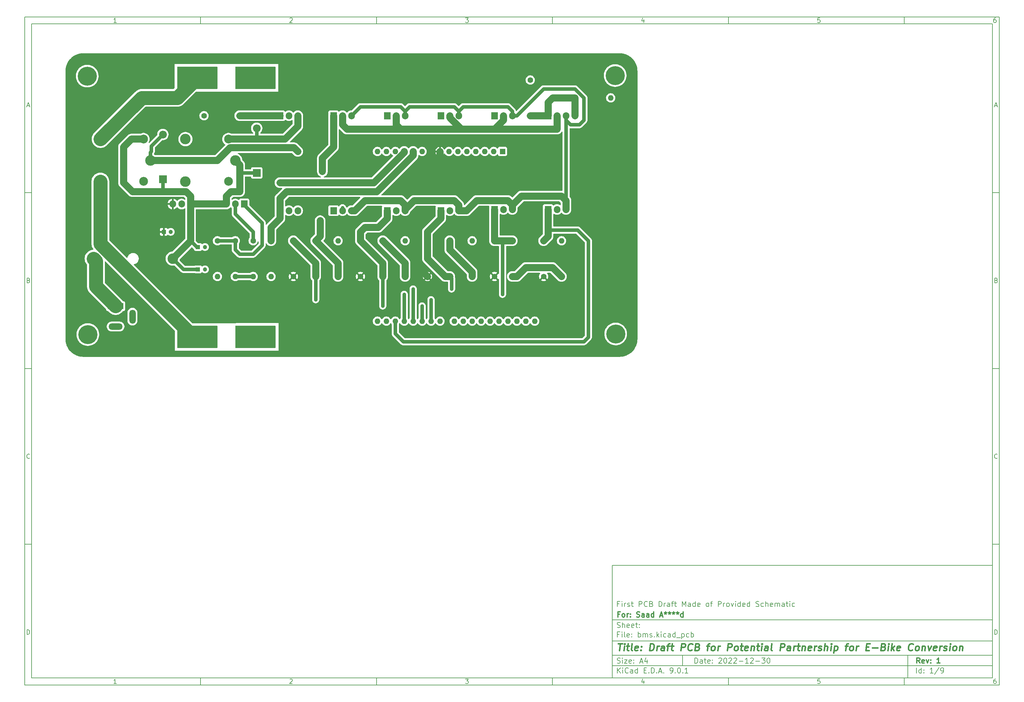
<source format=gbr>
%TF.GenerationSoftware,KiCad,Pcbnew,9.0.1*%
%TF.CreationDate,2025-04-21T20:35:50+04:00*%
%TF.ProjectId,bms,626d732e-6b69-4636-9164-5f7063625858,1*%
%TF.SameCoordinates,Original*%
%TF.FileFunction,Copper,L1,Top*%
%TF.FilePolarity,Positive*%
%FSLAX46Y46*%
G04 Gerber Fmt 4.6, Leading zero omitted, Abs format (unit mm)*
G04 Created by KiCad (PCBNEW 9.0.1) date 2025-04-21 20:35:50*
%MOMM*%
%LPD*%
G01*
G04 APERTURE LIST*
%ADD10C,0.100000*%
%ADD11C,0.150000*%
%ADD12C,0.300000*%
%ADD13C,0.400000*%
%TA.AperFunction,ComponentPad*%
%ADD14R,1.905000X2.000000*%
%TD*%
%TA.AperFunction,ComponentPad*%
%ADD15O,1.905000X2.000000*%
%TD*%
%TA.AperFunction,ComponentPad*%
%ADD16C,1.600000*%
%TD*%
%TA.AperFunction,ComponentPad*%
%ADD17O,1.600000X1.600000*%
%TD*%
%TA.AperFunction,ComponentPad*%
%ADD18R,1.200000X1.200000*%
%TD*%
%TA.AperFunction,ComponentPad*%
%ADD19C,1.200000*%
%TD*%
%TA.AperFunction,ComponentPad*%
%ADD20R,2.200000X2.200000*%
%TD*%
%TA.AperFunction,ComponentPad*%
%ADD21O,2.200000X2.200000*%
%TD*%
%TA.AperFunction,ComponentPad*%
%ADD22C,3.000000*%
%TD*%
%TA.AperFunction,ComponentPad*%
%ADD23C,0.800000*%
%TD*%
%TA.AperFunction,ComponentPad*%
%ADD24C,5.400000*%
%TD*%
%TA.AperFunction,ComponentPad*%
%ADD25C,2.500000*%
%TD*%
%TA.AperFunction,ComponentPad*%
%ADD26R,4.400000X1.800000*%
%TD*%
%TA.AperFunction,ComponentPad*%
%ADD27O,4.000000X1.800000*%
%TD*%
%TA.AperFunction,ComponentPad*%
%ADD28O,1.800000X4.000000*%
%TD*%
%TA.AperFunction,ComponentPad*%
%ADD29R,1.600000X1.600000*%
%TD*%
%TA.AperFunction,ViaPad*%
%ADD30C,0.800000*%
%TD*%
%TA.AperFunction,Conductor*%
%ADD31C,4.000000*%
%TD*%
%TA.AperFunction,Conductor*%
%ADD32C,2.000000*%
%TD*%
%TA.AperFunction,Conductor*%
%ADD33C,1.000000*%
%TD*%
G04 APERTURE END LIST*
D10*
D11*
X177002200Y-166007200D02*
X285002200Y-166007200D01*
X285002200Y-198007200D01*
X177002200Y-198007200D01*
X177002200Y-166007200D01*
D10*
D11*
X10000000Y-10000000D02*
X287002200Y-10000000D01*
X287002200Y-200007200D01*
X10000000Y-200007200D01*
X10000000Y-10000000D01*
D10*
D11*
X12000000Y-12000000D02*
X285002200Y-12000000D01*
X285002200Y-198007200D01*
X12000000Y-198007200D01*
X12000000Y-12000000D01*
D10*
D11*
X60000000Y-12000000D02*
X60000000Y-10000000D01*
D10*
D11*
X110000000Y-12000000D02*
X110000000Y-10000000D01*
D10*
D11*
X160000000Y-12000000D02*
X160000000Y-10000000D01*
D10*
D11*
X210000000Y-12000000D02*
X210000000Y-10000000D01*
D10*
D11*
X260000000Y-12000000D02*
X260000000Y-10000000D01*
D10*
D11*
X36089160Y-11593604D02*
X35346303Y-11593604D01*
X35717731Y-11593604D02*
X35717731Y-10293604D01*
X35717731Y-10293604D02*
X35593922Y-10479319D01*
X35593922Y-10479319D02*
X35470112Y-10603128D01*
X35470112Y-10603128D02*
X35346303Y-10665033D01*
D10*
D11*
X85346303Y-10417414D02*
X85408207Y-10355509D01*
X85408207Y-10355509D02*
X85532017Y-10293604D01*
X85532017Y-10293604D02*
X85841541Y-10293604D01*
X85841541Y-10293604D02*
X85965350Y-10355509D01*
X85965350Y-10355509D02*
X86027255Y-10417414D01*
X86027255Y-10417414D02*
X86089160Y-10541223D01*
X86089160Y-10541223D02*
X86089160Y-10665033D01*
X86089160Y-10665033D02*
X86027255Y-10850747D01*
X86027255Y-10850747D02*
X85284398Y-11593604D01*
X85284398Y-11593604D02*
X86089160Y-11593604D01*
D10*
D11*
X135284398Y-10293604D02*
X136089160Y-10293604D01*
X136089160Y-10293604D02*
X135655826Y-10788842D01*
X135655826Y-10788842D02*
X135841541Y-10788842D01*
X135841541Y-10788842D02*
X135965350Y-10850747D01*
X135965350Y-10850747D02*
X136027255Y-10912652D01*
X136027255Y-10912652D02*
X136089160Y-11036461D01*
X136089160Y-11036461D02*
X136089160Y-11345985D01*
X136089160Y-11345985D02*
X136027255Y-11469795D01*
X136027255Y-11469795D02*
X135965350Y-11531700D01*
X135965350Y-11531700D02*
X135841541Y-11593604D01*
X135841541Y-11593604D02*
X135470112Y-11593604D01*
X135470112Y-11593604D02*
X135346303Y-11531700D01*
X135346303Y-11531700D02*
X135284398Y-11469795D01*
D10*
D11*
X185965350Y-10726938D02*
X185965350Y-11593604D01*
X185655826Y-10231700D02*
X185346303Y-11160271D01*
X185346303Y-11160271D02*
X186151064Y-11160271D01*
D10*
D11*
X236027255Y-10293604D02*
X235408207Y-10293604D01*
X235408207Y-10293604D02*
X235346303Y-10912652D01*
X235346303Y-10912652D02*
X235408207Y-10850747D01*
X235408207Y-10850747D02*
X235532017Y-10788842D01*
X235532017Y-10788842D02*
X235841541Y-10788842D01*
X235841541Y-10788842D02*
X235965350Y-10850747D01*
X235965350Y-10850747D02*
X236027255Y-10912652D01*
X236027255Y-10912652D02*
X236089160Y-11036461D01*
X236089160Y-11036461D02*
X236089160Y-11345985D01*
X236089160Y-11345985D02*
X236027255Y-11469795D01*
X236027255Y-11469795D02*
X235965350Y-11531700D01*
X235965350Y-11531700D02*
X235841541Y-11593604D01*
X235841541Y-11593604D02*
X235532017Y-11593604D01*
X235532017Y-11593604D02*
X235408207Y-11531700D01*
X235408207Y-11531700D02*
X235346303Y-11469795D01*
D10*
D11*
X285965350Y-10293604D02*
X285717731Y-10293604D01*
X285717731Y-10293604D02*
X285593922Y-10355509D01*
X285593922Y-10355509D02*
X285532017Y-10417414D01*
X285532017Y-10417414D02*
X285408207Y-10603128D01*
X285408207Y-10603128D02*
X285346303Y-10850747D01*
X285346303Y-10850747D02*
X285346303Y-11345985D01*
X285346303Y-11345985D02*
X285408207Y-11469795D01*
X285408207Y-11469795D02*
X285470112Y-11531700D01*
X285470112Y-11531700D02*
X285593922Y-11593604D01*
X285593922Y-11593604D02*
X285841541Y-11593604D01*
X285841541Y-11593604D02*
X285965350Y-11531700D01*
X285965350Y-11531700D02*
X286027255Y-11469795D01*
X286027255Y-11469795D02*
X286089160Y-11345985D01*
X286089160Y-11345985D02*
X286089160Y-11036461D01*
X286089160Y-11036461D02*
X286027255Y-10912652D01*
X286027255Y-10912652D02*
X285965350Y-10850747D01*
X285965350Y-10850747D02*
X285841541Y-10788842D01*
X285841541Y-10788842D02*
X285593922Y-10788842D01*
X285593922Y-10788842D02*
X285470112Y-10850747D01*
X285470112Y-10850747D02*
X285408207Y-10912652D01*
X285408207Y-10912652D02*
X285346303Y-11036461D01*
D10*
D11*
X60000000Y-198007200D02*
X60000000Y-200007200D01*
D10*
D11*
X110000000Y-198007200D02*
X110000000Y-200007200D01*
D10*
D11*
X160000000Y-198007200D02*
X160000000Y-200007200D01*
D10*
D11*
X210000000Y-198007200D02*
X210000000Y-200007200D01*
D10*
D11*
X260000000Y-198007200D02*
X260000000Y-200007200D01*
D10*
D11*
X36089160Y-199600804D02*
X35346303Y-199600804D01*
X35717731Y-199600804D02*
X35717731Y-198300804D01*
X35717731Y-198300804D02*
X35593922Y-198486519D01*
X35593922Y-198486519D02*
X35470112Y-198610328D01*
X35470112Y-198610328D02*
X35346303Y-198672233D01*
D10*
D11*
X85346303Y-198424614D02*
X85408207Y-198362709D01*
X85408207Y-198362709D02*
X85532017Y-198300804D01*
X85532017Y-198300804D02*
X85841541Y-198300804D01*
X85841541Y-198300804D02*
X85965350Y-198362709D01*
X85965350Y-198362709D02*
X86027255Y-198424614D01*
X86027255Y-198424614D02*
X86089160Y-198548423D01*
X86089160Y-198548423D02*
X86089160Y-198672233D01*
X86089160Y-198672233D02*
X86027255Y-198857947D01*
X86027255Y-198857947D02*
X85284398Y-199600804D01*
X85284398Y-199600804D02*
X86089160Y-199600804D01*
D10*
D11*
X135284398Y-198300804D02*
X136089160Y-198300804D01*
X136089160Y-198300804D02*
X135655826Y-198796042D01*
X135655826Y-198796042D02*
X135841541Y-198796042D01*
X135841541Y-198796042D02*
X135965350Y-198857947D01*
X135965350Y-198857947D02*
X136027255Y-198919852D01*
X136027255Y-198919852D02*
X136089160Y-199043661D01*
X136089160Y-199043661D02*
X136089160Y-199353185D01*
X136089160Y-199353185D02*
X136027255Y-199476995D01*
X136027255Y-199476995D02*
X135965350Y-199538900D01*
X135965350Y-199538900D02*
X135841541Y-199600804D01*
X135841541Y-199600804D02*
X135470112Y-199600804D01*
X135470112Y-199600804D02*
X135346303Y-199538900D01*
X135346303Y-199538900D02*
X135284398Y-199476995D01*
D10*
D11*
X185965350Y-198734138D02*
X185965350Y-199600804D01*
X185655826Y-198238900D02*
X185346303Y-199167471D01*
X185346303Y-199167471D02*
X186151064Y-199167471D01*
D10*
D11*
X236027255Y-198300804D02*
X235408207Y-198300804D01*
X235408207Y-198300804D02*
X235346303Y-198919852D01*
X235346303Y-198919852D02*
X235408207Y-198857947D01*
X235408207Y-198857947D02*
X235532017Y-198796042D01*
X235532017Y-198796042D02*
X235841541Y-198796042D01*
X235841541Y-198796042D02*
X235965350Y-198857947D01*
X235965350Y-198857947D02*
X236027255Y-198919852D01*
X236027255Y-198919852D02*
X236089160Y-199043661D01*
X236089160Y-199043661D02*
X236089160Y-199353185D01*
X236089160Y-199353185D02*
X236027255Y-199476995D01*
X236027255Y-199476995D02*
X235965350Y-199538900D01*
X235965350Y-199538900D02*
X235841541Y-199600804D01*
X235841541Y-199600804D02*
X235532017Y-199600804D01*
X235532017Y-199600804D02*
X235408207Y-199538900D01*
X235408207Y-199538900D02*
X235346303Y-199476995D01*
D10*
D11*
X285965350Y-198300804D02*
X285717731Y-198300804D01*
X285717731Y-198300804D02*
X285593922Y-198362709D01*
X285593922Y-198362709D02*
X285532017Y-198424614D01*
X285532017Y-198424614D02*
X285408207Y-198610328D01*
X285408207Y-198610328D02*
X285346303Y-198857947D01*
X285346303Y-198857947D02*
X285346303Y-199353185D01*
X285346303Y-199353185D02*
X285408207Y-199476995D01*
X285408207Y-199476995D02*
X285470112Y-199538900D01*
X285470112Y-199538900D02*
X285593922Y-199600804D01*
X285593922Y-199600804D02*
X285841541Y-199600804D01*
X285841541Y-199600804D02*
X285965350Y-199538900D01*
X285965350Y-199538900D02*
X286027255Y-199476995D01*
X286027255Y-199476995D02*
X286089160Y-199353185D01*
X286089160Y-199353185D02*
X286089160Y-199043661D01*
X286089160Y-199043661D02*
X286027255Y-198919852D01*
X286027255Y-198919852D02*
X285965350Y-198857947D01*
X285965350Y-198857947D02*
X285841541Y-198796042D01*
X285841541Y-198796042D02*
X285593922Y-198796042D01*
X285593922Y-198796042D02*
X285470112Y-198857947D01*
X285470112Y-198857947D02*
X285408207Y-198919852D01*
X285408207Y-198919852D02*
X285346303Y-199043661D01*
D10*
D11*
X10000000Y-60000000D02*
X12000000Y-60000000D01*
D10*
D11*
X10000000Y-110000000D02*
X12000000Y-110000000D01*
D10*
D11*
X10000000Y-160000000D02*
X12000000Y-160000000D01*
D10*
D11*
X10690476Y-35222176D02*
X11309523Y-35222176D01*
X10566666Y-35593604D02*
X10999999Y-34293604D01*
X10999999Y-34293604D02*
X11433333Y-35593604D01*
D10*
D11*
X11092857Y-84912652D02*
X11278571Y-84974557D01*
X11278571Y-84974557D02*
X11340476Y-85036461D01*
X11340476Y-85036461D02*
X11402380Y-85160271D01*
X11402380Y-85160271D02*
X11402380Y-85345985D01*
X11402380Y-85345985D02*
X11340476Y-85469795D01*
X11340476Y-85469795D02*
X11278571Y-85531700D01*
X11278571Y-85531700D02*
X11154761Y-85593604D01*
X11154761Y-85593604D02*
X10659523Y-85593604D01*
X10659523Y-85593604D02*
X10659523Y-84293604D01*
X10659523Y-84293604D02*
X11092857Y-84293604D01*
X11092857Y-84293604D02*
X11216666Y-84355509D01*
X11216666Y-84355509D02*
X11278571Y-84417414D01*
X11278571Y-84417414D02*
X11340476Y-84541223D01*
X11340476Y-84541223D02*
X11340476Y-84665033D01*
X11340476Y-84665033D02*
X11278571Y-84788842D01*
X11278571Y-84788842D02*
X11216666Y-84850747D01*
X11216666Y-84850747D02*
X11092857Y-84912652D01*
X11092857Y-84912652D02*
X10659523Y-84912652D01*
D10*
D11*
X11402380Y-135469795D02*
X11340476Y-135531700D01*
X11340476Y-135531700D02*
X11154761Y-135593604D01*
X11154761Y-135593604D02*
X11030952Y-135593604D01*
X11030952Y-135593604D02*
X10845238Y-135531700D01*
X10845238Y-135531700D02*
X10721428Y-135407890D01*
X10721428Y-135407890D02*
X10659523Y-135284080D01*
X10659523Y-135284080D02*
X10597619Y-135036461D01*
X10597619Y-135036461D02*
X10597619Y-134850747D01*
X10597619Y-134850747D02*
X10659523Y-134603128D01*
X10659523Y-134603128D02*
X10721428Y-134479319D01*
X10721428Y-134479319D02*
X10845238Y-134355509D01*
X10845238Y-134355509D02*
X11030952Y-134293604D01*
X11030952Y-134293604D02*
X11154761Y-134293604D01*
X11154761Y-134293604D02*
X11340476Y-134355509D01*
X11340476Y-134355509D02*
X11402380Y-134417414D01*
D10*
D11*
X10659523Y-185593604D02*
X10659523Y-184293604D01*
X10659523Y-184293604D02*
X10969047Y-184293604D01*
X10969047Y-184293604D02*
X11154761Y-184355509D01*
X11154761Y-184355509D02*
X11278571Y-184479319D01*
X11278571Y-184479319D02*
X11340476Y-184603128D01*
X11340476Y-184603128D02*
X11402380Y-184850747D01*
X11402380Y-184850747D02*
X11402380Y-185036461D01*
X11402380Y-185036461D02*
X11340476Y-185284080D01*
X11340476Y-185284080D02*
X11278571Y-185407890D01*
X11278571Y-185407890D02*
X11154761Y-185531700D01*
X11154761Y-185531700D02*
X10969047Y-185593604D01*
X10969047Y-185593604D02*
X10659523Y-185593604D01*
D10*
D11*
X287002200Y-60000000D02*
X285002200Y-60000000D01*
D10*
D11*
X287002200Y-110000000D02*
X285002200Y-110000000D01*
D10*
D11*
X287002200Y-160000000D02*
X285002200Y-160000000D01*
D10*
D11*
X285692676Y-35222176D02*
X286311723Y-35222176D01*
X285568866Y-35593604D02*
X286002199Y-34293604D01*
X286002199Y-34293604D02*
X286435533Y-35593604D01*
D10*
D11*
X286095057Y-84912652D02*
X286280771Y-84974557D01*
X286280771Y-84974557D02*
X286342676Y-85036461D01*
X286342676Y-85036461D02*
X286404580Y-85160271D01*
X286404580Y-85160271D02*
X286404580Y-85345985D01*
X286404580Y-85345985D02*
X286342676Y-85469795D01*
X286342676Y-85469795D02*
X286280771Y-85531700D01*
X286280771Y-85531700D02*
X286156961Y-85593604D01*
X286156961Y-85593604D02*
X285661723Y-85593604D01*
X285661723Y-85593604D02*
X285661723Y-84293604D01*
X285661723Y-84293604D02*
X286095057Y-84293604D01*
X286095057Y-84293604D02*
X286218866Y-84355509D01*
X286218866Y-84355509D02*
X286280771Y-84417414D01*
X286280771Y-84417414D02*
X286342676Y-84541223D01*
X286342676Y-84541223D02*
X286342676Y-84665033D01*
X286342676Y-84665033D02*
X286280771Y-84788842D01*
X286280771Y-84788842D02*
X286218866Y-84850747D01*
X286218866Y-84850747D02*
X286095057Y-84912652D01*
X286095057Y-84912652D02*
X285661723Y-84912652D01*
D10*
D11*
X286404580Y-135469795D02*
X286342676Y-135531700D01*
X286342676Y-135531700D02*
X286156961Y-135593604D01*
X286156961Y-135593604D02*
X286033152Y-135593604D01*
X286033152Y-135593604D02*
X285847438Y-135531700D01*
X285847438Y-135531700D02*
X285723628Y-135407890D01*
X285723628Y-135407890D02*
X285661723Y-135284080D01*
X285661723Y-135284080D02*
X285599819Y-135036461D01*
X285599819Y-135036461D02*
X285599819Y-134850747D01*
X285599819Y-134850747D02*
X285661723Y-134603128D01*
X285661723Y-134603128D02*
X285723628Y-134479319D01*
X285723628Y-134479319D02*
X285847438Y-134355509D01*
X285847438Y-134355509D02*
X286033152Y-134293604D01*
X286033152Y-134293604D02*
X286156961Y-134293604D01*
X286156961Y-134293604D02*
X286342676Y-134355509D01*
X286342676Y-134355509D02*
X286404580Y-134417414D01*
D10*
D11*
X285661723Y-185593604D02*
X285661723Y-184293604D01*
X285661723Y-184293604D02*
X285971247Y-184293604D01*
X285971247Y-184293604D02*
X286156961Y-184355509D01*
X286156961Y-184355509D02*
X286280771Y-184479319D01*
X286280771Y-184479319D02*
X286342676Y-184603128D01*
X286342676Y-184603128D02*
X286404580Y-184850747D01*
X286404580Y-184850747D02*
X286404580Y-185036461D01*
X286404580Y-185036461D02*
X286342676Y-185284080D01*
X286342676Y-185284080D02*
X286280771Y-185407890D01*
X286280771Y-185407890D02*
X286156961Y-185531700D01*
X286156961Y-185531700D02*
X285971247Y-185593604D01*
X285971247Y-185593604D02*
X285661723Y-185593604D01*
D10*
D11*
X200458026Y-193793328D02*
X200458026Y-192293328D01*
X200458026Y-192293328D02*
X200815169Y-192293328D01*
X200815169Y-192293328D02*
X201029455Y-192364757D01*
X201029455Y-192364757D02*
X201172312Y-192507614D01*
X201172312Y-192507614D02*
X201243741Y-192650471D01*
X201243741Y-192650471D02*
X201315169Y-192936185D01*
X201315169Y-192936185D02*
X201315169Y-193150471D01*
X201315169Y-193150471D02*
X201243741Y-193436185D01*
X201243741Y-193436185D02*
X201172312Y-193579042D01*
X201172312Y-193579042D02*
X201029455Y-193721900D01*
X201029455Y-193721900D02*
X200815169Y-193793328D01*
X200815169Y-193793328D02*
X200458026Y-193793328D01*
X202600884Y-193793328D02*
X202600884Y-193007614D01*
X202600884Y-193007614D02*
X202529455Y-192864757D01*
X202529455Y-192864757D02*
X202386598Y-192793328D01*
X202386598Y-192793328D02*
X202100884Y-192793328D01*
X202100884Y-192793328D02*
X201958026Y-192864757D01*
X202600884Y-193721900D02*
X202458026Y-193793328D01*
X202458026Y-193793328D02*
X202100884Y-193793328D01*
X202100884Y-193793328D02*
X201958026Y-193721900D01*
X201958026Y-193721900D02*
X201886598Y-193579042D01*
X201886598Y-193579042D02*
X201886598Y-193436185D01*
X201886598Y-193436185D02*
X201958026Y-193293328D01*
X201958026Y-193293328D02*
X202100884Y-193221900D01*
X202100884Y-193221900D02*
X202458026Y-193221900D01*
X202458026Y-193221900D02*
X202600884Y-193150471D01*
X203100884Y-192793328D02*
X203672312Y-192793328D01*
X203315169Y-192293328D02*
X203315169Y-193579042D01*
X203315169Y-193579042D02*
X203386598Y-193721900D01*
X203386598Y-193721900D02*
X203529455Y-193793328D01*
X203529455Y-193793328D02*
X203672312Y-193793328D01*
X204743741Y-193721900D02*
X204600884Y-193793328D01*
X204600884Y-193793328D02*
X204315170Y-193793328D01*
X204315170Y-193793328D02*
X204172312Y-193721900D01*
X204172312Y-193721900D02*
X204100884Y-193579042D01*
X204100884Y-193579042D02*
X204100884Y-193007614D01*
X204100884Y-193007614D02*
X204172312Y-192864757D01*
X204172312Y-192864757D02*
X204315170Y-192793328D01*
X204315170Y-192793328D02*
X204600884Y-192793328D01*
X204600884Y-192793328D02*
X204743741Y-192864757D01*
X204743741Y-192864757D02*
X204815170Y-193007614D01*
X204815170Y-193007614D02*
X204815170Y-193150471D01*
X204815170Y-193150471D02*
X204100884Y-193293328D01*
X205458026Y-193650471D02*
X205529455Y-193721900D01*
X205529455Y-193721900D02*
X205458026Y-193793328D01*
X205458026Y-193793328D02*
X205386598Y-193721900D01*
X205386598Y-193721900D02*
X205458026Y-193650471D01*
X205458026Y-193650471D02*
X205458026Y-193793328D01*
X205458026Y-192864757D02*
X205529455Y-192936185D01*
X205529455Y-192936185D02*
X205458026Y-193007614D01*
X205458026Y-193007614D02*
X205386598Y-192936185D01*
X205386598Y-192936185D02*
X205458026Y-192864757D01*
X205458026Y-192864757D02*
X205458026Y-193007614D01*
X207243741Y-192436185D02*
X207315169Y-192364757D01*
X207315169Y-192364757D02*
X207458027Y-192293328D01*
X207458027Y-192293328D02*
X207815169Y-192293328D01*
X207815169Y-192293328D02*
X207958027Y-192364757D01*
X207958027Y-192364757D02*
X208029455Y-192436185D01*
X208029455Y-192436185D02*
X208100884Y-192579042D01*
X208100884Y-192579042D02*
X208100884Y-192721900D01*
X208100884Y-192721900D02*
X208029455Y-192936185D01*
X208029455Y-192936185D02*
X207172312Y-193793328D01*
X207172312Y-193793328D02*
X208100884Y-193793328D01*
X209029455Y-192293328D02*
X209172312Y-192293328D01*
X209172312Y-192293328D02*
X209315169Y-192364757D01*
X209315169Y-192364757D02*
X209386598Y-192436185D01*
X209386598Y-192436185D02*
X209458026Y-192579042D01*
X209458026Y-192579042D02*
X209529455Y-192864757D01*
X209529455Y-192864757D02*
X209529455Y-193221900D01*
X209529455Y-193221900D02*
X209458026Y-193507614D01*
X209458026Y-193507614D02*
X209386598Y-193650471D01*
X209386598Y-193650471D02*
X209315169Y-193721900D01*
X209315169Y-193721900D02*
X209172312Y-193793328D01*
X209172312Y-193793328D02*
X209029455Y-193793328D01*
X209029455Y-193793328D02*
X208886598Y-193721900D01*
X208886598Y-193721900D02*
X208815169Y-193650471D01*
X208815169Y-193650471D02*
X208743740Y-193507614D01*
X208743740Y-193507614D02*
X208672312Y-193221900D01*
X208672312Y-193221900D02*
X208672312Y-192864757D01*
X208672312Y-192864757D02*
X208743740Y-192579042D01*
X208743740Y-192579042D02*
X208815169Y-192436185D01*
X208815169Y-192436185D02*
X208886598Y-192364757D01*
X208886598Y-192364757D02*
X209029455Y-192293328D01*
X210100883Y-192436185D02*
X210172311Y-192364757D01*
X210172311Y-192364757D02*
X210315169Y-192293328D01*
X210315169Y-192293328D02*
X210672311Y-192293328D01*
X210672311Y-192293328D02*
X210815169Y-192364757D01*
X210815169Y-192364757D02*
X210886597Y-192436185D01*
X210886597Y-192436185D02*
X210958026Y-192579042D01*
X210958026Y-192579042D02*
X210958026Y-192721900D01*
X210958026Y-192721900D02*
X210886597Y-192936185D01*
X210886597Y-192936185D02*
X210029454Y-193793328D01*
X210029454Y-193793328D02*
X210958026Y-193793328D01*
X211529454Y-192436185D02*
X211600882Y-192364757D01*
X211600882Y-192364757D02*
X211743740Y-192293328D01*
X211743740Y-192293328D02*
X212100882Y-192293328D01*
X212100882Y-192293328D02*
X212243740Y-192364757D01*
X212243740Y-192364757D02*
X212315168Y-192436185D01*
X212315168Y-192436185D02*
X212386597Y-192579042D01*
X212386597Y-192579042D02*
X212386597Y-192721900D01*
X212386597Y-192721900D02*
X212315168Y-192936185D01*
X212315168Y-192936185D02*
X211458025Y-193793328D01*
X211458025Y-193793328D02*
X212386597Y-193793328D01*
X213029453Y-193221900D02*
X214172311Y-193221900D01*
X215672311Y-193793328D02*
X214815168Y-193793328D01*
X215243739Y-193793328D02*
X215243739Y-192293328D01*
X215243739Y-192293328D02*
X215100882Y-192507614D01*
X215100882Y-192507614D02*
X214958025Y-192650471D01*
X214958025Y-192650471D02*
X214815168Y-192721900D01*
X216243739Y-192436185D02*
X216315167Y-192364757D01*
X216315167Y-192364757D02*
X216458025Y-192293328D01*
X216458025Y-192293328D02*
X216815167Y-192293328D01*
X216815167Y-192293328D02*
X216958025Y-192364757D01*
X216958025Y-192364757D02*
X217029453Y-192436185D01*
X217029453Y-192436185D02*
X217100882Y-192579042D01*
X217100882Y-192579042D02*
X217100882Y-192721900D01*
X217100882Y-192721900D02*
X217029453Y-192936185D01*
X217029453Y-192936185D02*
X216172310Y-193793328D01*
X216172310Y-193793328D02*
X217100882Y-193793328D01*
X217743738Y-193221900D02*
X218886596Y-193221900D01*
X219458024Y-192293328D02*
X220386596Y-192293328D01*
X220386596Y-192293328D02*
X219886596Y-192864757D01*
X219886596Y-192864757D02*
X220100881Y-192864757D01*
X220100881Y-192864757D02*
X220243739Y-192936185D01*
X220243739Y-192936185D02*
X220315167Y-193007614D01*
X220315167Y-193007614D02*
X220386596Y-193150471D01*
X220386596Y-193150471D02*
X220386596Y-193507614D01*
X220386596Y-193507614D02*
X220315167Y-193650471D01*
X220315167Y-193650471D02*
X220243739Y-193721900D01*
X220243739Y-193721900D02*
X220100881Y-193793328D01*
X220100881Y-193793328D02*
X219672310Y-193793328D01*
X219672310Y-193793328D02*
X219529453Y-193721900D01*
X219529453Y-193721900D02*
X219458024Y-193650471D01*
X221315167Y-192293328D02*
X221458024Y-192293328D01*
X221458024Y-192293328D02*
X221600881Y-192364757D01*
X221600881Y-192364757D02*
X221672310Y-192436185D01*
X221672310Y-192436185D02*
X221743738Y-192579042D01*
X221743738Y-192579042D02*
X221815167Y-192864757D01*
X221815167Y-192864757D02*
X221815167Y-193221900D01*
X221815167Y-193221900D02*
X221743738Y-193507614D01*
X221743738Y-193507614D02*
X221672310Y-193650471D01*
X221672310Y-193650471D02*
X221600881Y-193721900D01*
X221600881Y-193721900D02*
X221458024Y-193793328D01*
X221458024Y-193793328D02*
X221315167Y-193793328D01*
X221315167Y-193793328D02*
X221172310Y-193721900D01*
X221172310Y-193721900D02*
X221100881Y-193650471D01*
X221100881Y-193650471D02*
X221029452Y-193507614D01*
X221029452Y-193507614D02*
X220958024Y-193221900D01*
X220958024Y-193221900D02*
X220958024Y-192864757D01*
X220958024Y-192864757D02*
X221029452Y-192579042D01*
X221029452Y-192579042D02*
X221100881Y-192436185D01*
X221100881Y-192436185D02*
X221172310Y-192364757D01*
X221172310Y-192364757D02*
X221315167Y-192293328D01*
D10*
D11*
X177002200Y-194507200D02*
X285002200Y-194507200D01*
D10*
D11*
X178458026Y-196593328D02*
X178458026Y-195093328D01*
X179315169Y-196593328D02*
X178672312Y-195736185D01*
X179315169Y-195093328D02*
X178458026Y-195950471D01*
X179958026Y-196593328D02*
X179958026Y-195593328D01*
X179958026Y-195093328D02*
X179886598Y-195164757D01*
X179886598Y-195164757D02*
X179958026Y-195236185D01*
X179958026Y-195236185D02*
X180029455Y-195164757D01*
X180029455Y-195164757D02*
X179958026Y-195093328D01*
X179958026Y-195093328D02*
X179958026Y-195236185D01*
X181529455Y-196450471D02*
X181458027Y-196521900D01*
X181458027Y-196521900D02*
X181243741Y-196593328D01*
X181243741Y-196593328D02*
X181100884Y-196593328D01*
X181100884Y-196593328D02*
X180886598Y-196521900D01*
X180886598Y-196521900D02*
X180743741Y-196379042D01*
X180743741Y-196379042D02*
X180672312Y-196236185D01*
X180672312Y-196236185D02*
X180600884Y-195950471D01*
X180600884Y-195950471D02*
X180600884Y-195736185D01*
X180600884Y-195736185D02*
X180672312Y-195450471D01*
X180672312Y-195450471D02*
X180743741Y-195307614D01*
X180743741Y-195307614D02*
X180886598Y-195164757D01*
X180886598Y-195164757D02*
X181100884Y-195093328D01*
X181100884Y-195093328D02*
X181243741Y-195093328D01*
X181243741Y-195093328D02*
X181458027Y-195164757D01*
X181458027Y-195164757D02*
X181529455Y-195236185D01*
X182815170Y-196593328D02*
X182815170Y-195807614D01*
X182815170Y-195807614D02*
X182743741Y-195664757D01*
X182743741Y-195664757D02*
X182600884Y-195593328D01*
X182600884Y-195593328D02*
X182315170Y-195593328D01*
X182315170Y-195593328D02*
X182172312Y-195664757D01*
X182815170Y-196521900D02*
X182672312Y-196593328D01*
X182672312Y-196593328D02*
X182315170Y-196593328D01*
X182315170Y-196593328D02*
X182172312Y-196521900D01*
X182172312Y-196521900D02*
X182100884Y-196379042D01*
X182100884Y-196379042D02*
X182100884Y-196236185D01*
X182100884Y-196236185D02*
X182172312Y-196093328D01*
X182172312Y-196093328D02*
X182315170Y-196021900D01*
X182315170Y-196021900D02*
X182672312Y-196021900D01*
X182672312Y-196021900D02*
X182815170Y-195950471D01*
X184172313Y-196593328D02*
X184172313Y-195093328D01*
X184172313Y-196521900D02*
X184029455Y-196593328D01*
X184029455Y-196593328D02*
X183743741Y-196593328D01*
X183743741Y-196593328D02*
X183600884Y-196521900D01*
X183600884Y-196521900D02*
X183529455Y-196450471D01*
X183529455Y-196450471D02*
X183458027Y-196307614D01*
X183458027Y-196307614D02*
X183458027Y-195879042D01*
X183458027Y-195879042D02*
X183529455Y-195736185D01*
X183529455Y-195736185D02*
X183600884Y-195664757D01*
X183600884Y-195664757D02*
X183743741Y-195593328D01*
X183743741Y-195593328D02*
X184029455Y-195593328D01*
X184029455Y-195593328D02*
X184172313Y-195664757D01*
X186029455Y-195807614D02*
X186529455Y-195807614D01*
X186743741Y-196593328D02*
X186029455Y-196593328D01*
X186029455Y-196593328D02*
X186029455Y-195093328D01*
X186029455Y-195093328D02*
X186743741Y-195093328D01*
X187386598Y-196450471D02*
X187458027Y-196521900D01*
X187458027Y-196521900D02*
X187386598Y-196593328D01*
X187386598Y-196593328D02*
X187315170Y-196521900D01*
X187315170Y-196521900D02*
X187386598Y-196450471D01*
X187386598Y-196450471D02*
X187386598Y-196593328D01*
X188100884Y-196593328D02*
X188100884Y-195093328D01*
X188100884Y-195093328D02*
X188458027Y-195093328D01*
X188458027Y-195093328D02*
X188672313Y-195164757D01*
X188672313Y-195164757D02*
X188815170Y-195307614D01*
X188815170Y-195307614D02*
X188886599Y-195450471D01*
X188886599Y-195450471D02*
X188958027Y-195736185D01*
X188958027Y-195736185D02*
X188958027Y-195950471D01*
X188958027Y-195950471D02*
X188886599Y-196236185D01*
X188886599Y-196236185D02*
X188815170Y-196379042D01*
X188815170Y-196379042D02*
X188672313Y-196521900D01*
X188672313Y-196521900D02*
X188458027Y-196593328D01*
X188458027Y-196593328D02*
X188100884Y-196593328D01*
X189600884Y-196450471D02*
X189672313Y-196521900D01*
X189672313Y-196521900D02*
X189600884Y-196593328D01*
X189600884Y-196593328D02*
X189529456Y-196521900D01*
X189529456Y-196521900D02*
X189600884Y-196450471D01*
X189600884Y-196450471D02*
X189600884Y-196593328D01*
X190243742Y-196164757D02*
X190958028Y-196164757D01*
X190100885Y-196593328D02*
X190600885Y-195093328D01*
X190600885Y-195093328D02*
X191100885Y-196593328D01*
X191600884Y-196450471D02*
X191672313Y-196521900D01*
X191672313Y-196521900D02*
X191600884Y-196593328D01*
X191600884Y-196593328D02*
X191529456Y-196521900D01*
X191529456Y-196521900D02*
X191600884Y-196450471D01*
X191600884Y-196450471D02*
X191600884Y-196593328D01*
X193529456Y-196593328D02*
X193815170Y-196593328D01*
X193815170Y-196593328D02*
X193958027Y-196521900D01*
X193958027Y-196521900D02*
X194029456Y-196450471D01*
X194029456Y-196450471D02*
X194172313Y-196236185D01*
X194172313Y-196236185D02*
X194243742Y-195950471D01*
X194243742Y-195950471D02*
X194243742Y-195379042D01*
X194243742Y-195379042D02*
X194172313Y-195236185D01*
X194172313Y-195236185D02*
X194100885Y-195164757D01*
X194100885Y-195164757D02*
X193958027Y-195093328D01*
X193958027Y-195093328D02*
X193672313Y-195093328D01*
X193672313Y-195093328D02*
X193529456Y-195164757D01*
X193529456Y-195164757D02*
X193458027Y-195236185D01*
X193458027Y-195236185D02*
X193386599Y-195379042D01*
X193386599Y-195379042D02*
X193386599Y-195736185D01*
X193386599Y-195736185D02*
X193458027Y-195879042D01*
X193458027Y-195879042D02*
X193529456Y-195950471D01*
X193529456Y-195950471D02*
X193672313Y-196021900D01*
X193672313Y-196021900D02*
X193958027Y-196021900D01*
X193958027Y-196021900D02*
X194100885Y-195950471D01*
X194100885Y-195950471D02*
X194172313Y-195879042D01*
X194172313Y-195879042D02*
X194243742Y-195736185D01*
X194886598Y-196450471D02*
X194958027Y-196521900D01*
X194958027Y-196521900D02*
X194886598Y-196593328D01*
X194886598Y-196593328D02*
X194815170Y-196521900D01*
X194815170Y-196521900D02*
X194886598Y-196450471D01*
X194886598Y-196450471D02*
X194886598Y-196593328D01*
X195886599Y-195093328D02*
X196029456Y-195093328D01*
X196029456Y-195093328D02*
X196172313Y-195164757D01*
X196172313Y-195164757D02*
X196243742Y-195236185D01*
X196243742Y-195236185D02*
X196315170Y-195379042D01*
X196315170Y-195379042D02*
X196386599Y-195664757D01*
X196386599Y-195664757D02*
X196386599Y-196021900D01*
X196386599Y-196021900D02*
X196315170Y-196307614D01*
X196315170Y-196307614D02*
X196243742Y-196450471D01*
X196243742Y-196450471D02*
X196172313Y-196521900D01*
X196172313Y-196521900D02*
X196029456Y-196593328D01*
X196029456Y-196593328D02*
X195886599Y-196593328D01*
X195886599Y-196593328D02*
X195743742Y-196521900D01*
X195743742Y-196521900D02*
X195672313Y-196450471D01*
X195672313Y-196450471D02*
X195600884Y-196307614D01*
X195600884Y-196307614D02*
X195529456Y-196021900D01*
X195529456Y-196021900D02*
X195529456Y-195664757D01*
X195529456Y-195664757D02*
X195600884Y-195379042D01*
X195600884Y-195379042D02*
X195672313Y-195236185D01*
X195672313Y-195236185D02*
X195743742Y-195164757D01*
X195743742Y-195164757D02*
X195886599Y-195093328D01*
X197029455Y-196450471D02*
X197100884Y-196521900D01*
X197100884Y-196521900D02*
X197029455Y-196593328D01*
X197029455Y-196593328D02*
X196958027Y-196521900D01*
X196958027Y-196521900D02*
X197029455Y-196450471D01*
X197029455Y-196450471D02*
X197029455Y-196593328D01*
X198529456Y-196593328D02*
X197672313Y-196593328D01*
X198100884Y-196593328D02*
X198100884Y-195093328D01*
X198100884Y-195093328D02*
X197958027Y-195307614D01*
X197958027Y-195307614D02*
X197815170Y-195450471D01*
X197815170Y-195450471D02*
X197672313Y-195521900D01*
D10*
D11*
X177002200Y-191507200D02*
X285002200Y-191507200D01*
D10*
D12*
X264413853Y-193785528D02*
X263913853Y-193071242D01*
X263556710Y-193785528D02*
X263556710Y-192285528D01*
X263556710Y-192285528D02*
X264128139Y-192285528D01*
X264128139Y-192285528D02*
X264270996Y-192356957D01*
X264270996Y-192356957D02*
X264342425Y-192428385D01*
X264342425Y-192428385D02*
X264413853Y-192571242D01*
X264413853Y-192571242D02*
X264413853Y-192785528D01*
X264413853Y-192785528D02*
X264342425Y-192928385D01*
X264342425Y-192928385D02*
X264270996Y-192999814D01*
X264270996Y-192999814D02*
X264128139Y-193071242D01*
X264128139Y-193071242D02*
X263556710Y-193071242D01*
X265628139Y-193714100D02*
X265485282Y-193785528D01*
X265485282Y-193785528D02*
X265199568Y-193785528D01*
X265199568Y-193785528D02*
X265056710Y-193714100D01*
X265056710Y-193714100D02*
X264985282Y-193571242D01*
X264985282Y-193571242D02*
X264985282Y-192999814D01*
X264985282Y-192999814D02*
X265056710Y-192856957D01*
X265056710Y-192856957D02*
X265199568Y-192785528D01*
X265199568Y-192785528D02*
X265485282Y-192785528D01*
X265485282Y-192785528D02*
X265628139Y-192856957D01*
X265628139Y-192856957D02*
X265699568Y-192999814D01*
X265699568Y-192999814D02*
X265699568Y-193142671D01*
X265699568Y-193142671D02*
X264985282Y-193285528D01*
X266199567Y-192785528D02*
X266556710Y-193785528D01*
X266556710Y-193785528D02*
X266913853Y-192785528D01*
X267485281Y-193642671D02*
X267556710Y-193714100D01*
X267556710Y-193714100D02*
X267485281Y-193785528D01*
X267485281Y-193785528D02*
X267413853Y-193714100D01*
X267413853Y-193714100D02*
X267485281Y-193642671D01*
X267485281Y-193642671D02*
X267485281Y-193785528D01*
X267485281Y-192856957D02*
X267556710Y-192928385D01*
X267556710Y-192928385D02*
X267485281Y-192999814D01*
X267485281Y-192999814D02*
X267413853Y-192928385D01*
X267413853Y-192928385D02*
X267485281Y-192856957D01*
X267485281Y-192856957D02*
X267485281Y-192999814D01*
X270128139Y-193785528D02*
X269270996Y-193785528D01*
X269699567Y-193785528D02*
X269699567Y-192285528D01*
X269699567Y-192285528D02*
X269556710Y-192499814D01*
X269556710Y-192499814D02*
X269413853Y-192642671D01*
X269413853Y-192642671D02*
X269270996Y-192714100D01*
D10*
D11*
X178386598Y-193721900D02*
X178600884Y-193793328D01*
X178600884Y-193793328D02*
X178958026Y-193793328D01*
X178958026Y-193793328D02*
X179100884Y-193721900D01*
X179100884Y-193721900D02*
X179172312Y-193650471D01*
X179172312Y-193650471D02*
X179243741Y-193507614D01*
X179243741Y-193507614D02*
X179243741Y-193364757D01*
X179243741Y-193364757D02*
X179172312Y-193221900D01*
X179172312Y-193221900D02*
X179100884Y-193150471D01*
X179100884Y-193150471D02*
X178958026Y-193079042D01*
X178958026Y-193079042D02*
X178672312Y-193007614D01*
X178672312Y-193007614D02*
X178529455Y-192936185D01*
X178529455Y-192936185D02*
X178458026Y-192864757D01*
X178458026Y-192864757D02*
X178386598Y-192721900D01*
X178386598Y-192721900D02*
X178386598Y-192579042D01*
X178386598Y-192579042D02*
X178458026Y-192436185D01*
X178458026Y-192436185D02*
X178529455Y-192364757D01*
X178529455Y-192364757D02*
X178672312Y-192293328D01*
X178672312Y-192293328D02*
X179029455Y-192293328D01*
X179029455Y-192293328D02*
X179243741Y-192364757D01*
X179886597Y-193793328D02*
X179886597Y-192793328D01*
X179886597Y-192293328D02*
X179815169Y-192364757D01*
X179815169Y-192364757D02*
X179886597Y-192436185D01*
X179886597Y-192436185D02*
X179958026Y-192364757D01*
X179958026Y-192364757D02*
X179886597Y-192293328D01*
X179886597Y-192293328D02*
X179886597Y-192436185D01*
X180458026Y-192793328D02*
X181243741Y-192793328D01*
X181243741Y-192793328D02*
X180458026Y-193793328D01*
X180458026Y-193793328D02*
X181243741Y-193793328D01*
X182386598Y-193721900D02*
X182243741Y-193793328D01*
X182243741Y-193793328D02*
X181958027Y-193793328D01*
X181958027Y-193793328D02*
X181815169Y-193721900D01*
X181815169Y-193721900D02*
X181743741Y-193579042D01*
X181743741Y-193579042D02*
X181743741Y-193007614D01*
X181743741Y-193007614D02*
X181815169Y-192864757D01*
X181815169Y-192864757D02*
X181958027Y-192793328D01*
X181958027Y-192793328D02*
X182243741Y-192793328D01*
X182243741Y-192793328D02*
X182386598Y-192864757D01*
X182386598Y-192864757D02*
X182458027Y-193007614D01*
X182458027Y-193007614D02*
X182458027Y-193150471D01*
X182458027Y-193150471D02*
X181743741Y-193293328D01*
X183100883Y-193650471D02*
X183172312Y-193721900D01*
X183172312Y-193721900D02*
X183100883Y-193793328D01*
X183100883Y-193793328D02*
X183029455Y-193721900D01*
X183029455Y-193721900D02*
X183100883Y-193650471D01*
X183100883Y-193650471D02*
X183100883Y-193793328D01*
X183100883Y-192864757D02*
X183172312Y-192936185D01*
X183172312Y-192936185D02*
X183100883Y-193007614D01*
X183100883Y-193007614D02*
X183029455Y-192936185D01*
X183029455Y-192936185D02*
X183100883Y-192864757D01*
X183100883Y-192864757D02*
X183100883Y-193007614D01*
X184886598Y-193364757D02*
X185600884Y-193364757D01*
X184743741Y-193793328D02*
X185243741Y-192293328D01*
X185243741Y-192293328D02*
X185743741Y-193793328D01*
X186886598Y-192793328D02*
X186886598Y-193793328D01*
X186529455Y-192221900D02*
X186172312Y-193293328D01*
X186172312Y-193293328D02*
X187100883Y-193293328D01*
D10*
D11*
X263458026Y-196593328D02*
X263458026Y-195093328D01*
X264815170Y-196593328D02*
X264815170Y-195093328D01*
X264815170Y-196521900D02*
X264672312Y-196593328D01*
X264672312Y-196593328D02*
X264386598Y-196593328D01*
X264386598Y-196593328D02*
X264243741Y-196521900D01*
X264243741Y-196521900D02*
X264172312Y-196450471D01*
X264172312Y-196450471D02*
X264100884Y-196307614D01*
X264100884Y-196307614D02*
X264100884Y-195879042D01*
X264100884Y-195879042D02*
X264172312Y-195736185D01*
X264172312Y-195736185D02*
X264243741Y-195664757D01*
X264243741Y-195664757D02*
X264386598Y-195593328D01*
X264386598Y-195593328D02*
X264672312Y-195593328D01*
X264672312Y-195593328D02*
X264815170Y-195664757D01*
X265529455Y-196450471D02*
X265600884Y-196521900D01*
X265600884Y-196521900D02*
X265529455Y-196593328D01*
X265529455Y-196593328D02*
X265458027Y-196521900D01*
X265458027Y-196521900D02*
X265529455Y-196450471D01*
X265529455Y-196450471D02*
X265529455Y-196593328D01*
X265529455Y-195664757D02*
X265600884Y-195736185D01*
X265600884Y-195736185D02*
X265529455Y-195807614D01*
X265529455Y-195807614D02*
X265458027Y-195736185D01*
X265458027Y-195736185D02*
X265529455Y-195664757D01*
X265529455Y-195664757D02*
X265529455Y-195807614D01*
X268172313Y-196593328D02*
X267315170Y-196593328D01*
X267743741Y-196593328D02*
X267743741Y-195093328D01*
X267743741Y-195093328D02*
X267600884Y-195307614D01*
X267600884Y-195307614D02*
X267458027Y-195450471D01*
X267458027Y-195450471D02*
X267315170Y-195521900D01*
X269886598Y-195021900D02*
X268600884Y-196950471D01*
X270458027Y-196593328D02*
X270743741Y-196593328D01*
X270743741Y-196593328D02*
X270886598Y-196521900D01*
X270886598Y-196521900D02*
X270958027Y-196450471D01*
X270958027Y-196450471D02*
X271100884Y-196236185D01*
X271100884Y-196236185D02*
X271172313Y-195950471D01*
X271172313Y-195950471D02*
X271172313Y-195379042D01*
X271172313Y-195379042D02*
X271100884Y-195236185D01*
X271100884Y-195236185D02*
X271029456Y-195164757D01*
X271029456Y-195164757D02*
X270886598Y-195093328D01*
X270886598Y-195093328D02*
X270600884Y-195093328D01*
X270600884Y-195093328D02*
X270458027Y-195164757D01*
X270458027Y-195164757D02*
X270386598Y-195236185D01*
X270386598Y-195236185D02*
X270315170Y-195379042D01*
X270315170Y-195379042D02*
X270315170Y-195736185D01*
X270315170Y-195736185D02*
X270386598Y-195879042D01*
X270386598Y-195879042D02*
X270458027Y-195950471D01*
X270458027Y-195950471D02*
X270600884Y-196021900D01*
X270600884Y-196021900D02*
X270886598Y-196021900D01*
X270886598Y-196021900D02*
X271029456Y-195950471D01*
X271029456Y-195950471D02*
X271100884Y-195879042D01*
X271100884Y-195879042D02*
X271172313Y-195736185D01*
D10*
D11*
X177002200Y-187507200D02*
X285002200Y-187507200D01*
D10*
D13*
X178693928Y-188211638D02*
X179836785Y-188211638D01*
X179015357Y-190211638D02*
X179265357Y-188211638D01*
X180253452Y-190211638D02*
X180420119Y-188878304D01*
X180503452Y-188211638D02*
X180396309Y-188306876D01*
X180396309Y-188306876D02*
X180479643Y-188402114D01*
X180479643Y-188402114D02*
X180586786Y-188306876D01*
X180586786Y-188306876D02*
X180503452Y-188211638D01*
X180503452Y-188211638D02*
X180479643Y-188402114D01*
X181086786Y-188878304D02*
X181848690Y-188878304D01*
X181455833Y-188211638D02*
X181241548Y-189925923D01*
X181241548Y-189925923D02*
X181312976Y-190116400D01*
X181312976Y-190116400D02*
X181491548Y-190211638D01*
X181491548Y-190211638D02*
X181682024Y-190211638D01*
X182634405Y-190211638D02*
X182455833Y-190116400D01*
X182455833Y-190116400D02*
X182384405Y-189925923D01*
X182384405Y-189925923D02*
X182598690Y-188211638D01*
X184170119Y-190116400D02*
X183967738Y-190211638D01*
X183967738Y-190211638D02*
X183586785Y-190211638D01*
X183586785Y-190211638D02*
X183408214Y-190116400D01*
X183408214Y-190116400D02*
X183336785Y-189925923D01*
X183336785Y-189925923D02*
X183432024Y-189164019D01*
X183432024Y-189164019D02*
X183551071Y-188973542D01*
X183551071Y-188973542D02*
X183753452Y-188878304D01*
X183753452Y-188878304D02*
X184134404Y-188878304D01*
X184134404Y-188878304D02*
X184312976Y-188973542D01*
X184312976Y-188973542D02*
X184384404Y-189164019D01*
X184384404Y-189164019D02*
X184360595Y-189354495D01*
X184360595Y-189354495D02*
X183384404Y-189544971D01*
X185134405Y-190021161D02*
X185217738Y-190116400D01*
X185217738Y-190116400D02*
X185110595Y-190211638D01*
X185110595Y-190211638D02*
X185027262Y-190116400D01*
X185027262Y-190116400D02*
X185134405Y-190021161D01*
X185134405Y-190021161D02*
X185110595Y-190211638D01*
X185265357Y-188973542D02*
X185348690Y-189068780D01*
X185348690Y-189068780D02*
X185241548Y-189164019D01*
X185241548Y-189164019D02*
X185158214Y-189068780D01*
X185158214Y-189068780D02*
X185265357Y-188973542D01*
X185265357Y-188973542D02*
X185241548Y-189164019D01*
X187586786Y-190211638D02*
X187836786Y-188211638D01*
X187836786Y-188211638D02*
X188312977Y-188211638D01*
X188312977Y-188211638D02*
X188586786Y-188306876D01*
X188586786Y-188306876D02*
X188753453Y-188497352D01*
X188753453Y-188497352D02*
X188824881Y-188687828D01*
X188824881Y-188687828D02*
X188872501Y-189068780D01*
X188872501Y-189068780D02*
X188836786Y-189354495D01*
X188836786Y-189354495D02*
X188693929Y-189735447D01*
X188693929Y-189735447D02*
X188574881Y-189925923D01*
X188574881Y-189925923D02*
X188360596Y-190116400D01*
X188360596Y-190116400D02*
X188062977Y-190211638D01*
X188062977Y-190211638D02*
X187586786Y-190211638D01*
X189586786Y-190211638D02*
X189753453Y-188878304D01*
X189705834Y-189259257D02*
X189824881Y-189068780D01*
X189824881Y-189068780D02*
X189932024Y-188973542D01*
X189932024Y-188973542D02*
X190134405Y-188878304D01*
X190134405Y-188878304D02*
X190324881Y-188878304D01*
X191682024Y-190211638D02*
X191812976Y-189164019D01*
X191812976Y-189164019D02*
X191741548Y-188973542D01*
X191741548Y-188973542D02*
X191562976Y-188878304D01*
X191562976Y-188878304D02*
X191182024Y-188878304D01*
X191182024Y-188878304D02*
X190979643Y-188973542D01*
X191693929Y-190116400D02*
X191491548Y-190211638D01*
X191491548Y-190211638D02*
X191015357Y-190211638D01*
X191015357Y-190211638D02*
X190836786Y-190116400D01*
X190836786Y-190116400D02*
X190765357Y-189925923D01*
X190765357Y-189925923D02*
X190789167Y-189735447D01*
X190789167Y-189735447D02*
X190908215Y-189544971D01*
X190908215Y-189544971D02*
X191110596Y-189449733D01*
X191110596Y-189449733D02*
X191586786Y-189449733D01*
X191586786Y-189449733D02*
X191789167Y-189354495D01*
X192515358Y-188878304D02*
X193277262Y-188878304D01*
X192634405Y-190211638D02*
X192848691Y-188497352D01*
X192848691Y-188497352D02*
X192967739Y-188306876D01*
X192967739Y-188306876D02*
X193170120Y-188211638D01*
X193170120Y-188211638D02*
X193360596Y-188211638D01*
X193658215Y-188878304D02*
X194420119Y-188878304D01*
X194027262Y-188211638D02*
X193812977Y-189925923D01*
X193812977Y-189925923D02*
X193884405Y-190116400D01*
X193884405Y-190116400D02*
X194062977Y-190211638D01*
X194062977Y-190211638D02*
X194253453Y-190211638D01*
X196443929Y-190211638D02*
X196693929Y-188211638D01*
X196693929Y-188211638D02*
X197455834Y-188211638D01*
X197455834Y-188211638D02*
X197634405Y-188306876D01*
X197634405Y-188306876D02*
X197717739Y-188402114D01*
X197717739Y-188402114D02*
X197789167Y-188592590D01*
X197789167Y-188592590D02*
X197753453Y-188878304D01*
X197753453Y-188878304D02*
X197634405Y-189068780D01*
X197634405Y-189068780D02*
X197527263Y-189164019D01*
X197527263Y-189164019D02*
X197324882Y-189259257D01*
X197324882Y-189259257D02*
X196562977Y-189259257D01*
X199610596Y-190021161D02*
X199503453Y-190116400D01*
X199503453Y-190116400D02*
X199205834Y-190211638D01*
X199205834Y-190211638D02*
X199015358Y-190211638D01*
X199015358Y-190211638D02*
X198741548Y-190116400D01*
X198741548Y-190116400D02*
X198574882Y-189925923D01*
X198574882Y-189925923D02*
X198503453Y-189735447D01*
X198503453Y-189735447D02*
X198455834Y-189354495D01*
X198455834Y-189354495D02*
X198491548Y-189068780D01*
X198491548Y-189068780D02*
X198634405Y-188687828D01*
X198634405Y-188687828D02*
X198753453Y-188497352D01*
X198753453Y-188497352D02*
X198967739Y-188306876D01*
X198967739Y-188306876D02*
X199265358Y-188211638D01*
X199265358Y-188211638D02*
X199455834Y-188211638D01*
X199455834Y-188211638D02*
X199729644Y-188306876D01*
X199729644Y-188306876D02*
X199812977Y-188402114D01*
X201241548Y-189164019D02*
X201515358Y-189259257D01*
X201515358Y-189259257D02*
X201598691Y-189354495D01*
X201598691Y-189354495D02*
X201670120Y-189544971D01*
X201670120Y-189544971D02*
X201634405Y-189830685D01*
X201634405Y-189830685D02*
X201515358Y-190021161D01*
X201515358Y-190021161D02*
X201408215Y-190116400D01*
X201408215Y-190116400D02*
X201205834Y-190211638D01*
X201205834Y-190211638D02*
X200443929Y-190211638D01*
X200443929Y-190211638D02*
X200693929Y-188211638D01*
X200693929Y-188211638D02*
X201360596Y-188211638D01*
X201360596Y-188211638D02*
X201539167Y-188306876D01*
X201539167Y-188306876D02*
X201622501Y-188402114D01*
X201622501Y-188402114D02*
X201693929Y-188592590D01*
X201693929Y-188592590D02*
X201670120Y-188783066D01*
X201670120Y-188783066D02*
X201551072Y-188973542D01*
X201551072Y-188973542D02*
X201443929Y-189068780D01*
X201443929Y-189068780D02*
X201241548Y-189164019D01*
X201241548Y-189164019D02*
X200574882Y-189164019D01*
X203848692Y-188878304D02*
X204610596Y-188878304D01*
X203967739Y-190211638D02*
X204182025Y-188497352D01*
X204182025Y-188497352D02*
X204301073Y-188306876D01*
X204301073Y-188306876D02*
X204503454Y-188211638D01*
X204503454Y-188211638D02*
X204693930Y-188211638D01*
X205396311Y-190211638D02*
X205217739Y-190116400D01*
X205217739Y-190116400D02*
X205134406Y-190021161D01*
X205134406Y-190021161D02*
X205062977Y-189830685D01*
X205062977Y-189830685D02*
X205134406Y-189259257D01*
X205134406Y-189259257D02*
X205253453Y-189068780D01*
X205253453Y-189068780D02*
X205360596Y-188973542D01*
X205360596Y-188973542D02*
X205562977Y-188878304D01*
X205562977Y-188878304D02*
X205848691Y-188878304D01*
X205848691Y-188878304D02*
X206027263Y-188973542D01*
X206027263Y-188973542D02*
X206110596Y-189068780D01*
X206110596Y-189068780D02*
X206182025Y-189259257D01*
X206182025Y-189259257D02*
X206110596Y-189830685D01*
X206110596Y-189830685D02*
X205991549Y-190021161D01*
X205991549Y-190021161D02*
X205884406Y-190116400D01*
X205884406Y-190116400D02*
X205682025Y-190211638D01*
X205682025Y-190211638D02*
X205396311Y-190211638D01*
X206920120Y-190211638D02*
X207086787Y-188878304D01*
X207039168Y-189259257D02*
X207158215Y-189068780D01*
X207158215Y-189068780D02*
X207265358Y-188973542D01*
X207265358Y-188973542D02*
X207467739Y-188878304D01*
X207467739Y-188878304D02*
X207658215Y-188878304D01*
X209682025Y-190211638D02*
X209932025Y-188211638D01*
X209932025Y-188211638D02*
X210693930Y-188211638D01*
X210693930Y-188211638D02*
X210872501Y-188306876D01*
X210872501Y-188306876D02*
X210955835Y-188402114D01*
X210955835Y-188402114D02*
X211027263Y-188592590D01*
X211027263Y-188592590D02*
X210991549Y-188878304D01*
X210991549Y-188878304D02*
X210872501Y-189068780D01*
X210872501Y-189068780D02*
X210765359Y-189164019D01*
X210765359Y-189164019D02*
X210562978Y-189259257D01*
X210562978Y-189259257D02*
X209801073Y-189259257D01*
X211967740Y-190211638D02*
X211789168Y-190116400D01*
X211789168Y-190116400D02*
X211705835Y-190021161D01*
X211705835Y-190021161D02*
X211634406Y-189830685D01*
X211634406Y-189830685D02*
X211705835Y-189259257D01*
X211705835Y-189259257D02*
X211824882Y-189068780D01*
X211824882Y-189068780D02*
X211932025Y-188973542D01*
X211932025Y-188973542D02*
X212134406Y-188878304D01*
X212134406Y-188878304D02*
X212420120Y-188878304D01*
X212420120Y-188878304D02*
X212598692Y-188973542D01*
X212598692Y-188973542D02*
X212682025Y-189068780D01*
X212682025Y-189068780D02*
X212753454Y-189259257D01*
X212753454Y-189259257D02*
X212682025Y-189830685D01*
X212682025Y-189830685D02*
X212562978Y-190021161D01*
X212562978Y-190021161D02*
X212455835Y-190116400D01*
X212455835Y-190116400D02*
X212253454Y-190211638D01*
X212253454Y-190211638D02*
X211967740Y-190211638D01*
X213372502Y-188878304D02*
X214134406Y-188878304D01*
X213741549Y-188211638D02*
X213527264Y-189925923D01*
X213527264Y-189925923D02*
X213598692Y-190116400D01*
X213598692Y-190116400D02*
X213777264Y-190211638D01*
X213777264Y-190211638D02*
X213967740Y-190211638D01*
X215408216Y-190116400D02*
X215205835Y-190211638D01*
X215205835Y-190211638D02*
X214824882Y-190211638D01*
X214824882Y-190211638D02*
X214646311Y-190116400D01*
X214646311Y-190116400D02*
X214574882Y-189925923D01*
X214574882Y-189925923D02*
X214670121Y-189164019D01*
X214670121Y-189164019D02*
X214789168Y-188973542D01*
X214789168Y-188973542D02*
X214991549Y-188878304D01*
X214991549Y-188878304D02*
X215372501Y-188878304D01*
X215372501Y-188878304D02*
X215551073Y-188973542D01*
X215551073Y-188973542D02*
X215622501Y-189164019D01*
X215622501Y-189164019D02*
X215598692Y-189354495D01*
X215598692Y-189354495D02*
X214622501Y-189544971D01*
X216515359Y-188878304D02*
X216348692Y-190211638D01*
X216491549Y-189068780D02*
X216598692Y-188973542D01*
X216598692Y-188973542D02*
X216801073Y-188878304D01*
X216801073Y-188878304D02*
X217086787Y-188878304D01*
X217086787Y-188878304D02*
X217265359Y-188973542D01*
X217265359Y-188973542D02*
X217336787Y-189164019D01*
X217336787Y-189164019D02*
X217205835Y-190211638D01*
X218039169Y-188878304D02*
X218801073Y-188878304D01*
X218408216Y-188211638D02*
X218193931Y-189925923D01*
X218193931Y-189925923D02*
X218265359Y-190116400D01*
X218265359Y-190116400D02*
X218443931Y-190211638D01*
X218443931Y-190211638D02*
X218634407Y-190211638D01*
X219301073Y-190211638D02*
X219467740Y-188878304D01*
X219551073Y-188211638D02*
X219443930Y-188306876D01*
X219443930Y-188306876D02*
X219527264Y-188402114D01*
X219527264Y-188402114D02*
X219634407Y-188306876D01*
X219634407Y-188306876D02*
X219551073Y-188211638D01*
X219551073Y-188211638D02*
X219527264Y-188402114D01*
X221110597Y-190211638D02*
X221241549Y-189164019D01*
X221241549Y-189164019D02*
X221170121Y-188973542D01*
X221170121Y-188973542D02*
X220991549Y-188878304D01*
X220991549Y-188878304D02*
X220610597Y-188878304D01*
X220610597Y-188878304D02*
X220408216Y-188973542D01*
X221122502Y-190116400D02*
X220920121Y-190211638D01*
X220920121Y-190211638D02*
X220443930Y-190211638D01*
X220443930Y-190211638D02*
X220265359Y-190116400D01*
X220265359Y-190116400D02*
X220193930Y-189925923D01*
X220193930Y-189925923D02*
X220217740Y-189735447D01*
X220217740Y-189735447D02*
X220336788Y-189544971D01*
X220336788Y-189544971D02*
X220539169Y-189449733D01*
X220539169Y-189449733D02*
X221015359Y-189449733D01*
X221015359Y-189449733D02*
X221217740Y-189354495D01*
X222348693Y-190211638D02*
X222170121Y-190116400D01*
X222170121Y-190116400D02*
X222098693Y-189925923D01*
X222098693Y-189925923D02*
X222312978Y-188211638D01*
X224634407Y-190211638D02*
X224884407Y-188211638D01*
X224884407Y-188211638D02*
X225646312Y-188211638D01*
X225646312Y-188211638D02*
X225824883Y-188306876D01*
X225824883Y-188306876D02*
X225908217Y-188402114D01*
X225908217Y-188402114D02*
X225979645Y-188592590D01*
X225979645Y-188592590D02*
X225943931Y-188878304D01*
X225943931Y-188878304D02*
X225824883Y-189068780D01*
X225824883Y-189068780D02*
X225717741Y-189164019D01*
X225717741Y-189164019D02*
X225515360Y-189259257D01*
X225515360Y-189259257D02*
X224753455Y-189259257D01*
X227491550Y-190211638D02*
X227622502Y-189164019D01*
X227622502Y-189164019D02*
X227551074Y-188973542D01*
X227551074Y-188973542D02*
X227372502Y-188878304D01*
X227372502Y-188878304D02*
X226991550Y-188878304D01*
X226991550Y-188878304D02*
X226789169Y-188973542D01*
X227503455Y-190116400D02*
X227301074Y-190211638D01*
X227301074Y-190211638D02*
X226824883Y-190211638D01*
X226824883Y-190211638D02*
X226646312Y-190116400D01*
X226646312Y-190116400D02*
X226574883Y-189925923D01*
X226574883Y-189925923D02*
X226598693Y-189735447D01*
X226598693Y-189735447D02*
X226717741Y-189544971D01*
X226717741Y-189544971D02*
X226920122Y-189449733D01*
X226920122Y-189449733D02*
X227396312Y-189449733D01*
X227396312Y-189449733D02*
X227598693Y-189354495D01*
X228443931Y-190211638D02*
X228610598Y-188878304D01*
X228562979Y-189259257D02*
X228682026Y-189068780D01*
X228682026Y-189068780D02*
X228789169Y-188973542D01*
X228789169Y-188973542D02*
X228991550Y-188878304D01*
X228991550Y-188878304D02*
X229182026Y-188878304D01*
X229562979Y-188878304D02*
X230324883Y-188878304D01*
X229932026Y-188211638D02*
X229717741Y-189925923D01*
X229717741Y-189925923D02*
X229789169Y-190116400D01*
X229789169Y-190116400D02*
X229967741Y-190211638D01*
X229967741Y-190211638D02*
X230158217Y-190211638D01*
X230991550Y-188878304D02*
X230824883Y-190211638D01*
X230967740Y-189068780D02*
X231074883Y-188973542D01*
X231074883Y-188973542D02*
X231277264Y-188878304D01*
X231277264Y-188878304D02*
X231562978Y-188878304D01*
X231562978Y-188878304D02*
X231741550Y-188973542D01*
X231741550Y-188973542D02*
X231812978Y-189164019D01*
X231812978Y-189164019D02*
X231682026Y-190211638D01*
X233408217Y-190116400D02*
X233205836Y-190211638D01*
X233205836Y-190211638D02*
X232824883Y-190211638D01*
X232824883Y-190211638D02*
X232646312Y-190116400D01*
X232646312Y-190116400D02*
X232574883Y-189925923D01*
X232574883Y-189925923D02*
X232670122Y-189164019D01*
X232670122Y-189164019D02*
X232789169Y-188973542D01*
X232789169Y-188973542D02*
X232991550Y-188878304D01*
X232991550Y-188878304D02*
X233372502Y-188878304D01*
X233372502Y-188878304D02*
X233551074Y-188973542D01*
X233551074Y-188973542D02*
X233622502Y-189164019D01*
X233622502Y-189164019D02*
X233598693Y-189354495D01*
X233598693Y-189354495D02*
X232622502Y-189544971D01*
X234348693Y-190211638D02*
X234515360Y-188878304D01*
X234467741Y-189259257D02*
X234586788Y-189068780D01*
X234586788Y-189068780D02*
X234693931Y-188973542D01*
X234693931Y-188973542D02*
X234896312Y-188878304D01*
X234896312Y-188878304D02*
X235086788Y-188878304D01*
X235503455Y-190116400D02*
X235682026Y-190211638D01*
X235682026Y-190211638D02*
X236062979Y-190211638D01*
X236062979Y-190211638D02*
X236265360Y-190116400D01*
X236265360Y-190116400D02*
X236384407Y-189925923D01*
X236384407Y-189925923D02*
X236396312Y-189830685D01*
X236396312Y-189830685D02*
X236324883Y-189640209D01*
X236324883Y-189640209D02*
X236146312Y-189544971D01*
X236146312Y-189544971D02*
X235860598Y-189544971D01*
X235860598Y-189544971D02*
X235682026Y-189449733D01*
X235682026Y-189449733D02*
X235610598Y-189259257D01*
X235610598Y-189259257D02*
X235622503Y-189164019D01*
X235622503Y-189164019D02*
X235741550Y-188973542D01*
X235741550Y-188973542D02*
X235943931Y-188878304D01*
X235943931Y-188878304D02*
X236229645Y-188878304D01*
X236229645Y-188878304D02*
X236408217Y-188973542D01*
X237205836Y-190211638D02*
X237455836Y-188211638D01*
X238062979Y-190211638D02*
X238193931Y-189164019D01*
X238193931Y-189164019D02*
X238122503Y-188973542D01*
X238122503Y-188973542D02*
X237943931Y-188878304D01*
X237943931Y-188878304D02*
X237658217Y-188878304D01*
X237658217Y-188878304D02*
X237455836Y-188973542D01*
X237455836Y-188973542D02*
X237348693Y-189068780D01*
X239015360Y-190211638D02*
X239182027Y-188878304D01*
X239265360Y-188211638D02*
X239158217Y-188306876D01*
X239158217Y-188306876D02*
X239241551Y-188402114D01*
X239241551Y-188402114D02*
X239348694Y-188306876D01*
X239348694Y-188306876D02*
X239265360Y-188211638D01*
X239265360Y-188211638D02*
X239241551Y-188402114D01*
X240134408Y-188878304D02*
X239884408Y-190878304D01*
X240122503Y-188973542D02*
X240324884Y-188878304D01*
X240324884Y-188878304D02*
X240705836Y-188878304D01*
X240705836Y-188878304D02*
X240884408Y-188973542D01*
X240884408Y-188973542D02*
X240967741Y-189068780D01*
X240967741Y-189068780D02*
X241039170Y-189259257D01*
X241039170Y-189259257D02*
X240967741Y-189830685D01*
X240967741Y-189830685D02*
X240848694Y-190021161D01*
X240848694Y-190021161D02*
X240741551Y-190116400D01*
X240741551Y-190116400D02*
X240539170Y-190211638D01*
X240539170Y-190211638D02*
X240158217Y-190211638D01*
X240158217Y-190211638D02*
X239979646Y-190116400D01*
X243182028Y-188878304D02*
X243943932Y-188878304D01*
X243301075Y-190211638D02*
X243515361Y-188497352D01*
X243515361Y-188497352D02*
X243634409Y-188306876D01*
X243634409Y-188306876D02*
X243836790Y-188211638D01*
X243836790Y-188211638D02*
X244027266Y-188211638D01*
X244729647Y-190211638D02*
X244551075Y-190116400D01*
X244551075Y-190116400D02*
X244467742Y-190021161D01*
X244467742Y-190021161D02*
X244396313Y-189830685D01*
X244396313Y-189830685D02*
X244467742Y-189259257D01*
X244467742Y-189259257D02*
X244586789Y-189068780D01*
X244586789Y-189068780D02*
X244693932Y-188973542D01*
X244693932Y-188973542D02*
X244896313Y-188878304D01*
X244896313Y-188878304D02*
X245182027Y-188878304D01*
X245182027Y-188878304D02*
X245360599Y-188973542D01*
X245360599Y-188973542D02*
X245443932Y-189068780D01*
X245443932Y-189068780D02*
X245515361Y-189259257D01*
X245515361Y-189259257D02*
X245443932Y-189830685D01*
X245443932Y-189830685D02*
X245324885Y-190021161D01*
X245324885Y-190021161D02*
X245217742Y-190116400D01*
X245217742Y-190116400D02*
X245015361Y-190211638D01*
X245015361Y-190211638D02*
X244729647Y-190211638D01*
X246253456Y-190211638D02*
X246420123Y-188878304D01*
X246372504Y-189259257D02*
X246491551Y-189068780D01*
X246491551Y-189068780D02*
X246598694Y-188973542D01*
X246598694Y-188973542D02*
X246801075Y-188878304D01*
X246801075Y-188878304D02*
X246991551Y-188878304D01*
X249146314Y-189164019D02*
X249812980Y-189164019D01*
X249967742Y-190211638D02*
X249015361Y-190211638D01*
X249015361Y-190211638D02*
X249265361Y-188211638D01*
X249265361Y-188211638D02*
X250217742Y-188211638D01*
X250920123Y-189449733D02*
X252443933Y-189449733D01*
X254098694Y-189164019D02*
X254372504Y-189259257D01*
X254372504Y-189259257D02*
X254455837Y-189354495D01*
X254455837Y-189354495D02*
X254527266Y-189544971D01*
X254527266Y-189544971D02*
X254491551Y-189830685D01*
X254491551Y-189830685D02*
X254372504Y-190021161D01*
X254372504Y-190021161D02*
X254265361Y-190116400D01*
X254265361Y-190116400D02*
X254062980Y-190211638D01*
X254062980Y-190211638D02*
X253301075Y-190211638D01*
X253301075Y-190211638D02*
X253551075Y-188211638D01*
X253551075Y-188211638D02*
X254217742Y-188211638D01*
X254217742Y-188211638D02*
X254396313Y-188306876D01*
X254396313Y-188306876D02*
X254479647Y-188402114D01*
X254479647Y-188402114D02*
X254551075Y-188592590D01*
X254551075Y-188592590D02*
X254527266Y-188783066D01*
X254527266Y-188783066D02*
X254408218Y-188973542D01*
X254408218Y-188973542D02*
X254301075Y-189068780D01*
X254301075Y-189068780D02*
X254098694Y-189164019D01*
X254098694Y-189164019D02*
X253432028Y-189164019D01*
X255301075Y-190211638D02*
X255467742Y-188878304D01*
X255551075Y-188211638D02*
X255443932Y-188306876D01*
X255443932Y-188306876D02*
X255527266Y-188402114D01*
X255527266Y-188402114D02*
X255634409Y-188306876D01*
X255634409Y-188306876D02*
X255551075Y-188211638D01*
X255551075Y-188211638D02*
X255527266Y-188402114D01*
X256253456Y-190211638D02*
X256503456Y-188211638D01*
X256539171Y-189449733D02*
X257015361Y-190211638D01*
X257182028Y-188878304D02*
X256324885Y-189640209D01*
X258646314Y-190116400D02*
X258443933Y-190211638D01*
X258443933Y-190211638D02*
X258062980Y-190211638D01*
X258062980Y-190211638D02*
X257884409Y-190116400D01*
X257884409Y-190116400D02*
X257812980Y-189925923D01*
X257812980Y-189925923D02*
X257908219Y-189164019D01*
X257908219Y-189164019D02*
X258027266Y-188973542D01*
X258027266Y-188973542D02*
X258229647Y-188878304D01*
X258229647Y-188878304D02*
X258610599Y-188878304D01*
X258610599Y-188878304D02*
X258789171Y-188973542D01*
X258789171Y-188973542D02*
X258860599Y-189164019D01*
X258860599Y-189164019D02*
X258836790Y-189354495D01*
X258836790Y-189354495D02*
X257860599Y-189544971D01*
X262277267Y-190021161D02*
X262170124Y-190116400D01*
X262170124Y-190116400D02*
X261872505Y-190211638D01*
X261872505Y-190211638D02*
X261682029Y-190211638D01*
X261682029Y-190211638D02*
X261408219Y-190116400D01*
X261408219Y-190116400D02*
X261241553Y-189925923D01*
X261241553Y-189925923D02*
X261170124Y-189735447D01*
X261170124Y-189735447D02*
X261122505Y-189354495D01*
X261122505Y-189354495D02*
X261158219Y-189068780D01*
X261158219Y-189068780D02*
X261301076Y-188687828D01*
X261301076Y-188687828D02*
X261420124Y-188497352D01*
X261420124Y-188497352D02*
X261634410Y-188306876D01*
X261634410Y-188306876D02*
X261932029Y-188211638D01*
X261932029Y-188211638D02*
X262122505Y-188211638D01*
X262122505Y-188211638D02*
X262396315Y-188306876D01*
X262396315Y-188306876D02*
X262479648Y-188402114D01*
X263396315Y-190211638D02*
X263217743Y-190116400D01*
X263217743Y-190116400D02*
X263134410Y-190021161D01*
X263134410Y-190021161D02*
X263062981Y-189830685D01*
X263062981Y-189830685D02*
X263134410Y-189259257D01*
X263134410Y-189259257D02*
X263253457Y-189068780D01*
X263253457Y-189068780D02*
X263360600Y-188973542D01*
X263360600Y-188973542D02*
X263562981Y-188878304D01*
X263562981Y-188878304D02*
X263848695Y-188878304D01*
X263848695Y-188878304D02*
X264027267Y-188973542D01*
X264027267Y-188973542D02*
X264110600Y-189068780D01*
X264110600Y-189068780D02*
X264182029Y-189259257D01*
X264182029Y-189259257D02*
X264110600Y-189830685D01*
X264110600Y-189830685D02*
X263991553Y-190021161D01*
X263991553Y-190021161D02*
X263884410Y-190116400D01*
X263884410Y-190116400D02*
X263682029Y-190211638D01*
X263682029Y-190211638D02*
X263396315Y-190211638D01*
X265086791Y-188878304D02*
X264920124Y-190211638D01*
X265062981Y-189068780D02*
X265170124Y-188973542D01*
X265170124Y-188973542D02*
X265372505Y-188878304D01*
X265372505Y-188878304D02*
X265658219Y-188878304D01*
X265658219Y-188878304D02*
X265836791Y-188973542D01*
X265836791Y-188973542D02*
X265908219Y-189164019D01*
X265908219Y-189164019D02*
X265777267Y-190211638D01*
X266705839Y-188878304D02*
X267015363Y-190211638D01*
X267015363Y-190211638D02*
X267658220Y-188878304D01*
X269027268Y-190116400D02*
X268824887Y-190211638D01*
X268824887Y-190211638D02*
X268443934Y-190211638D01*
X268443934Y-190211638D02*
X268265363Y-190116400D01*
X268265363Y-190116400D02*
X268193934Y-189925923D01*
X268193934Y-189925923D02*
X268289173Y-189164019D01*
X268289173Y-189164019D02*
X268408220Y-188973542D01*
X268408220Y-188973542D02*
X268610601Y-188878304D01*
X268610601Y-188878304D02*
X268991553Y-188878304D01*
X268991553Y-188878304D02*
X269170125Y-188973542D01*
X269170125Y-188973542D02*
X269241553Y-189164019D01*
X269241553Y-189164019D02*
X269217744Y-189354495D01*
X269217744Y-189354495D02*
X268241553Y-189544971D01*
X269967744Y-190211638D02*
X270134411Y-188878304D01*
X270086792Y-189259257D02*
X270205839Y-189068780D01*
X270205839Y-189068780D02*
X270312982Y-188973542D01*
X270312982Y-188973542D02*
X270515363Y-188878304D01*
X270515363Y-188878304D02*
X270705839Y-188878304D01*
X271122506Y-190116400D02*
X271301077Y-190211638D01*
X271301077Y-190211638D02*
X271682030Y-190211638D01*
X271682030Y-190211638D02*
X271884411Y-190116400D01*
X271884411Y-190116400D02*
X272003458Y-189925923D01*
X272003458Y-189925923D02*
X272015363Y-189830685D01*
X272015363Y-189830685D02*
X271943934Y-189640209D01*
X271943934Y-189640209D02*
X271765363Y-189544971D01*
X271765363Y-189544971D02*
X271479649Y-189544971D01*
X271479649Y-189544971D02*
X271301077Y-189449733D01*
X271301077Y-189449733D02*
X271229649Y-189259257D01*
X271229649Y-189259257D02*
X271241554Y-189164019D01*
X271241554Y-189164019D02*
X271360601Y-188973542D01*
X271360601Y-188973542D02*
X271562982Y-188878304D01*
X271562982Y-188878304D02*
X271848696Y-188878304D01*
X271848696Y-188878304D02*
X272027268Y-188973542D01*
X272824887Y-190211638D02*
X272991554Y-188878304D01*
X273074887Y-188211638D02*
X272967744Y-188306876D01*
X272967744Y-188306876D02*
X273051078Y-188402114D01*
X273051078Y-188402114D02*
X273158221Y-188306876D01*
X273158221Y-188306876D02*
X273074887Y-188211638D01*
X273074887Y-188211638D02*
X273051078Y-188402114D01*
X274062983Y-190211638D02*
X273884411Y-190116400D01*
X273884411Y-190116400D02*
X273801078Y-190021161D01*
X273801078Y-190021161D02*
X273729649Y-189830685D01*
X273729649Y-189830685D02*
X273801078Y-189259257D01*
X273801078Y-189259257D02*
X273920125Y-189068780D01*
X273920125Y-189068780D02*
X274027268Y-188973542D01*
X274027268Y-188973542D02*
X274229649Y-188878304D01*
X274229649Y-188878304D02*
X274515363Y-188878304D01*
X274515363Y-188878304D02*
X274693935Y-188973542D01*
X274693935Y-188973542D02*
X274777268Y-189068780D01*
X274777268Y-189068780D02*
X274848697Y-189259257D01*
X274848697Y-189259257D02*
X274777268Y-189830685D01*
X274777268Y-189830685D02*
X274658221Y-190021161D01*
X274658221Y-190021161D02*
X274551078Y-190116400D01*
X274551078Y-190116400D02*
X274348697Y-190211638D01*
X274348697Y-190211638D02*
X274062983Y-190211638D01*
X275753459Y-188878304D02*
X275586792Y-190211638D01*
X275729649Y-189068780D02*
X275836792Y-188973542D01*
X275836792Y-188973542D02*
X276039173Y-188878304D01*
X276039173Y-188878304D02*
X276324887Y-188878304D01*
X276324887Y-188878304D02*
X276503459Y-188973542D01*
X276503459Y-188973542D02*
X276574887Y-189164019D01*
X276574887Y-189164019D02*
X276443935Y-190211638D01*
D10*
D11*
X178958026Y-185607614D02*
X178458026Y-185607614D01*
X178458026Y-186393328D02*
X178458026Y-184893328D01*
X178458026Y-184893328D02*
X179172312Y-184893328D01*
X179743740Y-186393328D02*
X179743740Y-185393328D01*
X179743740Y-184893328D02*
X179672312Y-184964757D01*
X179672312Y-184964757D02*
X179743740Y-185036185D01*
X179743740Y-185036185D02*
X179815169Y-184964757D01*
X179815169Y-184964757D02*
X179743740Y-184893328D01*
X179743740Y-184893328D02*
X179743740Y-185036185D01*
X180672312Y-186393328D02*
X180529455Y-186321900D01*
X180529455Y-186321900D02*
X180458026Y-186179042D01*
X180458026Y-186179042D02*
X180458026Y-184893328D01*
X181815169Y-186321900D02*
X181672312Y-186393328D01*
X181672312Y-186393328D02*
X181386598Y-186393328D01*
X181386598Y-186393328D02*
X181243740Y-186321900D01*
X181243740Y-186321900D02*
X181172312Y-186179042D01*
X181172312Y-186179042D02*
X181172312Y-185607614D01*
X181172312Y-185607614D02*
X181243740Y-185464757D01*
X181243740Y-185464757D02*
X181386598Y-185393328D01*
X181386598Y-185393328D02*
X181672312Y-185393328D01*
X181672312Y-185393328D02*
X181815169Y-185464757D01*
X181815169Y-185464757D02*
X181886598Y-185607614D01*
X181886598Y-185607614D02*
X181886598Y-185750471D01*
X181886598Y-185750471D02*
X181172312Y-185893328D01*
X182529454Y-186250471D02*
X182600883Y-186321900D01*
X182600883Y-186321900D02*
X182529454Y-186393328D01*
X182529454Y-186393328D02*
X182458026Y-186321900D01*
X182458026Y-186321900D02*
X182529454Y-186250471D01*
X182529454Y-186250471D02*
X182529454Y-186393328D01*
X182529454Y-185464757D02*
X182600883Y-185536185D01*
X182600883Y-185536185D02*
X182529454Y-185607614D01*
X182529454Y-185607614D02*
X182458026Y-185536185D01*
X182458026Y-185536185D02*
X182529454Y-185464757D01*
X182529454Y-185464757D02*
X182529454Y-185607614D01*
X184386597Y-186393328D02*
X184386597Y-184893328D01*
X184386597Y-185464757D02*
X184529455Y-185393328D01*
X184529455Y-185393328D02*
X184815169Y-185393328D01*
X184815169Y-185393328D02*
X184958026Y-185464757D01*
X184958026Y-185464757D02*
X185029455Y-185536185D01*
X185029455Y-185536185D02*
X185100883Y-185679042D01*
X185100883Y-185679042D02*
X185100883Y-186107614D01*
X185100883Y-186107614D02*
X185029455Y-186250471D01*
X185029455Y-186250471D02*
X184958026Y-186321900D01*
X184958026Y-186321900D02*
X184815169Y-186393328D01*
X184815169Y-186393328D02*
X184529455Y-186393328D01*
X184529455Y-186393328D02*
X184386597Y-186321900D01*
X185743740Y-186393328D02*
X185743740Y-185393328D01*
X185743740Y-185536185D02*
X185815169Y-185464757D01*
X185815169Y-185464757D02*
X185958026Y-185393328D01*
X185958026Y-185393328D02*
X186172312Y-185393328D01*
X186172312Y-185393328D02*
X186315169Y-185464757D01*
X186315169Y-185464757D02*
X186386598Y-185607614D01*
X186386598Y-185607614D02*
X186386598Y-186393328D01*
X186386598Y-185607614D02*
X186458026Y-185464757D01*
X186458026Y-185464757D02*
X186600883Y-185393328D01*
X186600883Y-185393328D02*
X186815169Y-185393328D01*
X186815169Y-185393328D02*
X186958026Y-185464757D01*
X186958026Y-185464757D02*
X187029455Y-185607614D01*
X187029455Y-185607614D02*
X187029455Y-186393328D01*
X187672312Y-186321900D02*
X187815169Y-186393328D01*
X187815169Y-186393328D02*
X188100883Y-186393328D01*
X188100883Y-186393328D02*
X188243740Y-186321900D01*
X188243740Y-186321900D02*
X188315169Y-186179042D01*
X188315169Y-186179042D02*
X188315169Y-186107614D01*
X188315169Y-186107614D02*
X188243740Y-185964757D01*
X188243740Y-185964757D02*
X188100883Y-185893328D01*
X188100883Y-185893328D02*
X187886598Y-185893328D01*
X187886598Y-185893328D02*
X187743740Y-185821900D01*
X187743740Y-185821900D02*
X187672312Y-185679042D01*
X187672312Y-185679042D02*
X187672312Y-185607614D01*
X187672312Y-185607614D02*
X187743740Y-185464757D01*
X187743740Y-185464757D02*
X187886598Y-185393328D01*
X187886598Y-185393328D02*
X188100883Y-185393328D01*
X188100883Y-185393328D02*
X188243740Y-185464757D01*
X188958026Y-186250471D02*
X189029455Y-186321900D01*
X189029455Y-186321900D02*
X188958026Y-186393328D01*
X188958026Y-186393328D02*
X188886598Y-186321900D01*
X188886598Y-186321900D02*
X188958026Y-186250471D01*
X188958026Y-186250471D02*
X188958026Y-186393328D01*
X189672312Y-186393328D02*
X189672312Y-184893328D01*
X189815170Y-185821900D02*
X190243741Y-186393328D01*
X190243741Y-185393328D02*
X189672312Y-185964757D01*
X190886598Y-186393328D02*
X190886598Y-185393328D01*
X190886598Y-184893328D02*
X190815170Y-184964757D01*
X190815170Y-184964757D02*
X190886598Y-185036185D01*
X190886598Y-185036185D02*
X190958027Y-184964757D01*
X190958027Y-184964757D02*
X190886598Y-184893328D01*
X190886598Y-184893328D02*
X190886598Y-185036185D01*
X192243742Y-186321900D02*
X192100884Y-186393328D01*
X192100884Y-186393328D02*
X191815170Y-186393328D01*
X191815170Y-186393328D02*
X191672313Y-186321900D01*
X191672313Y-186321900D02*
X191600884Y-186250471D01*
X191600884Y-186250471D02*
X191529456Y-186107614D01*
X191529456Y-186107614D02*
X191529456Y-185679042D01*
X191529456Y-185679042D02*
X191600884Y-185536185D01*
X191600884Y-185536185D02*
X191672313Y-185464757D01*
X191672313Y-185464757D02*
X191815170Y-185393328D01*
X191815170Y-185393328D02*
X192100884Y-185393328D01*
X192100884Y-185393328D02*
X192243742Y-185464757D01*
X193529456Y-186393328D02*
X193529456Y-185607614D01*
X193529456Y-185607614D02*
X193458027Y-185464757D01*
X193458027Y-185464757D02*
X193315170Y-185393328D01*
X193315170Y-185393328D02*
X193029456Y-185393328D01*
X193029456Y-185393328D02*
X192886598Y-185464757D01*
X193529456Y-186321900D02*
X193386598Y-186393328D01*
X193386598Y-186393328D02*
X193029456Y-186393328D01*
X193029456Y-186393328D02*
X192886598Y-186321900D01*
X192886598Y-186321900D02*
X192815170Y-186179042D01*
X192815170Y-186179042D02*
X192815170Y-186036185D01*
X192815170Y-186036185D02*
X192886598Y-185893328D01*
X192886598Y-185893328D02*
X193029456Y-185821900D01*
X193029456Y-185821900D02*
X193386598Y-185821900D01*
X193386598Y-185821900D02*
X193529456Y-185750471D01*
X194886599Y-186393328D02*
X194886599Y-184893328D01*
X194886599Y-186321900D02*
X194743741Y-186393328D01*
X194743741Y-186393328D02*
X194458027Y-186393328D01*
X194458027Y-186393328D02*
X194315170Y-186321900D01*
X194315170Y-186321900D02*
X194243741Y-186250471D01*
X194243741Y-186250471D02*
X194172313Y-186107614D01*
X194172313Y-186107614D02*
X194172313Y-185679042D01*
X194172313Y-185679042D02*
X194243741Y-185536185D01*
X194243741Y-185536185D02*
X194315170Y-185464757D01*
X194315170Y-185464757D02*
X194458027Y-185393328D01*
X194458027Y-185393328D02*
X194743741Y-185393328D01*
X194743741Y-185393328D02*
X194886599Y-185464757D01*
X195243742Y-186536185D02*
X196386599Y-186536185D01*
X196743741Y-185393328D02*
X196743741Y-186893328D01*
X196743741Y-185464757D02*
X196886599Y-185393328D01*
X196886599Y-185393328D02*
X197172313Y-185393328D01*
X197172313Y-185393328D02*
X197315170Y-185464757D01*
X197315170Y-185464757D02*
X197386599Y-185536185D01*
X197386599Y-185536185D02*
X197458027Y-185679042D01*
X197458027Y-185679042D02*
X197458027Y-186107614D01*
X197458027Y-186107614D02*
X197386599Y-186250471D01*
X197386599Y-186250471D02*
X197315170Y-186321900D01*
X197315170Y-186321900D02*
X197172313Y-186393328D01*
X197172313Y-186393328D02*
X196886599Y-186393328D01*
X196886599Y-186393328D02*
X196743741Y-186321900D01*
X198743742Y-186321900D02*
X198600884Y-186393328D01*
X198600884Y-186393328D02*
X198315170Y-186393328D01*
X198315170Y-186393328D02*
X198172313Y-186321900D01*
X198172313Y-186321900D02*
X198100884Y-186250471D01*
X198100884Y-186250471D02*
X198029456Y-186107614D01*
X198029456Y-186107614D02*
X198029456Y-185679042D01*
X198029456Y-185679042D02*
X198100884Y-185536185D01*
X198100884Y-185536185D02*
X198172313Y-185464757D01*
X198172313Y-185464757D02*
X198315170Y-185393328D01*
X198315170Y-185393328D02*
X198600884Y-185393328D01*
X198600884Y-185393328D02*
X198743742Y-185464757D01*
X199386598Y-186393328D02*
X199386598Y-184893328D01*
X199386598Y-185464757D02*
X199529456Y-185393328D01*
X199529456Y-185393328D02*
X199815170Y-185393328D01*
X199815170Y-185393328D02*
X199958027Y-185464757D01*
X199958027Y-185464757D02*
X200029456Y-185536185D01*
X200029456Y-185536185D02*
X200100884Y-185679042D01*
X200100884Y-185679042D02*
X200100884Y-186107614D01*
X200100884Y-186107614D02*
X200029456Y-186250471D01*
X200029456Y-186250471D02*
X199958027Y-186321900D01*
X199958027Y-186321900D02*
X199815170Y-186393328D01*
X199815170Y-186393328D02*
X199529456Y-186393328D01*
X199529456Y-186393328D02*
X199386598Y-186321900D01*
D10*
D11*
X177002200Y-181507200D02*
X285002200Y-181507200D01*
D10*
D11*
X178386598Y-183621900D02*
X178600884Y-183693328D01*
X178600884Y-183693328D02*
X178958026Y-183693328D01*
X178958026Y-183693328D02*
X179100884Y-183621900D01*
X179100884Y-183621900D02*
X179172312Y-183550471D01*
X179172312Y-183550471D02*
X179243741Y-183407614D01*
X179243741Y-183407614D02*
X179243741Y-183264757D01*
X179243741Y-183264757D02*
X179172312Y-183121900D01*
X179172312Y-183121900D02*
X179100884Y-183050471D01*
X179100884Y-183050471D02*
X178958026Y-182979042D01*
X178958026Y-182979042D02*
X178672312Y-182907614D01*
X178672312Y-182907614D02*
X178529455Y-182836185D01*
X178529455Y-182836185D02*
X178458026Y-182764757D01*
X178458026Y-182764757D02*
X178386598Y-182621900D01*
X178386598Y-182621900D02*
X178386598Y-182479042D01*
X178386598Y-182479042D02*
X178458026Y-182336185D01*
X178458026Y-182336185D02*
X178529455Y-182264757D01*
X178529455Y-182264757D02*
X178672312Y-182193328D01*
X178672312Y-182193328D02*
X179029455Y-182193328D01*
X179029455Y-182193328D02*
X179243741Y-182264757D01*
X179886597Y-183693328D02*
X179886597Y-182193328D01*
X180529455Y-183693328D02*
X180529455Y-182907614D01*
X180529455Y-182907614D02*
X180458026Y-182764757D01*
X180458026Y-182764757D02*
X180315169Y-182693328D01*
X180315169Y-182693328D02*
X180100883Y-182693328D01*
X180100883Y-182693328D02*
X179958026Y-182764757D01*
X179958026Y-182764757D02*
X179886597Y-182836185D01*
X181815169Y-183621900D02*
X181672312Y-183693328D01*
X181672312Y-183693328D02*
X181386598Y-183693328D01*
X181386598Y-183693328D02*
X181243740Y-183621900D01*
X181243740Y-183621900D02*
X181172312Y-183479042D01*
X181172312Y-183479042D02*
X181172312Y-182907614D01*
X181172312Y-182907614D02*
X181243740Y-182764757D01*
X181243740Y-182764757D02*
X181386598Y-182693328D01*
X181386598Y-182693328D02*
X181672312Y-182693328D01*
X181672312Y-182693328D02*
X181815169Y-182764757D01*
X181815169Y-182764757D02*
X181886598Y-182907614D01*
X181886598Y-182907614D02*
X181886598Y-183050471D01*
X181886598Y-183050471D02*
X181172312Y-183193328D01*
X183100883Y-183621900D02*
X182958026Y-183693328D01*
X182958026Y-183693328D02*
X182672312Y-183693328D01*
X182672312Y-183693328D02*
X182529454Y-183621900D01*
X182529454Y-183621900D02*
X182458026Y-183479042D01*
X182458026Y-183479042D02*
X182458026Y-182907614D01*
X182458026Y-182907614D02*
X182529454Y-182764757D01*
X182529454Y-182764757D02*
X182672312Y-182693328D01*
X182672312Y-182693328D02*
X182958026Y-182693328D01*
X182958026Y-182693328D02*
X183100883Y-182764757D01*
X183100883Y-182764757D02*
X183172312Y-182907614D01*
X183172312Y-182907614D02*
X183172312Y-183050471D01*
X183172312Y-183050471D02*
X182458026Y-183193328D01*
X183600883Y-182693328D02*
X184172311Y-182693328D01*
X183815168Y-182193328D02*
X183815168Y-183479042D01*
X183815168Y-183479042D02*
X183886597Y-183621900D01*
X183886597Y-183621900D02*
X184029454Y-183693328D01*
X184029454Y-183693328D02*
X184172311Y-183693328D01*
X184672311Y-183550471D02*
X184743740Y-183621900D01*
X184743740Y-183621900D02*
X184672311Y-183693328D01*
X184672311Y-183693328D02*
X184600883Y-183621900D01*
X184600883Y-183621900D02*
X184672311Y-183550471D01*
X184672311Y-183550471D02*
X184672311Y-183693328D01*
X184672311Y-182764757D02*
X184743740Y-182836185D01*
X184743740Y-182836185D02*
X184672311Y-182907614D01*
X184672311Y-182907614D02*
X184600883Y-182836185D01*
X184600883Y-182836185D02*
X184672311Y-182764757D01*
X184672311Y-182764757D02*
X184672311Y-182907614D01*
D10*
D12*
X179056710Y-179899814D02*
X178556710Y-179899814D01*
X178556710Y-180685528D02*
X178556710Y-179185528D01*
X178556710Y-179185528D02*
X179270996Y-179185528D01*
X180056710Y-180685528D02*
X179913853Y-180614100D01*
X179913853Y-180614100D02*
X179842424Y-180542671D01*
X179842424Y-180542671D02*
X179770996Y-180399814D01*
X179770996Y-180399814D02*
X179770996Y-179971242D01*
X179770996Y-179971242D02*
X179842424Y-179828385D01*
X179842424Y-179828385D02*
X179913853Y-179756957D01*
X179913853Y-179756957D02*
X180056710Y-179685528D01*
X180056710Y-179685528D02*
X180270996Y-179685528D01*
X180270996Y-179685528D02*
X180413853Y-179756957D01*
X180413853Y-179756957D02*
X180485282Y-179828385D01*
X180485282Y-179828385D02*
X180556710Y-179971242D01*
X180556710Y-179971242D02*
X180556710Y-180399814D01*
X180556710Y-180399814D02*
X180485282Y-180542671D01*
X180485282Y-180542671D02*
X180413853Y-180614100D01*
X180413853Y-180614100D02*
X180270996Y-180685528D01*
X180270996Y-180685528D02*
X180056710Y-180685528D01*
X181199567Y-180685528D02*
X181199567Y-179685528D01*
X181199567Y-179971242D02*
X181270996Y-179828385D01*
X181270996Y-179828385D02*
X181342425Y-179756957D01*
X181342425Y-179756957D02*
X181485282Y-179685528D01*
X181485282Y-179685528D02*
X181628139Y-179685528D01*
X182128138Y-180542671D02*
X182199567Y-180614100D01*
X182199567Y-180614100D02*
X182128138Y-180685528D01*
X182128138Y-180685528D02*
X182056710Y-180614100D01*
X182056710Y-180614100D02*
X182128138Y-180542671D01*
X182128138Y-180542671D02*
X182128138Y-180685528D01*
X182128138Y-179756957D02*
X182199567Y-179828385D01*
X182199567Y-179828385D02*
X182128138Y-179899814D01*
X182128138Y-179899814D02*
X182056710Y-179828385D01*
X182056710Y-179828385D02*
X182128138Y-179756957D01*
X182128138Y-179756957D02*
X182128138Y-179899814D01*
X183913853Y-180614100D02*
X184128139Y-180685528D01*
X184128139Y-180685528D02*
X184485281Y-180685528D01*
X184485281Y-180685528D02*
X184628139Y-180614100D01*
X184628139Y-180614100D02*
X184699567Y-180542671D01*
X184699567Y-180542671D02*
X184770996Y-180399814D01*
X184770996Y-180399814D02*
X184770996Y-180256957D01*
X184770996Y-180256957D02*
X184699567Y-180114100D01*
X184699567Y-180114100D02*
X184628139Y-180042671D01*
X184628139Y-180042671D02*
X184485281Y-179971242D01*
X184485281Y-179971242D02*
X184199567Y-179899814D01*
X184199567Y-179899814D02*
X184056710Y-179828385D01*
X184056710Y-179828385D02*
X183985281Y-179756957D01*
X183985281Y-179756957D02*
X183913853Y-179614100D01*
X183913853Y-179614100D02*
X183913853Y-179471242D01*
X183913853Y-179471242D02*
X183985281Y-179328385D01*
X183985281Y-179328385D02*
X184056710Y-179256957D01*
X184056710Y-179256957D02*
X184199567Y-179185528D01*
X184199567Y-179185528D02*
X184556710Y-179185528D01*
X184556710Y-179185528D02*
X184770996Y-179256957D01*
X186056710Y-180685528D02*
X186056710Y-179899814D01*
X186056710Y-179899814D02*
X185985281Y-179756957D01*
X185985281Y-179756957D02*
X185842424Y-179685528D01*
X185842424Y-179685528D02*
X185556710Y-179685528D01*
X185556710Y-179685528D02*
X185413852Y-179756957D01*
X186056710Y-180614100D02*
X185913852Y-180685528D01*
X185913852Y-180685528D02*
X185556710Y-180685528D01*
X185556710Y-180685528D02*
X185413852Y-180614100D01*
X185413852Y-180614100D02*
X185342424Y-180471242D01*
X185342424Y-180471242D02*
X185342424Y-180328385D01*
X185342424Y-180328385D02*
X185413852Y-180185528D01*
X185413852Y-180185528D02*
X185556710Y-180114100D01*
X185556710Y-180114100D02*
X185913852Y-180114100D01*
X185913852Y-180114100D02*
X186056710Y-180042671D01*
X187413853Y-180685528D02*
X187413853Y-179899814D01*
X187413853Y-179899814D02*
X187342424Y-179756957D01*
X187342424Y-179756957D02*
X187199567Y-179685528D01*
X187199567Y-179685528D02*
X186913853Y-179685528D01*
X186913853Y-179685528D02*
X186770995Y-179756957D01*
X187413853Y-180614100D02*
X187270995Y-180685528D01*
X187270995Y-180685528D02*
X186913853Y-180685528D01*
X186913853Y-180685528D02*
X186770995Y-180614100D01*
X186770995Y-180614100D02*
X186699567Y-180471242D01*
X186699567Y-180471242D02*
X186699567Y-180328385D01*
X186699567Y-180328385D02*
X186770995Y-180185528D01*
X186770995Y-180185528D02*
X186913853Y-180114100D01*
X186913853Y-180114100D02*
X187270995Y-180114100D01*
X187270995Y-180114100D02*
X187413853Y-180042671D01*
X188770996Y-180685528D02*
X188770996Y-179185528D01*
X188770996Y-180614100D02*
X188628138Y-180685528D01*
X188628138Y-180685528D02*
X188342424Y-180685528D01*
X188342424Y-180685528D02*
X188199567Y-180614100D01*
X188199567Y-180614100D02*
X188128138Y-180542671D01*
X188128138Y-180542671D02*
X188056710Y-180399814D01*
X188056710Y-180399814D02*
X188056710Y-179971242D01*
X188056710Y-179971242D02*
X188128138Y-179828385D01*
X188128138Y-179828385D02*
X188199567Y-179756957D01*
X188199567Y-179756957D02*
X188342424Y-179685528D01*
X188342424Y-179685528D02*
X188628138Y-179685528D01*
X188628138Y-179685528D02*
X188770996Y-179756957D01*
X190556710Y-180256957D02*
X191270996Y-180256957D01*
X190413853Y-180685528D02*
X190913853Y-179185528D01*
X190913853Y-179185528D02*
X191413853Y-180685528D01*
X192128138Y-179185528D02*
X192128138Y-179542671D01*
X191770995Y-179399814D02*
X192128138Y-179542671D01*
X192128138Y-179542671D02*
X192485281Y-179399814D01*
X191913852Y-179828385D02*
X192128138Y-179542671D01*
X192128138Y-179542671D02*
X192342424Y-179828385D01*
X193270995Y-179185528D02*
X193270995Y-179542671D01*
X192913852Y-179399814D02*
X193270995Y-179542671D01*
X193270995Y-179542671D02*
X193628138Y-179399814D01*
X193056709Y-179828385D02*
X193270995Y-179542671D01*
X193270995Y-179542671D02*
X193485281Y-179828385D01*
X194413852Y-179185528D02*
X194413852Y-179542671D01*
X194056709Y-179399814D02*
X194413852Y-179542671D01*
X194413852Y-179542671D02*
X194770995Y-179399814D01*
X194199566Y-179828385D02*
X194413852Y-179542671D01*
X194413852Y-179542671D02*
X194628138Y-179828385D01*
X195556709Y-179185528D02*
X195556709Y-179542671D01*
X195199566Y-179399814D02*
X195556709Y-179542671D01*
X195556709Y-179542671D02*
X195913852Y-179399814D01*
X195342423Y-179828385D02*
X195556709Y-179542671D01*
X195556709Y-179542671D02*
X195770995Y-179828385D01*
X197128138Y-180685528D02*
X197128138Y-179185528D01*
X197128138Y-180614100D02*
X196985280Y-180685528D01*
X196985280Y-180685528D02*
X196699566Y-180685528D01*
X196699566Y-180685528D02*
X196556709Y-180614100D01*
X196556709Y-180614100D02*
X196485280Y-180542671D01*
X196485280Y-180542671D02*
X196413852Y-180399814D01*
X196413852Y-180399814D02*
X196413852Y-179971242D01*
X196413852Y-179971242D02*
X196485280Y-179828385D01*
X196485280Y-179828385D02*
X196556709Y-179756957D01*
X196556709Y-179756957D02*
X196699566Y-179685528D01*
X196699566Y-179685528D02*
X196985280Y-179685528D01*
X196985280Y-179685528D02*
X197128138Y-179756957D01*
D10*
D11*
X178958026Y-176907614D02*
X178458026Y-176907614D01*
X178458026Y-177693328D02*
X178458026Y-176193328D01*
X178458026Y-176193328D02*
X179172312Y-176193328D01*
X179743740Y-177693328D02*
X179743740Y-176693328D01*
X179743740Y-176193328D02*
X179672312Y-176264757D01*
X179672312Y-176264757D02*
X179743740Y-176336185D01*
X179743740Y-176336185D02*
X179815169Y-176264757D01*
X179815169Y-176264757D02*
X179743740Y-176193328D01*
X179743740Y-176193328D02*
X179743740Y-176336185D01*
X180458026Y-177693328D02*
X180458026Y-176693328D01*
X180458026Y-176979042D02*
X180529455Y-176836185D01*
X180529455Y-176836185D02*
X180600884Y-176764757D01*
X180600884Y-176764757D02*
X180743741Y-176693328D01*
X180743741Y-176693328D02*
X180886598Y-176693328D01*
X181315169Y-177621900D02*
X181458026Y-177693328D01*
X181458026Y-177693328D02*
X181743740Y-177693328D01*
X181743740Y-177693328D02*
X181886597Y-177621900D01*
X181886597Y-177621900D02*
X181958026Y-177479042D01*
X181958026Y-177479042D02*
X181958026Y-177407614D01*
X181958026Y-177407614D02*
X181886597Y-177264757D01*
X181886597Y-177264757D02*
X181743740Y-177193328D01*
X181743740Y-177193328D02*
X181529455Y-177193328D01*
X181529455Y-177193328D02*
X181386597Y-177121900D01*
X181386597Y-177121900D02*
X181315169Y-176979042D01*
X181315169Y-176979042D02*
X181315169Y-176907614D01*
X181315169Y-176907614D02*
X181386597Y-176764757D01*
X181386597Y-176764757D02*
X181529455Y-176693328D01*
X181529455Y-176693328D02*
X181743740Y-176693328D01*
X181743740Y-176693328D02*
X181886597Y-176764757D01*
X182386598Y-176693328D02*
X182958026Y-176693328D01*
X182600883Y-176193328D02*
X182600883Y-177479042D01*
X182600883Y-177479042D02*
X182672312Y-177621900D01*
X182672312Y-177621900D02*
X182815169Y-177693328D01*
X182815169Y-177693328D02*
X182958026Y-177693328D01*
X184600883Y-177693328D02*
X184600883Y-176193328D01*
X184600883Y-176193328D02*
X185172312Y-176193328D01*
X185172312Y-176193328D02*
X185315169Y-176264757D01*
X185315169Y-176264757D02*
X185386598Y-176336185D01*
X185386598Y-176336185D02*
X185458026Y-176479042D01*
X185458026Y-176479042D02*
X185458026Y-176693328D01*
X185458026Y-176693328D02*
X185386598Y-176836185D01*
X185386598Y-176836185D02*
X185315169Y-176907614D01*
X185315169Y-176907614D02*
X185172312Y-176979042D01*
X185172312Y-176979042D02*
X184600883Y-176979042D01*
X186958026Y-177550471D02*
X186886598Y-177621900D01*
X186886598Y-177621900D02*
X186672312Y-177693328D01*
X186672312Y-177693328D02*
X186529455Y-177693328D01*
X186529455Y-177693328D02*
X186315169Y-177621900D01*
X186315169Y-177621900D02*
X186172312Y-177479042D01*
X186172312Y-177479042D02*
X186100883Y-177336185D01*
X186100883Y-177336185D02*
X186029455Y-177050471D01*
X186029455Y-177050471D02*
X186029455Y-176836185D01*
X186029455Y-176836185D02*
X186100883Y-176550471D01*
X186100883Y-176550471D02*
X186172312Y-176407614D01*
X186172312Y-176407614D02*
X186315169Y-176264757D01*
X186315169Y-176264757D02*
X186529455Y-176193328D01*
X186529455Y-176193328D02*
X186672312Y-176193328D01*
X186672312Y-176193328D02*
X186886598Y-176264757D01*
X186886598Y-176264757D02*
X186958026Y-176336185D01*
X188100883Y-176907614D02*
X188315169Y-176979042D01*
X188315169Y-176979042D02*
X188386598Y-177050471D01*
X188386598Y-177050471D02*
X188458026Y-177193328D01*
X188458026Y-177193328D02*
X188458026Y-177407614D01*
X188458026Y-177407614D02*
X188386598Y-177550471D01*
X188386598Y-177550471D02*
X188315169Y-177621900D01*
X188315169Y-177621900D02*
X188172312Y-177693328D01*
X188172312Y-177693328D02*
X187600883Y-177693328D01*
X187600883Y-177693328D02*
X187600883Y-176193328D01*
X187600883Y-176193328D02*
X188100883Y-176193328D01*
X188100883Y-176193328D02*
X188243741Y-176264757D01*
X188243741Y-176264757D02*
X188315169Y-176336185D01*
X188315169Y-176336185D02*
X188386598Y-176479042D01*
X188386598Y-176479042D02*
X188386598Y-176621900D01*
X188386598Y-176621900D02*
X188315169Y-176764757D01*
X188315169Y-176764757D02*
X188243741Y-176836185D01*
X188243741Y-176836185D02*
X188100883Y-176907614D01*
X188100883Y-176907614D02*
X187600883Y-176907614D01*
X190243740Y-177693328D02*
X190243740Y-176193328D01*
X190243740Y-176193328D02*
X190600883Y-176193328D01*
X190600883Y-176193328D02*
X190815169Y-176264757D01*
X190815169Y-176264757D02*
X190958026Y-176407614D01*
X190958026Y-176407614D02*
X191029455Y-176550471D01*
X191029455Y-176550471D02*
X191100883Y-176836185D01*
X191100883Y-176836185D02*
X191100883Y-177050471D01*
X191100883Y-177050471D02*
X191029455Y-177336185D01*
X191029455Y-177336185D02*
X190958026Y-177479042D01*
X190958026Y-177479042D02*
X190815169Y-177621900D01*
X190815169Y-177621900D02*
X190600883Y-177693328D01*
X190600883Y-177693328D02*
X190243740Y-177693328D01*
X191743740Y-177693328D02*
X191743740Y-176693328D01*
X191743740Y-176979042D02*
X191815169Y-176836185D01*
X191815169Y-176836185D02*
X191886598Y-176764757D01*
X191886598Y-176764757D02*
X192029455Y-176693328D01*
X192029455Y-176693328D02*
X192172312Y-176693328D01*
X193315169Y-177693328D02*
X193315169Y-176907614D01*
X193315169Y-176907614D02*
X193243740Y-176764757D01*
X193243740Y-176764757D02*
X193100883Y-176693328D01*
X193100883Y-176693328D02*
X192815169Y-176693328D01*
X192815169Y-176693328D02*
X192672311Y-176764757D01*
X193315169Y-177621900D02*
X193172311Y-177693328D01*
X193172311Y-177693328D02*
X192815169Y-177693328D01*
X192815169Y-177693328D02*
X192672311Y-177621900D01*
X192672311Y-177621900D02*
X192600883Y-177479042D01*
X192600883Y-177479042D02*
X192600883Y-177336185D01*
X192600883Y-177336185D02*
X192672311Y-177193328D01*
X192672311Y-177193328D02*
X192815169Y-177121900D01*
X192815169Y-177121900D02*
X193172311Y-177121900D01*
X193172311Y-177121900D02*
X193315169Y-177050471D01*
X193815169Y-176693328D02*
X194386597Y-176693328D01*
X194029454Y-177693328D02*
X194029454Y-176407614D01*
X194029454Y-176407614D02*
X194100883Y-176264757D01*
X194100883Y-176264757D02*
X194243740Y-176193328D01*
X194243740Y-176193328D02*
X194386597Y-176193328D01*
X194672312Y-176693328D02*
X195243740Y-176693328D01*
X194886597Y-176193328D02*
X194886597Y-177479042D01*
X194886597Y-177479042D02*
X194958026Y-177621900D01*
X194958026Y-177621900D02*
X195100883Y-177693328D01*
X195100883Y-177693328D02*
X195243740Y-177693328D01*
X196886597Y-177693328D02*
X196886597Y-176193328D01*
X196886597Y-176193328D02*
X197386597Y-177264757D01*
X197386597Y-177264757D02*
X197886597Y-176193328D01*
X197886597Y-176193328D02*
X197886597Y-177693328D01*
X199243741Y-177693328D02*
X199243741Y-176907614D01*
X199243741Y-176907614D02*
X199172312Y-176764757D01*
X199172312Y-176764757D02*
X199029455Y-176693328D01*
X199029455Y-176693328D02*
X198743741Y-176693328D01*
X198743741Y-176693328D02*
X198600883Y-176764757D01*
X199243741Y-177621900D02*
X199100883Y-177693328D01*
X199100883Y-177693328D02*
X198743741Y-177693328D01*
X198743741Y-177693328D02*
X198600883Y-177621900D01*
X198600883Y-177621900D02*
X198529455Y-177479042D01*
X198529455Y-177479042D02*
X198529455Y-177336185D01*
X198529455Y-177336185D02*
X198600883Y-177193328D01*
X198600883Y-177193328D02*
X198743741Y-177121900D01*
X198743741Y-177121900D02*
X199100883Y-177121900D01*
X199100883Y-177121900D02*
X199243741Y-177050471D01*
X200600884Y-177693328D02*
X200600884Y-176193328D01*
X200600884Y-177621900D02*
X200458026Y-177693328D01*
X200458026Y-177693328D02*
X200172312Y-177693328D01*
X200172312Y-177693328D02*
X200029455Y-177621900D01*
X200029455Y-177621900D02*
X199958026Y-177550471D01*
X199958026Y-177550471D02*
X199886598Y-177407614D01*
X199886598Y-177407614D02*
X199886598Y-176979042D01*
X199886598Y-176979042D02*
X199958026Y-176836185D01*
X199958026Y-176836185D02*
X200029455Y-176764757D01*
X200029455Y-176764757D02*
X200172312Y-176693328D01*
X200172312Y-176693328D02*
X200458026Y-176693328D01*
X200458026Y-176693328D02*
X200600884Y-176764757D01*
X201886598Y-177621900D02*
X201743741Y-177693328D01*
X201743741Y-177693328D02*
X201458027Y-177693328D01*
X201458027Y-177693328D02*
X201315169Y-177621900D01*
X201315169Y-177621900D02*
X201243741Y-177479042D01*
X201243741Y-177479042D02*
X201243741Y-176907614D01*
X201243741Y-176907614D02*
X201315169Y-176764757D01*
X201315169Y-176764757D02*
X201458027Y-176693328D01*
X201458027Y-176693328D02*
X201743741Y-176693328D01*
X201743741Y-176693328D02*
X201886598Y-176764757D01*
X201886598Y-176764757D02*
X201958027Y-176907614D01*
X201958027Y-176907614D02*
X201958027Y-177050471D01*
X201958027Y-177050471D02*
X201243741Y-177193328D01*
X203958026Y-177693328D02*
X203815169Y-177621900D01*
X203815169Y-177621900D02*
X203743740Y-177550471D01*
X203743740Y-177550471D02*
X203672312Y-177407614D01*
X203672312Y-177407614D02*
X203672312Y-176979042D01*
X203672312Y-176979042D02*
X203743740Y-176836185D01*
X203743740Y-176836185D02*
X203815169Y-176764757D01*
X203815169Y-176764757D02*
X203958026Y-176693328D01*
X203958026Y-176693328D02*
X204172312Y-176693328D01*
X204172312Y-176693328D02*
X204315169Y-176764757D01*
X204315169Y-176764757D02*
X204386598Y-176836185D01*
X204386598Y-176836185D02*
X204458026Y-176979042D01*
X204458026Y-176979042D02*
X204458026Y-177407614D01*
X204458026Y-177407614D02*
X204386598Y-177550471D01*
X204386598Y-177550471D02*
X204315169Y-177621900D01*
X204315169Y-177621900D02*
X204172312Y-177693328D01*
X204172312Y-177693328D02*
X203958026Y-177693328D01*
X204886598Y-176693328D02*
X205458026Y-176693328D01*
X205100883Y-177693328D02*
X205100883Y-176407614D01*
X205100883Y-176407614D02*
X205172312Y-176264757D01*
X205172312Y-176264757D02*
X205315169Y-176193328D01*
X205315169Y-176193328D02*
X205458026Y-176193328D01*
X207100883Y-177693328D02*
X207100883Y-176193328D01*
X207100883Y-176193328D02*
X207672312Y-176193328D01*
X207672312Y-176193328D02*
X207815169Y-176264757D01*
X207815169Y-176264757D02*
X207886598Y-176336185D01*
X207886598Y-176336185D02*
X207958026Y-176479042D01*
X207958026Y-176479042D02*
X207958026Y-176693328D01*
X207958026Y-176693328D02*
X207886598Y-176836185D01*
X207886598Y-176836185D02*
X207815169Y-176907614D01*
X207815169Y-176907614D02*
X207672312Y-176979042D01*
X207672312Y-176979042D02*
X207100883Y-176979042D01*
X208600883Y-177693328D02*
X208600883Y-176693328D01*
X208600883Y-176979042D02*
X208672312Y-176836185D01*
X208672312Y-176836185D02*
X208743741Y-176764757D01*
X208743741Y-176764757D02*
X208886598Y-176693328D01*
X208886598Y-176693328D02*
X209029455Y-176693328D01*
X209743740Y-177693328D02*
X209600883Y-177621900D01*
X209600883Y-177621900D02*
X209529454Y-177550471D01*
X209529454Y-177550471D02*
X209458026Y-177407614D01*
X209458026Y-177407614D02*
X209458026Y-176979042D01*
X209458026Y-176979042D02*
X209529454Y-176836185D01*
X209529454Y-176836185D02*
X209600883Y-176764757D01*
X209600883Y-176764757D02*
X209743740Y-176693328D01*
X209743740Y-176693328D02*
X209958026Y-176693328D01*
X209958026Y-176693328D02*
X210100883Y-176764757D01*
X210100883Y-176764757D02*
X210172312Y-176836185D01*
X210172312Y-176836185D02*
X210243740Y-176979042D01*
X210243740Y-176979042D02*
X210243740Y-177407614D01*
X210243740Y-177407614D02*
X210172312Y-177550471D01*
X210172312Y-177550471D02*
X210100883Y-177621900D01*
X210100883Y-177621900D02*
X209958026Y-177693328D01*
X209958026Y-177693328D02*
X209743740Y-177693328D01*
X210743740Y-176693328D02*
X211100883Y-177693328D01*
X211100883Y-177693328D02*
X211458026Y-176693328D01*
X212029454Y-177693328D02*
X212029454Y-176693328D01*
X212029454Y-176193328D02*
X211958026Y-176264757D01*
X211958026Y-176264757D02*
X212029454Y-176336185D01*
X212029454Y-176336185D02*
X212100883Y-176264757D01*
X212100883Y-176264757D02*
X212029454Y-176193328D01*
X212029454Y-176193328D02*
X212029454Y-176336185D01*
X213386598Y-177693328D02*
X213386598Y-176193328D01*
X213386598Y-177621900D02*
X213243740Y-177693328D01*
X213243740Y-177693328D02*
X212958026Y-177693328D01*
X212958026Y-177693328D02*
X212815169Y-177621900D01*
X212815169Y-177621900D02*
X212743740Y-177550471D01*
X212743740Y-177550471D02*
X212672312Y-177407614D01*
X212672312Y-177407614D02*
X212672312Y-176979042D01*
X212672312Y-176979042D02*
X212743740Y-176836185D01*
X212743740Y-176836185D02*
X212815169Y-176764757D01*
X212815169Y-176764757D02*
X212958026Y-176693328D01*
X212958026Y-176693328D02*
X213243740Y-176693328D01*
X213243740Y-176693328D02*
X213386598Y-176764757D01*
X214672312Y-177621900D02*
X214529455Y-177693328D01*
X214529455Y-177693328D02*
X214243741Y-177693328D01*
X214243741Y-177693328D02*
X214100883Y-177621900D01*
X214100883Y-177621900D02*
X214029455Y-177479042D01*
X214029455Y-177479042D02*
X214029455Y-176907614D01*
X214029455Y-176907614D02*
X214100883Y-176764757D01*
X214100883Y-176764757D02*
X214243741Y-176693328D01*
X214243741Y-176693328D02*
X214529455Y-176693328D01*
X214529455Y-176693328D02*
X214672312Y-176764757D01*
X214672312Y-176764757D02*
X214743741Y-176907614D01*
X214743741Y-176907614D02*
X214743741Y-177050471D01*
X214743741Y-177050471D02*
X214029455Y-177193328D01*
X216029455Y-177693328D02*
X216029455Y-176193328D01*
X216029455Y-177621900D02*
X215886597Y-177693328D01*
X215886597Y-177693328D02*
X215600883Y-177693328D01*
X215600883Y-177693328D02*
X215458026Y-177621900D01*
X215458026Y-177621900D02*
X215386597Y-177550471D01*
X215386597Y-177550471D02*
X215315169Y-177407614D01*
X215315169Y-177407614D02*
X215315169Y-176979042D01*
X215315169Y-176979042D02*
X215386597Y-176836185D01*
X215386597Y-176836185D02*
X215458026Y-176764757D01*
X215458026Y-176764757D02*
X215600883Y-176693328D01*
X215600883Y-176693328D02*
X215886597Y-176693328D01*
X215886597Y-176693328D02*
X216029455Y-176764757D01*
X217815169Y-177621900D02*
X218029455Y-177693328D01*
X218029455Y-177693328D02*
X218386597Y-177693328D01*
X218386597Y-177693328D02*
X218529455Y-177621900D01*
X218529455Y-177621900D02*
X218600883Y-177550471D01*
X218600883Y-177550471D02*
X218672312Y-177407614D01*
X218672312Y-177407614D02*
X218672312Y-177264757D01*
X218672312Y-177264757D02*
X218600883Y-177121900D01*
X218600883Y-177121900D02*
X218529455Y-177050471D01*
X218529455Y-177050471D02*
X218386597Y-176979042D01*
X218386597Y-176979042D02*
X218100883Y-176907614D01*
X218100883Y-176907614D02*
X217958026Y-176836185D01*
X217958026Y-176836185D02*
X217886597Y-176764757D01*
X217886597Y-176764757D02*
X217815169Y-176621900D01*
X217815169Y-176621900D02*
X217815169Y-176479042D01*
X217815169Y-176479042D02*
X217886597Y-176336185D01*
X217886597Y-176336185D02*
X217958026Y-176264757D01*
X217958026Y-176264757D02*
X218100883Y-176193328D01*
X218100883Y-176193328D02*
X218458026Y-176193328D01*
X218458026Y-176193328D02*
X218672312Y-176264757D01*
X219958026Y-177621900D02*
X219815168Y-177693328D01*
X219815168Y-177693328D02*
X219529454Y-177693328D01*
X219529454Y-177693328D02*
X219386597Y-177621900D01*
X219386597Y-177621900D02*
X219315168Y-177550471D01*
X219315168Y-177550471D02*
X219243740Y-177407614D01*
X219243740Y-177407614D02*
X219243740Y-176979042D01*
X219243740Y-176979042D02*
X219315168Y-176836185D01*
X219315168Y-176836185D02*
X219386597Y-176764757D01*
X219386597Y-176764757D02*
X219529454Y-176693328D01*
X219529454Y-176693328D02*
X219815168Y-176693328D01*
X219815168Y-176693328D02*
X219958026Y-176764757D01*
X220600882Y-177693328D02*
X220600882Y-176193328D01*
X221243740Y-177693328D02*
X221243740Y-176907614D01*
X221243740Y-176907614D02*
X221172311Y-176764757D01*
X221172311Y-176764757D02*
X221029454Y-176693328D01*
X221029454Y-176693328D02*
X220815168Y-176693328D01*
X220815168Y-176693328D02*
X220672311Y-176764757D01*
X220672311Y-176764757D02*
X220600882Y-176836185D01*
X222529454Y-177621900D02*
X222386597Y-177693328D01*
X222386597Y-177693328D02*
X222100883Y-177693328D01*
X222100883Y-177693328D02*
X221958025Y-177621900D01*
X221958025Y-177621900D02*
X221886597Y-177479042D01*
X221886597Y-177479042D02*
X221886597Y-176907614D01*
X221886597Y-176907614D02*
X221958025Y-176764757D01*
X221958025Y-176764757D02*
X222100883Y-176693328D01*
X222100883Y-176693328D02*
X222386597Y-176693328D01*
X222386597Y-176693328D02*
X222529454Y-176764757D01*
X222529454Y-176764757D02*
X222600883Y-176907614D01*
X222600883Y-176907614D02*
X222600883Y-177050471D01*
X222600883Y-177050471D02*
X221886597Y-177193328D01*
X223243739Y-177693328D02*
X223243739Y-176693328D01*
X223243739Y-176836185D02*
X223315168Y-176764757D01*
X223315168Y-176764757D02*
X223458025Y-176693328D01*
X223458025Y-176693328D02*
X223672311Y-176693328D01*
X223672311Y-176693328D02*
X223815168Y-176764757D01*
X223815168Y-176764757D02*
X223886597Y-176907614D01*
X223886597Y-176907614D02*
X223886597Y-177693328D01*
X223886597Y-176907614D02*
X223958025Y-176764757D01*
X223958025Y-176764757D02*
X224100882Y-176693328D01*
X224100882Y-176693328D02*
X224315168Y-176693328D01*
X224315168Y-176693328D02*
X224458025Y-176764757D01*
X224458025Y-176764757D02*
X224529454Y-176907614D01*
X224529454Y-176907614D02*
X224529454Y-177693328D01*
X225886597Y-177693328D02*
X225886597Y-176907614D01*
X225886597Y-176907614D02*
X225815168Y-176764757D01*
X225815168Y-176764757D02*
X225672311Y-176693328D01*
X225672311Y-176693328D02*
X225386597Y-176693328D01*
X225386597Y-176693328D02*
X225243739Y-176764757D01*
X225886597Y-177621900D02*
X225743739Y-177693328D01*
X225743739Y-177693328D02*
X225386597Y-177693328D01*
X225386597Y-177693328D02*
X225243739Y-177621900D01*
X225243739Y-177621900D02*
X225172311Y-177479042D01*
X225172311Y-177479042D02*
X225172311Y-177336185D01*
X225172311Y-177336185D02*
X225243739Y-177193328D01*
X225243739Y-177193328D02*
X225386597Y-177121900D01*
X225386597Y-177121900D02*
X225743739Y-177121900D01*
X225743739Y-177121900D02*
X225886597Y-177050471D01*
X226386597Y-176693328D02*
X226958025Y-176693328D01*
X226600882Y-176193328D02*
X226600882Y-177479042D01*
X226600882Y-177479042D02*
X226672311Y-177621900D01*
X226672311Y-177621900D02*
X226815168Y-177693328D01*
X226815168Y-177693328D02*
X226958025Y-177693328D01*
X227458025Y-177693328D02*
X227458025Y-176693328D01*
X227458025Y-176193328D02*
X227386597Y-176264757D01*
X227386597Y-176264757D02*
X227458025Y-176336185D01*
X227458025Y-176336185D02*
X227529454Y-176264757D01*
X227529454Y-176264757D02*
X227458025Y-176193328D01*
X227458025Y-176193328D02*
X227458025Y-176336185D01*
X228815169Y-177621900D02*
X228672311Y-177693328D01*
X228672311Y-177693328D02*
X228386597Y-177693328D01*
X228386597Y-177693328D02*
X228243740Y-177621900D01*
X228243740Y-177621900D02*
X228172311Y-177550471D01*
X228172311Y-177550471D02*
X228100883Y-177407614D01*
X228100883Y-177407614D02*
X228100883Y-176979042D01*
X228100883Y-176979042D02*
X228172311Y-176836185D01*
X228172311Y-176836185D02*
X228243740Y-176764757D01*
X228243740Y-176764757D02*
X228386597Y-176693328D01*
X228386597Y-176693328D02*
X228672311Y-176693328D01*
X228672311Y-176693328D02*
X228815169Y-176764757D01*
D10*
D11*
X197002200Y-191507200D02*
X197002200Y-194507200D01*
D10*
D11*
X261002200Y-191507200D02*
X261002200Y-198007200D01*
D14*
%TO.P,REG1,1,IN*%
%TO.N,/i*%
X57150000Y-63205000D03*
D15*
%TO.P,REG1,2,GND*%
%TO.N,GND*%
X54610000Y-63205000D03*
%TO.P,REG1,3,OUT*%
%TO.N,+5V*%
X52070000Y-63205000D03*
%TD*%
D16*
%TO.P,R2,1*%
%TO.N,Net-(R1-Pad1)*%
X64770000Y-73660000D03*
D17*
%TO.P,R2,2*%
%TO.N,GND*%
X64770000Y-83820000D03*
%TD*%
D14*
%TO.P,Q1,1,B*%
%TO.N,/A1*%
X82550000Y-65095000D03*
D15*
%TO.P,Q1,2,C*%
%TO.N,GND*%
X85090000Y-65095000D03*
%TO.P,Q1,3,E*%
%TO.N,Net-(D1-Pad2)*%
X87630000Y-65095000D03*
%TD*%
D16*
%TO.P,6.8K12,1*%
%TO.N,+5V*%
X143510000Y-83820000D03*
D17*
%TO.P,6.8K12,2*%
%TO.N,/CN1*%
X143510000Y-73660000D03*
%TD*%
D18*
%TO.P,C3,1*%
%TO.N,/i*%
X59225401Y-81788000D03*
D19*
%TO.P,C3,2*%
%TO.N,GND*%
X61225401Y-81788000D03*
%TD*%
D20*
%TO.P,D1,1,K*%
%TO.N,/i*%
X49276000Y-56134000D03*
D21*
%TO.P,D1,2,A*%
%TO.N,Net-(D1-Pad2)*%
X49276000Y-43434000D03*
%TD*%
D22*
%TO.P,1A1,1*%
%TO.N,Net-(1A1-Pad1)*%
X29570000Y-78740000D03*
%TO.P,1A1,2*%
%TO.N,/i*%
X52070000Y-78740000D03*
%TD*%
D18*
%TO.P,C2,1*%
%TO.N,+5V*%
X49530000Y-71120000D03*
D19*
%TO.P,C2,2*%
%TO.N,GND*%
X51530000Y-71120000D03*
%TD*%
D23*
%TO.P,REF\u002A\u002A,1*%
%TO.N,N/C*%
X175936891Y-100168109D03*
X176530000Y-98736218D03*
X176530000Y-101600000D03*
X177961891Y-98143109D03*
D24*
X177961891Y-100168109D03*
D23*
X177961891Y-102193109D03*
X179393782Y-98736218D03*
X179393782Y-101600000D03*
X179986891Y-100168109D03*
%TD*%
D16*
%TO.P,R1,1*%
%TO.N,Net-(R1-Pad1)*%
X69850000Y-73660000D03*
D17*
%TO.P,R1,2*%
%TO.N,/ii(4.25v\u002C600mA)*%
X69850000Y-83820000D03*
%TD*%
D22*
%TO.P,K2,1*%
%TO.N,/i*%
X69850000Y-50800000D03*
D25*
%TO.P,K2,2*%
%TO.N,Net-(D2-Pad2)*%
X67900000Y-44750000D03*
D22*
%TO.P,K2,3*%
%TO.N,/battery pack -*%
X55700000Y-44750000D03*
%TO.P,K2,4*%
%TO.N,GND*%
X55650000Y-56800000D03*
D25*
%TO.P,K2,5*%
%TO.N,N/C*%
X67900000Y-56750000D03*
%TD*%
D18*
%TO.P,C1,1*%
%TO.N,/i*%
X59225401Y-75438000D03*
D19*
%TO.P,C1,2*%
%TO.N,GND*%
X61225401Y-75438000D03*
%TD*%
D23*
%TO.P,REF\u002A\u002A,1*%
%TO.N,N/C*%
X25753109Y-26831891D03*
X26346218Y-25400000D03*
X26346218Y-28263782D03*
X27778109Y-24806891D03*
D24*
X27778109Y-26831891D03*
D23*
X27778109Y-28856891D03*
X29210000Y-25400000D03*
X29210000Y-28263782D03*
X29803109Y-26831891D03*
%TD*%
D14*
%TO.P,NPN1,1,B*%
%TO.N,Net-(6.8K2-Pad2)*%
X97790000Y-38100000D03*
D15*
%TO.P,NPN1,2,C*%
%TO.N,/ii(4.25v\u002C600mA)*%
X100330000Y-38100000D03*
%TO.P,NPN1,3,E*%
%TO.N,/AIN*%
X102870000Y-38100000D03*
%TD*%
D16*
%TO.P,6.8K1,1*%
%TO.N,+5V*%
X86360000Y-83820000D03*
D17*
%TO.P,6.8K1,2*%
%TO.N,/CN4*%
X86360000Y-73660000D03*
%TD*%
D16*
%TO.P,6.8K2,1*%
%TO.N,/CN4*%
X92710000Y-83820000D03*
D17*
%TO.P,6.8K2,2*%
%TO.N,Net-(6.8K2-Pad2)*%
X92710000Y-73660000D03*
%TD*%
D16*
%TO.P,6.8K8,1*%
%TO.N,/CN2*%
X130810000Y-83820000D03*
D17*
%TO.P,6.8K8,2*%
%TO.N,Net-(6.8K8-Pad2)*%
X130810000Y-73660000D03*
%TD*%
D26*
%TO.P,j1,1*%
%TO.N,Net-(1A1-Pad1)*%
X35840000Y-92250000D03*
D27*
%TO.P,j1,2*%
%TO.N,GND*%
X35840000Y-98050000D03*
D28*
%TO.P,j1,3*%
%TO.N,N/C*%
X40640000Y-95250000D03*
%TD*%
D16*
%TO.P,6.8K11,1*%
%TO.N,GND*%
X60960000Y-38100000D03*
D17*
%TO.P,6.8K11,2*%
%TO.N,/A2*%
X71120000Y-38100000D03*
%TD*%
D22*
%TO.P,K1,1*%
%TO.N,Net-(D1-Pad2)*%
X45720000Y-50800000D03*
D25*
%TO.P,K1,2*%
%TO.N,/i*%
X43770000Y-44750000D03*
D22*
%TO.P,K1,3*%
%TO.N,+VDC*%
X31570000Y-44750000D03*
%TO.P,K1,4*%
%TO.N,/battery pack +*%
X31520000Y-56800000D03*
D25*
%TO.P,K1,5*%
%TO.N,N/C*%
X43770000Y-56750000D03*
%TD*%
D16*
%TO.P,6.8K5,1*%
%TO.N,/CN3*%
X111760000Y-83820000D03*
D17*
%TO.P,6.8K5,2*%
%TO.N,Net-(6.8K5-Pad2)*%
X111760000Y-73660000D03*
%TD*%
D14*
%TO.P,NPN2,1,B*%
%TO.N,Net-(6.8K5-Pad2)*%
X113030000Y-38100000D03*
D15*
%TO.P,NPN2,2,C*%
%TO.N,/ii(4.25v\u002C600mA)*%
X115570000Y-38100000D03*
%TO.P,NPN2,3,E*%
%TO.N,/AIN*%
X118110000Y-38100000D03*
%TD*%
D14*
%TO.P,Q2,1,B*%
%TO.N,/A2*%
X82550000Y-38100000D03*
D15*
%TO.P,Q2,2,C*%
%TO.N,GND*%
X85090000Y-38100000D03*
%TO.P,Q2,3,E*%
%TO.N,Net-(D2-Pad2)*%
X87630000Y-38100000D03*
%TD*%
D16*
%TO.P,6.8K3,1*%
%TO.N,Net-(6.8K2-Pad2)*%
X99060000Y-83820000D03*
D17*
%TO.P,6.8K3,2*%
%TO.N,GND*%
X99060000Y-73660000D03*
%TD*%
D16*
%TO.P,6.8K7,1*%
%TO.N,+5V*%
X124460000Y-83820000D03*
D17*
%TO.P,6.8K7,2*%
%TO.N,/CN2*%
X124460000Y-73660000D03*
%TD*%
D14*
%TO.P,PNP1,1,B*%
%TO.N,/CN4*%
X97790000Y-65095000D03*
D15*
%TO.P,PNP1,2,C*%
%TO.N,GND*%
X100330000Y-65095000D03*
%TO.P,PNP1,3,E*%
%TO.N,/AIN*%
X102870000Y-65095000D03*
%TD*%
D14*
%TO.P,PNP2,1,B*%
%TO.N,/CN3*%
X113030000Y-65095000D03*
D15*
%TO.P,PNP2,2,C*%
%TO.N,GND*%
X115570000Y-65095000D03*
%TO.P,PNP2,3,E*%
%TO.N,/AIN*%
X118110000Y-65095000D03*
%TD*%
D16*
%TO.P,6.8K13,1*%
%TO.N,/CN1*%
X148590000Y-73660000D03*
D17*
%TO.P,6.8K13,2*%
%TO.N,Net-(6.8K13-Pad2)*%
X148590000Y-83820000D03*
%TD*%
D14*
%TO.P,PNP3,1,B*%
%TO.N,/CN2*%
X128270000Y-65095000D03*
D15*
%TO.P,PNP3,2,C*%
%TO.N,GND*%
X130810000Y-65095000D03*
%TO.P,PNP3,3,E*%
%TO.N,/AIN*%
X133350000Y-65095000D03*
%TD*%
D16*
%TO.P,6.8K4,1*%
%TO.N,+5V*%
X105410000Y-83820000D03*
D17*
%TO.P,6.8K4,2*%
%TO.N,/CN3*%
X105410000Y-73660000D03*
%TD*%
D23*
%TO.P,REF\u002A\u002A,1*%
%TO.N,N/C*%
X25915000Y-100330000D03*
X26508109Y-98898109D03*
X26508109Y-101761891D03*
X27940000Y-98305000D03*
D24*
X27940000Y-100330000D03*
D23*
X27940000Y-102355000D03*
X29371891Y-98898109D03*
X29371891Y-101761891D03*
X29965000Y-100330000D03*
%TD*%
D20*
%TO.P,D2,1,K*%
%TO.N,/i*%
X75946000Y-54356000D03*
D21*
%TO.P,D2,2,A*%
%TO.N,Net-(D2-Pad2)*%
X75946000Y-41656000D03*
%TD*%
D14*
%TO.P,NPN3,1,B*%
%TO.N,Net-(6.8K8-Pad2)*%
X128270000Y-38100000D03*
D15*
%TO.P,NPN3,2,C*%
%TO.N,/ii(4.25v\u002C600mA)*%
X130810000Y-38100000D03*
%TO.P,NPN3,3,E*%
%TO.N,/AIN*%
X133350000Y-38100000D03*
%TD*%
D14*
%TO.P,U1,1,ADJ*%
%TO.N,Net-(R1-Pad1)*%
X72390000Y-63205000D03*
D15*
%TO.P,U1,2,VO*%
%TO.N,Net-(2R1-Pad1)*%
X69850000Y-63205000D03*
%TO.P,U1,3,VI*%
%TO.N,/i*%
X67310000Y-63205000D03*
%TD*%
D16*
%TO.P,6.8K15,1*%
%TO.N,+5V*%
X157480000Y-83820000D03*
D17*
%TO.P,6.8K15,2*%
%TO.N,/CN0*%
X157480000Y-73660000D03*
%TD*%
D16*
%TO.P,6.8K17,1*%
%TO.N,Net-(6.8K16-Pad2)*%
X166370000Y-33020000D03*
D17*
%TO.P,6.8K17,2*%
%TO.N,GND*%
X176530000Y-33020000D03*
%TD*%
D14*
%TO.P,NPN5,1,B*%
%TO.N,Net-(6.8K16-Pad2)*%
X158750000Y-38100000D03*
D15*
%TO.P,NPN5,2,C*%
%TO.N,/ii(4.25v\u002C600mA)*%
X161290000Y-38100000D03*
%TO.P,NPN5,3,E*%
%TO.N,/AIN*%
X163830000Y-38100000D03*
%TD*%
D16*
%TO.P,6.8K10,1*%
%TO.N,/A1*%
X80010000Y-73660000D03*
D17*
%TO.P,6.8K10,2*%
%TO.N,GND*%
X80010000Y-83820000D03*
%TD*%
D14*
%TO.P,PNP5,1,B*%
%TO.N,/CN0*%
X158750000Y-64770000D03*
D15*
%TO.P,PNP5,2,C*%
%TO.N,GND*%
X161290000Y-64770000D03*
%TO.P,PNP5,3,E*%
%TO.N,/AIN*%
X163830000Y-64770000D03*
%TD*%
D16*
%TO.P,6.8K6,1*%
%TO.N,Net-(6.8K5-Pad2)*%
X118110000Y-83820000D03*
D17*
%TO.P,6.8K6,2*%
%TO.N,GND*%
X118110000Y-73660000D03*
%TD*%
D14*
%TO.P,NPN4,1,B*%
%TO.N,Net-(6.8K13-Pad2)*%
X143510000Y-38100000D03*
D15*
%TO.P,NPN4,2,C*%
%TO.N,/ii(4.25v\u002C600mA)*%
X146050000Y-38100000D03*
%TO.P,NPN4,3,E*%
%TO.N,/AIN*%
X148590000Y-38100000D03*
%TD*%
D16*
%TO.P,6.8K9,1*%
%TO.N,Net-(6.8K8-Pad2)*%
X137160000Y-83820000D03*
D17*
%TO.P,6.8K9,2*%
%TO.N,GND*%
X137160000Y-73660000D03*
%TD*%
D23*
%TO.P,REF\u002A\u002A,1*%
%TO.N,N/C*%
X175775000Y-26670000D03*
X176368109Y-25238109D03*
X176368109Y-28101891D03*
X177800000Y-24645000D03*
D24*
X177800000Y-26670000D03*
D23*
X177800000Y-28695000D03*
X179231891Y-25238109D03*
X179231891Y-28101891D03*
X179825000Y-26670000D03*
%TD*%
D14*
%TO.P,PNP4,1,B*%
%TO.N,/CN1*%
X143510000Y-64770000D03*
D15*
%TO.P,PNP4,2,C*%
%TO.N,GND*%
X146050000Y-64770000D03*
%TO.P,PNP4,3,E*%
%TO.N,/AIN*%
X148590000Y-64770000D03*
%TD*%
D16*
%TO.P,6.8K16,1*%
%TO.N,/CN0*%
X153670000Y-27940000D03*
D17*
%TO.P,6.8K16,2*%
%TO.N,Net-(6.8K16-Pad2)*%
X153670000Y-38100000D03*
%TD*%
D16*
%TO.P,6.8K14,1*%
%TO.N,Net-(6.8K13-Pad2)*%
X162560000Y-83820000D03*
D17*
%TO.P,6.8K14,2*%
%TO.N,GND*%
X162560000Y-73660000D03*
%TD*%
D16*
%TO.P,2R1,1*%
%TO.N,Net-(2R1-Pad1)*%
X74930000Y-73660000D03*
D17*
%TO.P,2R1,2*%
%TO.N,/ii(4.25v\u002C600mA)*%
X74930000Y-83820000D03*
%TD*%
D29*
%TO.P,MainControl1,1,NC*%
%TO.N,unconnected-(MainControl1-Pad1)*%
X145796000Y-48260000D03*
D17*
%TO.P,MainControl1,2,IOREF*%
%TO.N,unconnected-(MainControl1-Pad2)*%
X143256000Y-48260000D03*
%TO.P,MainControl1,3,~{RESET}*%
%TO.N,unconnected-(MainControl1-Pad3)*%
X140716000Y-48260000D03*
%TO.P,MainControl1,4,3V3*%
%TO.N,unconnected-(MainControl1-Pad4)*%
X138176000Y-48260000D03*
%TO.P,MainControl1,5,+5V*%
%TO.N,unconnected-(MainControl1-Pad5)*%
X135636000Y-48260000D03*
%TO.P,MainControl1,6,GND*%
%TO.N,GND*%
X133096000Y-48260000D03*
%TO.P,MainControl1,7,GND*%
X130556000Y-48260000D03*
%TO.P,MainControl1,8,VIN*%
%TO.N,+5V*%
X128016000Y-48260000D03*
%TO.P,MainControl1,9,A0*%
%TO.N,/AIN*%
X122936000Y-48260000D03*
%TO.P,MainControl1,10,A1*%
%TO.N,/A1*%
X120396000Y-48260000D03*
%TO.P,MainControl1,11,A2*%
%TO.N,/A2*%
X117856000Y-48260000D03*
%TO.P,MainControl1,12,A3*%
%TO.N,unconnected-(MainControl1-Pad12)*%
X115316000Y-48260000D03*
%TO.P,MainControl1,13,SDA/A4*%
%TO.N,unconnected-(MainControl1-Pad13)*%
X112776000Y-48260000D03*
%TO.P,MainControl1,14,SCL/A5*%
%TO.N,unconnected-(MainControl1-Pad14)*%
X110236000Y-48260000D03*
%TO.P,MainControl1,15,D0/RX*%
%TO.N,/RX*%
X110236000Y-96520000D03*
%TO.P,MainControl1,16,D1/TX*%
%TO.N,/TX*%
X112776000Y-96520000D03*
%TO.P,MainControl1,17,D2*%
%TO.N,/CN0*%
X115316000Y-96520000D03*
%TO.P,MainControl1,18,D3*%
%TO.N,/CN1*%
X117856000Y-96520000D03*
%TO.P,MainControl1,19,D4*%
%TO.N,/CN2*%
X120396000Y-96520000D03*
%TO.P,MainControl1,20,D5*%
%TO.N,/CN3*%
X122936000Y-96520000D03*
%TO.P,MainControl1,21,D6*%
%TO.N,/CN4*%
X125476000Y-96520000D03*
%TO.P,MainControl1,22,D7*%
%TO.N,/CN5*%
X128016000Y-96520000D03*
%TO.P,MainControl1,23,D8*%
%TO.N,/CN6*%
X132076000Y-96520000D03*
%TO.P,MainControl1,24,D9*%
%TO.N,/CN7*%
X134616000Y-96520000D03*
%TO.P,MainControl1,25,D10*%
%TO.N,/CN8*%
X137156000Y-96520000D03*
%TO.P,MainControl1,26,D11*%
%TO.N,/CN9*%
X139696000Y-96520000D03*
%TO.P,MainControl1,27,D12*%
%TO.N,/CN10*%
X142236000Y-96520000D03*
%TO.P,MainControl1,28,D13*%
%TO.N,/CN11*%
X144776000Y-96520000D03*
%TO.P,MainControl1,29,GND*%
%TO.N,GND*%
X147316000Y-96520000D03*
%TO.P,MainControl1,30,AREF*%
%TO.N,unconnected-(MainControl1-Pad30)*%
X149856000Y-96520000D03*
%TO.P,MainControl1,31,SDA/A4*%
%TO.N,unconnected-(MainControl1-Pad31)*%
X152396000Y-96520000D03*
%TO.P,MainControl1,32,SCL/A5*%
%TO.N,unconnected-(MainControl1-Pad32)*%
X154936000Y-96520000D03*
%TD*%
D30*
%TO.N,+5V*%
X121285000Y-54610000D03*
X121285000Y-80010000D03*
%TO.N,/CN4*%
X92710000Y-90424000D03*
X125476000Y-90424000D03*
%TO.N,Net-(6.8K2-Pad2)*%
X93980000Y-67945000D03*
X94615000Y-53975000D03*
%TO.N,GND*%
X71120000Y-25400000D03*
X71120000Y-102870000D03*
X80010000Y-102870000D03*
X76835000Y-100965000D03*
X78740000Y-99060000D03*
X71120000Y-29210000D03*
X80010000Y-25400000D03*
X80010000Y-100965000D03*
X77008129Y-27380413D03*
X78740000Y-25400000D03*
X71120000Y-100965000D03*
X73025000Y-29210000D03*
X74930000Y-29210000D03*
X73025000Y-25400000D03*
X73025000Y-27305000D03*
X78740000Y-27305000D03*
X80010000Y-99060000D03*
X80010000Y-27305000D03*
X74930000Y-99060000D03*
X73025000Y-102870000D03*
X76835000Y-99060000D03*
X78740000Y-102870000D03*
X74930000Y-100965000D03*
X76835000Y-102870000D03*
X78740000Y-29210000D03*
X80010000Y-29210000D03*
X73025000Y-99060000D03*
X74930000Y-102870000D03*
X76835000Y-25400000D03*
X71120000Y-27305000D03*
X74930000Y-25400000D03*
X71120000Y-99060000D03*
X76835000Y-29210000D03*
X74930000Y-27305000D03*
X73025000Y-100965000D03*
X78740000Y-100965000D03*
%TO.N,/CN3*%
X122936000Y-92202000D03*
X111760000Y-92202000D03*
%TO.N,/CN2*%
X131318000Y-87376000D03*
X120396000Y-87376000D03*
%TO.N,/A2*%
X82550000Y-57150000D03*
%TO.N,/CN1*%
X117856000Y-88900000D03*
X145796000Y-88900000D03*
%TO.N,Net-(6.8K13-Pad2)*%
X153035000Y-81280000D03*
%TO.N,Net-(D1-Pad2)*%
X87630000Y-48260000D03*
%TD*%
D31*
%TO.N,Net-(1A1-Pad1)*%
X30252000Y-86662000D02*
X30252000Y-79422000D01*
X30252000Y-79422000D02*
X29570000Y-78740000D01*
X35840000Y-92250000D02*
X30252000Y-86662000D01*
D32*
%TO.N,/i*%
X71120000Y-59690000D02*
X71120000Y-54864000D01*
D33*
X59225401Y-75438000D02*
X58928000Y-75438000D01*
X49276000Y-58928000D02*
X50038000Y-59690000D01*
D32*
X40340000Y-44750000D02*
X43770000Y-44750000D01*
X68580000Y-59690000D02*
X71120000Y-59690000D01*
D33*
X59225401Y-81788000D02*
X55118000Y-81788000D01*
D32*
X38100000Y-46990000D02*
X40340000Y-44750000D01*
X67310000Y-63205000D02*
X67310000Y-60960000D01*
X52070000Y-78740000D02*
X57150000Y-73660000D01*
D33*
X58928000Y-75438000D02*
X57150000Y-73660000D01*
D32*
X57150000Y-63205000D02*
X67310000Y-63205000D01*
X57150000Y-63205000D02*
X57150000Y-60960000D01*
X67310000Y-60960000D02*
X68580000Y-59690000D01*
X57150000Y-73660000D02*
X57150000Y-63205000D01*
X71120000Y-52070000D02*
X69850000Y-50800000D01*
D33*
X55118000Y-81788000D02*
X52070000Y-78740000D01*
D32*
X38100000Y-57150000D02*
X38100000Y-46990000D01*
D33*
X75946000Y-54356000D02*
X71628000Y-54356000D01*
D32*
X55880000Y-59690000D02*
X50038000Y-59690000D01*
X57150000Y-60960000D02*
X55880000Y-59690000D01*
D33*
X71628000Y-54356000D02*
X71120000Y-54864000D01*
D32*
X40640000Y-59690000D02*
X38100000Y-57150000D01*
X71120000Y-54864000D02*
X71120000Y-52070000D01*
X50038000Y-59690000D02*
X40640000Y-59690000D01*
D33*
X49276000Y-56134000D02*
X49276000Y-58928000D01*
%TO.N,Net-(2R1-Pad1)*%
X74930000Y-73660000D02*
X74930000Y-71120000D01*
X74930000Y-71120000D02*
X69850000Y-66040000D01*
X69850000Y-66040000D02*
X69850000Y-63205000D01*
D32*
%TO.N,/ii(4.25v\u002C600mA)*%
X161290000Y-38100000D02*
X161290000Y-41910000D01*
X100330000Y-38100000D02*
X100330000Y-40640000D01*
X161290000Y-41910000D02*
X143510000Y-41910000D01*
D33*
X69850000Y-83820000D02*
X74930000Y-83820000D01*
D32*
X130810000Y-38100000D02*
X130810000Y-38650915D01*
X134069085Y-41910000D02*
X143510000Y-41910000D01*
X101600000Y-41910000D02*
X116840000Y-41910000D01*
X100330000Y-40640000D02*
X101600000Y-41910000D01*
X130810000Y-38650915D02*
X134069085Y-41910000D01*
X116840000Y-41910000D02*
X134069085Y-41910000D01*
X115570000Y-40640000D02*
X116840000Y-41910000D01*
X115570000Y-38100000D02*
X115570000Y-40640000D01*
X143510000Y-41910000D02*
X146050000Y-39370000D01*
X146050000Y-39370000D02*
X146050000Y-38100000D01*
%TO.N,+5V*%
X121285000Y-80645000D02*
X121285000Y-80010000D01*
X124460000Y-83820000D02*
X121285000Y-80645000D01*
X121285000Y-54610000D02*
X127635000Y-54610000D01*
X128016000Y-54229000D02*
X128016000Y-48260000D01*
X127635000Y-54610000D02*
X128016000Y-54229000D01*
D33*
%TO.N,/CN4*%
X92710000Y-90424000D02*
X92710000Y-83820000D01*
D32*
X92710000Y-80010000D02*
X86360000Y-73660000D01*
X92710000Y-83820000D02*
X92710000Y-80010000D01*
D33*
X125476000Y-96520000D02*
X125476000Y-90424000D01*
D32*
%TO.N,Net-(6.8K2-Pad2)*%
X99060000Y-80010000D02*
X92710000Y-73660000D01*
X97790000Y-46990000D02*
X94615000Y-50165000D01*
X93980000Y-72390000D02*
X92710000Y-73660000D01*
X97790000Y-38100000D02*
X97790000Y-46990000D01*
X99060000Y-83820000D02*
X99060000Y-80010000D01*
X94615000Y-50165000D02*
X94615000Y-53975000D01*
X93980000Y-67945000D02*
X93980000Y-72390000D01*
D33*
%TO.N,GND*%
X100330000Y-65095000D02*
X100330000Y-64283478D01*
D32*
%TO.N,/CN3*%
X111760000Y-83820000D02*
X111760000Y-80010000D01*
D33*
X122936000Y-96520000D02*
X122936000Y-92202000D01*
D32*
X113030000Y-67310000D02*
X110490000Y-69850000D01*
X110490000Y-69850000D02*
X106680000Y-69850000D01*
X111760000Y-80010000D02*
X105410000Y-73660000D01*
X106680000Y-69850000D02*
X105410000Y-71120000D01*
D33*
X111760000Y-92202000D02*
X111760000Y-83820000D01*
D32*
X113030000Y-65095000D02*
X113030000Y-67310000D01*
X105410000Y-71120000D02*
X105410000Y-73660000D01*
%TO.N,Net-(6.8K5-Pad2)*%
X111760000Y-73660000D02*
X118110000Y-80010000D01*
X118110000Y-80010000D02*
X118110000Y-83820000D01*
%TO.N,/CN2*%
X124460000Y-78740000D02*
X124460000Y-73660000D01*
X124460000Y-73660000D02*
X124460000Y-71120000D01*
X124460000Y-71120000D02*
X128270000Y-67310000D01*
D33*
X131318000Y-84328000D02*
X130810000Y-83820000D01*
X120396000Y-96520000D02*
X120396000Y-87376000D01*
D32*
X128270000Y-67310000D02*
X128270000Y-65095000D01*
X130810000Y-83820000D02*
X129540000Y-83820000D01*
D33*
X131318000Y-87376000D02*
X131318000Y-84328000D01*
D32*
X129540000Y-83820000D02*
X124460000Y-78740000D01*
%TO.N,Net-(6.8K8-Pad2)*%
X130810000Y-73660000D02*
X130810000Y-76200000D01*
X130810000Y-76200000D02*
X137160000Y-82550000D01*
X137160000Y-82550000D02*
X137160000Y-83820000D01*
%TO.N,/A1*%
X120396000Y-49391370D02*
X110097370Y-59690000D01*
X82550000Y-67310000D02*
X82550000Y-65095000D01*
X82550000Y-61595000D02*
X82550000Y-65095000D01*
X80010000Y-73660000D02*
X80010000Y-69850000D01*
X84455000Y-59690000D02*
X82550000Y-61595000D01*
X80010000Y-69850000D02*
X82550000Y-67310000D01*
X110097370Y-59690000D02*
X84455000Y-59690000D01*
X120396000Y-48260000D02*
X120396000Y-49391370D01*
%TO.N,/A2*%
X109253737Y-57150000D02*
X82550000Y-57150000D01*
X82550000Y-38100000D02*
X71120000Y-38100000D01*
X117856000Y-48260000D02*
X117856000Y-48547737D01*
X117856000Y-48547737D02*
X109253737Y-57150000D01*
D33*
%TO.N,/CN1*%
X145796000Y-88900000D02*
X145796000Y-73660000D01*
X117856000Y-89662000D02*
X117856000Y-88900000D01*
D32*
X143510000Y-73660000D02*
X143510000Y-64770000D01*
X145796000Y-73660000D02*
X143510000Y-73660000D01*
D33*
X117856000Y-96520000D02*
X117856000Y-89662000D01*
D32*
X148590000Y-73660000D02*
X145796000Y-73660000D01*
%TO.N,Net-(6.8K13-Pad2)*%
X152400000Y-81280000D02*
X160020000Y-81280000D01*
X160020000Y-81280000D02*
X162560000Y-83820000D01*
X149860000Y-83820000D02*
X152400000Y-81280000D01*
X148590000Y-83820000D02*
X149860000Y-83820000D01*
%TO.N,/CN0*%
X158750000Y-70612000D02*
X158750000Y-72390000D01*
X158750000Y-64770000D02*
X158750000Y-70612000D01*
D33*
X168910000Y-102362000D02*
X170180000Y-101092000D01*
X170180000Y-73660000D02*
X167132000Y-70612000D01*
X167132000Y-70612000D02*
X158750000Y-70612000D01*
D32*
X158750000Y-72390000D02*
X157480000Y-73660000D01*
D33*
X115316000Y-100076000D02*
X117602000Y-102362000D01*
X115316000Y-96520000D02*
X115316000Y-100076000D01*
X117602000Y-102362000D02*
X168910000Y-102362000D01*
X170180000Y-101092000D02*
X170180000Y-73660000D01*
D32*
%TO.N,Net-(6.8K16-Pad2)*%
X166370000Y-33020000D02*
X160020000Y-33020000D01*
X153670000Y-38100000D02*
X158750000Y-38100000D01*
X166370000Y-38100000D02*
X166370000Y-33020000D01*
X158750000Y-34290000D02*
X158750000Y-38100000D01*
X160020000Y-33020000D02*
X158750000Y-34290000D01*
%TO.N,Net-(D1-Pad2)*%
X68370489Y-47199511D02*
X64770000Y-50800000D01*
D33*
X49276000Y-43434000D02*
X45974000Y-46736000D01*
D32*
X86569511Y-47199511D02*
X68370489Y-47199511D01*
D33*
X45720000Y-48514000D02*
X45720000Y-50800000D01*
D32*
X64770000Y-50800000D02*
X45720000Y-50800000D01*
D33*
X45974000Y-46736000D02*
X45974000Y-48260000D01*
D32*
X87630000Y-48260000D02*
X86569511Y-47199511D01*
D33*
X45974000Y-48260000D02*
X45720000Y-48514000D01*
%TO.N,Net-(D2-Pad2)*%
X75946000Y-44704000D02*
X75900000Y-44750000D01*
D32*
X75900000Y-44750000D02*
X83980000Y-44750000D01*
X67900000Y-44750000D02*
X75900000Y-44750000D01*
D33*
X75946000Y-41656000D02*
X75946000Y-44704000D01*
D32*
X83980000Y-44750000D02*
X87630000Y-41100000D01*
X87630000Y-41100000D02*
X87630000Y-38100000D01*
D31*
%TO.N,+VDC*%
X53340000Y-33020000D02*
X58420000Y-27940000D01*
X43300000Y-33020000D02*
X53340000Y-33020000D01*
X31570000Y-44750000D02*
X43300000Y-33020000D01*
%TO.N,/battery pack +*%
X31520000Y-74530493D02*
X57150000Y-100160493D01*
X57150000Y-100160493D02*
X57150000Y-100330000D01*
X31520000Y-56800000D02*
X31520000Y-74530493D01*
D32*
%TO.N,/AIN*%
X147320000Y-62230000D02*
X148590000Y-63500000D01*
X102870000Y-65095000D02*
X103815000Y-65095000D01*
D33*
X148590000Y-36830000D02*
X147320000Y-35560000D01*
D32*
X103815000Y-65095000D02*
X106680000Y-62230000D01*
X132080000Y-62230000D02*
X120650000Y-62230000D01*
D33*
X147320000Y-35560000D02*
X134620000Y-35560000D01*
X133350000Y-36830000D02*
X133350000Y-38100000D01*
X165100000Y-40640000D02*
X167640000Y-40640000D01*
D32*
X133350000Y-63500000D02*
X132080000Y-62230000D01*
X106680000Y-62230000D02*
X116840000Y-62230000D01*
X133350000Y-65095000D02*
X133350000Y-63500000D01*
D33*
X148590000Y-36830000D02*
X148590000Y-38100000D01*
D32*
X118110000Y-63500000D02*
X118110000Y-65095000D01*
X135565000Y-65095000D02*
X138430000Y-62230000D01*
X163830000Y-62230000D02*
X162560000Y-60960000D01*
D33*
X163830000Y-39370000D02*
X165100000Y-40640000D01*
D32*
X162560000Y-60960000D02*
X151130000Y-60960000D01*
D33*
X167640000Y-40640000D02*
X168910000Y-39370000D01*
D32*
X148590000Y-63500000D02*
X148590000Y-64770000D01*
D33*
X166370000Y-30480000D02*
X157480000Y-30480000D01*
X157480000Y-30480000D02*
X149860000Y-38100000D01*
D32*
X116840000Y-62230000D02*
X118110000Y-63500000D01*
D33*
X134620000Y-35560000D02*
X133350000Y-36830000D01*
D32*
X163830000Y-64770000D02*
X163830000Y-62230000D01*
D33*
X132080000Y-35560000D02*
X133350000Y-36830000D01*
X118110000Y-36830000D02*
X119380000Y-35560000D01*
X168910000Y-39370000D02*
X168910000Y-33020000D01*
X168910000Y-33020000D02*
X166370000Y-30480000D01*
X105410000Y-35560000D02*
X102870000Y-38100000D01*
X163830000Y-38100000D02*
X163830000Y-62230000D01*
X118110000Y-36830000D02*
X116840000Y-35560000D01*
X118110000Y-38100000D02*
X118110000Y-36830000D01*
X149860000Y-38100000D02*
X148590000Y-38100000D01*
D32*
X120650000Y-62230000D02*
X118110000Y-64770000D01*
X133350000Y-65095000D02*
X135565000Y-65095000D01*
D33*
X116840000Y-35560000D02*
X105410000Y-35560000D01*
D32*
X151130000Y-60960000D02*
X148590000Y-63500000D01*
D33*
X119380000Y-35560000D02*
X132080000Y-35560000D01*
D32*
X138430000Y-62230000D02*
X147320000Y-62230000D01*
X118110000Y-64770000D02*
X118110000Y-65095000D01*
D33*
X163830000Y-38100000D02*
X163830000Y-39370000D01*
%TO.N,Net-(R1-Pad1)*%
X69850000Y-76200000D02*
X71120000Y-77470000D01*
X77470000Y-68580000D02*
X72390000Y-63500000D01*
X72390000Y-63500000D02*
X72390000Y-63205000D01*
X69850000Y-73660000D02*
X69850000Y-76200000D01*
X64770000Y-73660000D02*
X69850000Y-73660000D01*
X71120000Y-77470000D02*
X74930000Y-77470000D01*
X77470000Y-74930000D02*
X77470000Y-68580000D01*
X74930000Y-77470000D02*
X77470000Y-74930000D01*
%TD*%
%TA.AperFunction,Conductor*%
%TO.N,/battery pack +*%
G36*
X64712121Y-97810002D02*
G01*
X64758614Y-97863658D01*
X64770000Y-97916000D01*
X64770000Y-104014000D01*
X64749998Y-104082121D01*
X64696342Y-104128614D01*
X64644000Y-104140000D01*
X53466000Y-104140000D01*
X53397879Y-104119998D01*
X53351386Y-104066342D01*
X53340000Y-104014000D01*
X53340000Y-97916000D01*
X53360002Y-97847879D01*
X53413658Y-97801386D01*
X53466000Y-97790000D01*
X64644000Y-97790000D01*
X64712121Y-97810002D01*
G37*
%TD.AperFunction*%
%TD*%
%TA.AperFunction,Conductor*%
%TO.N,+5V*%
G36*
X99507012Y-41950807D02*
G01*
X99513579Y-41956920D01*
X100617278Y-43060620D01*
X100809373Y-43200185D01*
X101020937Y-43307982D01*
X101246759Y-43381356D01*
X101481278Y-43418500D01*
X101718722Y-43418500D01*
X116721278Y-43418500D01*
X116958722Y-43418500D01*
X133950363Y-43418500D01*
X134187807Y-43418500D01*
X143391272Y-43418500D01*
X143391278Y-43418501D01*
X143628722Y-43418501D01*
X143628728Y-43418500D01*
X161171278Y-43418500D01*
X161408722Y-43418500D01*
X161643241Y-43381356D01*
X161869063Y-43307982D01*
X162080627Y-43200185D01*
X162272722Y-43060620D01*
X162440620Y-42892722D01*
X162580185Y-42700627D01*
X162583231Y-42694646D01*
X162631977Y-42643030D01*
X162700891Y-42625961D01*
X162768094Y-42648860D01*
X162812248Y-42704456D01*
X162821500Y-42751846D01*
X162821500Y-59326585D01*
X162801498Y-59394706D01*
X162747842Y-59441199D01*
X162683770Y-59450411D01*
X162683654Y-59451887D01*
X162678725Y-59451499D01*
X162678722Y-59451499D01*
X162441278Y-59451499D01*
X162436085Y-59451499D01*
X162436061Y-59451500D01*
X151011278Y-59451500D01*
X150776759Y-59488644D01*
X150776753Y-59488645D01*
X150550941Y-59562016D01*
X150550935Y-59562019D01*
X150339369Y-59669817D01*
X150147277Y-59809380D01*
X150063329Y-59893329D01*
X149979380Y-59977278D01*
X149979377Y-59977281D01*
X148679095Y-61277562D01*
X148616783Y-61311588D01*
X148545967Y-61306523D01*
X148500906Y-61277564D01*
X148475026Y-61251685D01*
X148475008Y-61251665D01*
X148302727Y-61079384D01*
X148302724Y-61079382D01*
X148302722Y-61079380D01*
X148110627Y-60939815D01*
X147899063Y-60832018D01*
X147899060Y-60832017D01*
X147899058Y-60832016D01*
X147673245Y-60758645D01*
X147673243Y-60758644D01*
X147673241Y-60758644D01*
X147438722Y-60721499D01*
X147201278Y-60721499D01*
X147196085Y-60721499D01*
X147196061Y-60721500D01*
X138553939Y-60721500D01*
X138553915Y-60721499D01*
X138548722Y-60721499D01*
X138311278Y-60721499D01*
X138076759Y-60758644D01*
X138076757Y-60758644D01*
X138076754Y-60758645D01*
X137850941Y-60832016D01*
X137850935Y-60832019D01*
X137639369Y-60939817D01*
X137447277Y-61079380D01*
X137384596Y-61142062D01*
X137279380Y-61247278D01*
X135072584Y-63454074D01*
X135010272Y-63488100D01*
X134939457Y-63483035D01*
X134882621Y-63440488D01*
X134859040Y-63384690D01*
X134858500Y-63381278D01*
X134821356Y-63146759D01*
X134747982Y-62920937D01*
X134640185Y-62709373D01*
X134500620Y-62517278D01*
X134332722Y-62349380D01*
X134332721Y-62349379D01*
X133235025Y-61251684D01*
X133235010Y-61251667D01*
X133062727Y-61079384D01*
X133062724Y-61079382D01*
X133062722Y-61079380D01*
X132870627Y-60939815D01*
X132659063Y-60832018D01*
X132659060Y-60832017D01*
X132659058Y-60832016D01*
X132433245Y-60758645D01*
X132433243Y-60758644D01*
X132433241Y-60758644D01*
X132198722Y-60721499D01*
X131961278Y-60721499D01*
X131956085Y-60721499D01*
X131956061Y-60721500D01*
X120531278Y-60721500D01*
X120296759Y-60758644D01*
X120296753Y-60758645D01*
X120070941Y-60832016D01*
X120070935Y-60832019D01*
X119859369Y-60939817D01*
X119667277Y-61079380D01*
X119604596Y-61142062D01*
X119499380Y-61247278D01*
X119499377Y-61247281D01*
X119161817Y-61584841D01*
X118834095Y-61912563D01*
X118771783Y-61946588D01*
X118700967Y-61941523D01*
X118655905Y-61912563D01*
X117995025Y-61251684D01*
X117995007Y-61251664D01*
X117822727Y-61079384D01*
X117822724Y-61079382D01*
X117822722Y-61079380D01*
X117630627Y-60939815D01*
X117419063Y-60832018D01*
X117419060Y-60832017D01*
X117419058Y-60832016D01*
X117193245Y-60758645D01*
X117193243Y-60758644D01*
X117193241Y-60758644D01*
X116958722Y-60721499D01*
X116721278Y-60721499D01*
X116716085Y-60721499D01*
X116716061Y-60721500D01*
X111503400Y-60721500D01*
X111435279Y-60701498D01*
X111388786Y-60647842D01*
X111378682Y-60577568D01*
X111408176Y-60512988D01*
X111414305Y-60506405D01*
X113823556Y-58097155D01*
X121546620Y-50374092D01*
X121686185Y-50181997D01*
X121793982Y-49970433D01*
X121867356Y-49744611D01*
X121904500Y-49510092D01*
X121904500Y-49375254D01*
X121924502Y-49307133D01*
X121978158Y-49260640D01*
X122048432Y-49250536D01*
X122104558Y-49273317D01*
X122250197Y-49379129D01*
X122433710Y-49472634D01*
X122629592Y-49536280D01*
X122833019Y-49568500D01*
X122833022Y-49568500D01*
X123038978Y-49568500D01*
X123038981Y-49568500D01*
X123242408Y-49536280D01*
X123438290Y-49472634D01*
X123621803Y-49379129D01*
X123788430Y-49258068D01*
X123934068Y-49112430D01*
X124055129Y-48945803D01*
X124148634Y-48762290D01*
X124212280Y-48566408D01*
X124244500Y-48362981D01*
X124244500Y-48157019D01*
X124220581Y-48006000D01*
X126731926Y-48006000D01*
X127585297Y-48006000D01*
X127550075Y-48067007D01*
X127516000Y-48194174D01*
X127516000Y-48325826D01*
X127550075Y-48452993D01*
X127585297Y-48514000D01*
X126731926Y-48514000D01*
X126740208Y-48566295D01*
X126803826Y-48762093D01*
X126803829Y-48762099D01*
X126897300Y-48945545D01*
X127018315Y-49112107D01*
X127018317Y-49112110D01*
X127163889Y-49257682D01*
X127163892Y-49257684D01*
X127330454Y-49378699D01*
X127513900Y-49472170D01*
X127513906Y-49472173D01*
X127709705Y-49535791D01*
X127709717Y-49535794D01*
X127761999Y-49544074D01*
X127762000Y-49544074D01*
X127762000Y-48690702D01*
X127823007Y-48725925D01*
X127950174Y-48760000D01*
X128081826Y-48760000D01*
X128208993Y-48725925D01*
X128270000Y-48690702D01*
X128270000Y-49544074D01*
X128322282Y-49535794D01*
X128322294Y-49535791D01*
X128518093Y-49472173D01*
X128518099Y-49472170D01*
X128701545Y-49378699D01*
X128868107Y-49257684D01*
X128868110Y-49257682D01*
X129013682Y-49112110D01*
X129013684Y-49112107D01*
X129134699Y-48945545D01*
X129173453Y-48869488D01*
X129222201Y-48817873D01*
X129291116Y-48800807D01*
X129358318Y-48823708D01*
X129397985Y-48869486D01*
X129436871Y-48945803D01*
X129557932Y-49112430D01*
X129557934Y-49112432D01*
X129557936Y-49112435D01*
X129703564Y-49258063D01*
X129703567Y-49258065D01*
X129703570Y-49258068D01*
X129870197Y-49379129D01*
X130053710Y-49472634D01*
X130249592Y-49536280D01*
X130453019Y-49568500D01*
X130453022Y-49568500D01*
X130658978Y-49568500D01*
X130658981Y-49568500D01*
X130862408Y-49536280D01*
X131058290Y-49472634D01*
X131241803Y-49379129D01*
X131408430Y-49258068D01*
X131554068Y-49112430D01*
X131675129Y-48945803D01*
X131713734Y-48870034D01*
X131762481Y-48818422D01*
X131831396Y-48801356D01*
X131898598Y-48824257D01*
X131938264Y-48870034D01*
X131976871Y-48945803D01*
X132097932Y-49112430D01*
X132097934Y-49112432D01*
X132097936Y-49112435D01*
X132243564Y-49258063D01*
X132243567Y-49258065D01*
X132243570Y-49258068D01*
X132410197Y-49379129D01*
X132593710Y-49472634D01*
X132789592Y-49536280D01*
X132993019Y-49568500D01*
X132993022Y-49568500D01*
X133198978Y-49568500D01*
X133198981Y-49568500D01*
X133402408Y-49536280D01*
X133598290Y-49472634D01*
X133781803Y-49379129D01*
X133948430Y-49258068D01*
X134094068Y-49112430D01*
X134215129Y-48945803D01*
X134253734Y-48870034D01*
X134302481Y-48818422D01*
X134371396Y-48801356D01*
X134438598Y-48824257D01*
X134478264Y-48870034D01*
X134516871Y-48945803D01*
X134637932Y-49112430D01*
X134637934Y-49112432D01*
X134637936Y-49112435D01*
X134783564Y-49258063D01*
X134783567Y-49258065D01*
X134783570Y-49258068D01*
X134950197Y-49379129D01*
X135133710Y-49472634D01*
X135329592Y-49536280D01*
X135533019Y-49568500D01*
X135533022Y-49568500D01*
X135738978Y-49568500D01*
X135738981Y-49568500D01*
X135942408Y-49536280D01*
X136138290Y-49472634D01*
X136321803Y-49379129D01*
X136488430Y-49258068D01*
X136634068Y-49112430D01*
X136755129Y-48945803D01*
X136793734Y-48870034D01*
X136842481Y-48818422D01*
X136911396Y-48801356D01*
X136978598Y-48824257D01*
X137018264Y-48870034D01*
X137056871Y-48945803D01*
X137177932Y-49112430D01*
X137177934Y-49112432D01*
X137177936Y-49112435D01*
X137323564Y-49258063D01*
X137323567Y-49258065D01*
X137323570Y-49258068D01*
X137490197Y-49379129D01*
X137673710Y-49472634D01*
X137869592Y-49536280D01*
X138073019Y-49568500D01*
X138073022Y-49568500D01*
X138278978Y-49568500D01*
X138278981Y-49568500D01*
X138482408Y-49536280D01*
X138678290Y-49472634D01*
X138861803Y-49379129D01*
X139028430Y-49258068D01*
X139174068Y-49112430D01*
X139295129Y-48945803D01*
X139333734Y-48870034D01*
X139382481Y-48818422D01*
X139451396Y-48801356D01*
X139518598Y-48824257D01*
X139558264Y-48870034D01*
X139596871Y-48945803D01*
X139717932Y-49112430D01*
X139717934Y-49112432D01*
X139717936Y-49112435D01*
X139863564Y-49258063D01*
X139863567Y-49258065D01*
X139863570Y-49258068D01*
X140030197Y-49379129D01*
X140213710Y-49472634D01*
X140409592Y-49536280D01*
X140613019Y-49568500D01*
X140613022Y-49568500D01*
X140818978Y-49568500D01*
X140818981Y-49568500D01*
X141022408Y-49536280D01*
X141218290Y-49472634D01*
X141401803Y-49379129D01*
X141568430Y-49258068D01*
X141714068Y-49112430D01*
X141835129Y-48945803D01*
X141873734Y-48870034D01*
X141922481Y-48818422D01*
X141991396Y-48801356D01*
X142058598Y-48824257D01*
X142098264Y-48870034D01*
X142136871Y-48945803D01*
X142257932Y-49112430D01*
X142257934Y-49112432D01*
X142257936Y-49112435D01*
X142403564Y-49258063D01*
X142403567Y-49258065D01*
X142403570Y-49258068D01*
X142570197Y-49379129D01*
X142753710Y-49472634D01*
X142949592Y-49536280D01*
X143153019Y-49568500D01*
X143153022Y-49568500D01*
X143358978Y-49568500D01*
X143358981Y-49568500D01*
X143562408Y-49536280D01*
X143758290Y-49472634D01*
X143941803Y-49379129D01*
X144108430Y-49258068D01*
X144254068Y-49112430D01*
X144265512Y-49096677D01*
X144321732Y-49053323D01*
X144392468Y-49047246D01*
X144455261Y-49080376D01*
X144490174Y-49142195D01*
X144492727Y-49157265D01*
X144494010Y-49169197D01*
X144494011Y-49169204D01*
X144545110Y-49306202D01*
X144545112Y-49306207D01*
X144632738Y-49423261D01*
X144749792Y-49510887D01*
X144749794Y-49510888D01*
X144749796Y-49510889D01*
X144808875Y-49532924D01*
X144886795Y-49561988D01*
X144886803Y-49561990D01*
X144947350Y-49568499D01*
X144947355Y-49568499D01*
X144947362Y-49568500D01*
X144947368Y-49568500D01*
X146644632Y-49568500D01*
X146644638Y-49568500D01*
X146644645Y-49568499D01*
X146644649Y-49568499D01*
X146705196Y-49561990D01*
X146705199Y-49561989D01*
X146705201Y-49561989D01*
X146842204Y-49510889D01*
X146848495Y-49506180D01*
X146959261Y-49423261D01*
X147046887Y-49306207D01*
X147046887Y-49306206D01*
X147046889Y-49306204D01*
X147090960Y-49188045D01*
X147097988Y-49169204D01*
X147097990Y-49169196D01*
X147104499Y-49108649D01*
X147104500Y-49108632D01*
X147104500Y-47411367D01*
X147104499Y-47411350D01*
X147097990Y-47350803D01*
X147097988Y-47350795D01*
X147063563Y-47258500D01*
X147046889Y-47213796D01*
X147046888Y-47213794D01*
X147046887Y-47213792D01*
X146959261Y-47096738D01*
X146842207Y-47009112D01*
X146842202Y-47009110D01*
X146705204Y-46958011D01*
X146705196Y-46958009D01*
X146644649Y-46951500D01*
X146644638Y-46951500D01*
X144947362Y-46951500D01*
X144947350Y-46951500D01*
X144886803Y-46958009D01*
X144886795Y-46958011D01*
X144749797Y-47009110D01*
X144749792Y-47009112D01*
X144632738Y-47096738D01*
X144545112Y-47213792D01*
X144545110Y-47213797D01*
X144494011Y-47350795D01*
X144494010Y-47350801D01*
X144492727Y-47362735D01*
X144465555Y-47428326D01*
X144407236Y-47468815D01*
X144336285Y-47471347D01*
X144275228Y-47435118D01*
X144265513Y-47423323D01*
X144254068Y-47407570D01*
X144254065Y-47407567D01*
X144254063Y-47407564D01*
X144108435Y-47261936D01*
X144108432Y-47261934D01*
X144108430Y-47261932D01*
X143973993Y-47164258D01*
X143941806Y-47140873D01*
X143941805Y-47140872D01*
X143941803Y-47140871D01*
X143758290Y-47047366D01*
X143758287Y-47047365D01*
X143758285Y-47047364D01*
X143562412Y-46983721D01*
X143562410Y-46983720D01*
X143562408Y-46983720D01*
X143358981Y-46951500D01*
X143153019Y-46951500D01*
X142949592Y-46983720D01*
X142949590Y-46983720D01*
X142949587Y-46983721D01*
X142753714Y-47047364D01*
X142753708Y-47047367D01*
X142570193Y-47140873D01*
X142403567Y-47261934D01*
X142403564Y-47261936D01*
X142257936Y-47407564D01*
X142257934Y-47407567D01*
X142136873Y-47574193D01*
X142098267Y-47649962D01*
X142049518Y-47701577D01*
X141980603Y-47718643D01*
X141913402Y-47695742D01*
X141873733Y-47649962D01*
X141855838Y-47614841D01*
X141835129Y-47574197D01*
X141714068Y-47407570D01*
X141714065Y-47407567D01*
X141714063Y-47407564D01*
X141568435Y-47261936D01*
X141568432Y-47261934D01*
X141568430Y-47261932D01*
X141433993Y-47164258D01*
X141401806Y-47140873D01*
X141401805Y-47140872D01*
X141401803Y-47140871D01*
X141218290Y-47047366D01*
X141218287Y-47047365D01*
X141218285Y-47047364D01*
X141022412Y-46983721D01*
X141022410Y-46983720D01*
X141022408Y-46983720D01*
X140818981Y-46951500D01*
X140613019Y-46951500D01*
X140409592Y-46983720D01*
X140409590Y-46983720D01*
X140409587Y-46983721D01*
X140213714Y-47047364D01*
X140213708Y-47047367D01*
X140030193Y-47140873D01*
X139863567Y-47261934D01*
X139863564Y-47261936D01*
X139717936Y-47407564D01*
X139717934Y-47407567D01*
X139596873Y-47574193D01*
X139558267Y-47649962D01*
X139509518Y-47701577D01*
X139440603Y-47718643D01*
X139373402Y-47695742D01*
X139333733Y-47649962D01*
X139315838Y-47614841D01*
X139295129Y-47574197D01*
X139174068Y-47407570D01*
X139174065Y-47407567D01*
X139174063Y-47407564D01*
X139028435Y-47261936D01*
X139028432Y-47261934D01*
X139028430Y-47261932D01*
X138893993Y-47164258D01*
X138861806Y-47140873D01*
X138861805Y-47140872D01*
X138861803Y-47140871D01*
X138678290Y-47047366D01*
X138678287Y-47047365D01*
X138678285Y-47047364D01*
X138482412Y-46983721D01*
X138482410Y-46983720D01*
X138482408Y-46983720D01*
X138278981Y-46951500D01*
X138073019Y-46951500D01*
X137869592Y-46983720D01*
X137869590Y-46983720D01*
X137869587Y-46983721D01*
X137673714Y-47047364D01*
X137673708Y-47047367D01*
X137490193Y-47140873D01*
X137323567Y-47261934D01*
X137323564Y-47261936D01*
X137177936Y-47407564D01*
X137177934Y-47407567D01*
X137056873Y-47574193D01*
X137018267Y-47649962D01*
X136969518Y-47701577D01*
X136900603Y-47718643D01*
X136833402Y-47695742D01*
X136793733Y-47649962D01*
X136775838Y-47614841D01*
X136755129Y-47574197D01*
X136634068Y-47407570D01*
X136634065Y-47407567D01*
X136634063Y-47407564D01*
X136488435Y-47261936D01*
X136488432Y-47261934D01*
X136488430Y-47261932D01*
X136353993Y-47164258D01*
X136321806Y-47140873D01*
X136321805Y-47140872D01*
X136321803Y-47140871D01*
X136138290Y-47047366D01*
X136138287Y-47047365D01*
X136138285Y-47047364D01*
X135942412Y-46983721D01*
X135942410Y-46983720D01*
X135942408Y-46983720D01*
X135738981Y-46951500D01*
X135533019Y-46951500D01*
X135329592Y-46983720D01*
X135329590Y-46983720D01*
X135329587Y-46983721D01*
X135133714Y-47047364D01*
X135133708Y-47047367D01*
X134950193Y-47140873D01*
X134783567Y-47261934D01*
X134783564Y-47261936D01*
X134637936Y-47407564D01*
X134637934Y-47407567D01*
X134516873Y-47574193D01*
X134478267Y-47649962D01*
X134429518Y-47701577D01*
X134360603Y-47718643D01*
X134293402Y-47695742D01*
X134253733Y-47649962D01*
X134235838Y-47614841D01*
X134215129Y-47574197D01*
X134094068Y-47407570D01*
X134094065Y-47407567D01*
X134094063Y-47407564D01*
X133948435Y-47261936D01*
X133948432Y-47261934D01*
X133948430Y-47261932D01*
X133813993Y-47164258D01*
X133781806Y-47140873D01*
X133781805Y-47140872D01*
X133781803Y-47140871D01*
X133598290Y-47047366D01*
X133598287Y-47047365D01*
X133598285Y-47047364D01*
X133402412Y-46983721D01*
X133402410Y-46983720D01*
X133402408Y-46983720D01*
X133198981Y-46951500D01*
X132993019Y-46951500D01*
X132789592Y-46983720D01*
X132789590Y-46983720D01*
X132789587Y-46983721D01*
X132593714Y-47047364D01*
X132593708Y-47047367D01*
X132410193Y-47140873D01*
X132243567Y-47261934D01*
X132243564Y-47261936D01*
X132097936Y-47407564D01*
X132097934Y-47407567D01*
X131976873Y-47574193D01*
X131938267Y-47649962D01*
X131889518Y-47701577D01*
X131820603Y-47718643D01*
X131753402Y-47695742D01*
X131713733Y-47649962D01*
X131695838Y-47614841D01*
X131675129Y-47574197D01*
X131554068Y-47407570D01*
X131554065Y-47407567D01*
X131554063Y-47407564D01*
X131408435Y-47261936D01*
X131408432Y-47261934D01*
X131408430Y-47261932D01*
X131273993Y-47164258D01*
X131241806Y-47140873D01*
X131241805Y-47140872D01*
X131241803Y-47140871D01*
X131058290Y-47047366D01*
X131058287Y-47047365D01*
X131058285Y-47047364D01*
X130862412Y-46983721D01*
X130862410Y-46983720D01*
X130862408Y-46983720D01*
X130658981Y-46951500D01*
X130453019Y-46951500D01*
X130249592Y-46983720D01*
X130249590Y-46983720D01*
X130249587Y-46983721D01*
X130053714Y-47047364D01*
X130053708Y-47047367D01*
X129870193Y-47140873D01*
X129703567Y-47261934D01*
X129703564Y-47261936D01*
X129557936Y-47407564D01*
X129557934Y-47407567D01*
X129436872Y-47574193D01*
X129401860Y-47642908D01*
X129398234Y-47650027D01*
X129397987Y-47650511D01*
X129349238Y-47702126D01*
X129280323Y-47719192D01*
X129213122Y-47696291D01*
X129173453Y-47650511D01*
X129134700Y-47574455D01*
X129013684Y-47407892D01*
X129013682Y-47407889D01*
X128868110Y-47262317D01*
X128868107Y-47262315D01*
X128701545Y-47141300D01*
X128518099Y-47047829D01*
X128518093Y-47047826D01*
X128322294Y-46984208D01*
X128322296Y-46984208D01*
X128270000Y-46975925D01*
X128270000Y-47829297D01*
X128208993Y-47794075D01*
X128081826Y-47760000D01*
X127950174Y-47760000D01*
X127823007Y-47794075D01*
X127762000Y-47829297D01*
X127762000Y-46975925D01*
X127709704Y-46984208D01*
X127513906Y-47047826D01*
X127513900Y-47047829D01*
X127330454Y-47141300D01*
X127163892Y-47262315D01*
X127163889Y-47262317D01*
X127018317Y-47407889D01*
X127018315Y-47407892D01*
X126897300Y-47574454D01*
X126803829Y-47757900D01*
X126803826Y-47757906D01*
X126740208Y-47953704D01*
X126731926Y-48006000D01*
X124220581Y-48006000D01*
X124212280Y-47953592D01*
X124148634Y-47757710D01*
X124055129Y-47574197D01*
X123934068Y-47407570D01*
X123934065Y-47407567D01*
X123934063Y-47407564D01*
X123788435Y-47261936D01*
X123788432Y-47261934D01*
X123788430Y-47261932D01*
X123653993Y-47164258D01*
X123621806Y-47140873D01*
X123621805Y-47140872D01*
X123621803Y-47140871D01*
X123438290Y-47047366D01*
X123438287Y-47047365D01*
X123438285Y-47047364D01*
X123242412Y-46983721D01*
X123242410Y-46983720D01*
X123242408Y-46983720D01*
X123038981Y-46951500D01*
X122833019Y-46951500D01*
X122629592Y-46983720D01*
X122629590Y-46983720D01*
X122629587Y-46983721D01*
X122433714Y-47047364D01*
X122433708Y-47047367D01*
X122250193Y-47140873D01*
X122083567Y-47261934D01*
X122083564Y-47261936D01*
X121937931Y-47407569D01*
X121891542Y-47471419D01*
X121835320Y-47514772D01*
X121764584Y-47520847D01*
X121701792Y-47487715D01*
X121687671Y-47471418D01*
X121644041Y-47411367D01*
X121546620Y-47277278D01*
X121546617Y-47277275D01*
X121546615Y-47277272D01*
X121378727Y-47109384D01*
X121378724Y-47109382D01*
X121378722Y-47109380D01*
X121186627Y-46969815D01*
X120975063Y-46862018D01*
X120975060Y-46862017D01*
X120975058Y-46862016D01*
X120749246Y-46788645D01*
X120749242Y-46788644D01*
X120749241Y-46788644D01*
X120514722Y-46751500D01*
X120277278Y-46751500D01*
X120042759Y-46788644D01*
X120042753Y-46788645D01*
X119816941Y-46862016D01*
X119816935Y-46862019D01*
X119605369Y-46969817D01*
X119413275Y-47109382D01*
X119413272Y-47109384D01*
X119245384Y-47277272D01*
X119245379Y-47277278D01*
X119227935Y-47301288D01*
X119171712Y-47344642D01*
X119100976Y-47350716D01*
X119038185Y-47317583D01*
X119024065Y-47301288D01*
X119006620Y-47277278D01*
X119006615Y-47277272D01*
X118838727Y-47109384D01*
X118838724Y-47109382D01*
X118838722Y-47109380D01*
X118646627Y-46969815D01*
X118435063Y-46862018D01*
X118435060Y-46862017D01*
X118435058Y-46862016D01*
X118209246Y-46788645D01*
X118209242Y-46788644D01*
X118209241Y-46788644D01*
X117974722Y-46751500D01*
X117737278Y-46751500D01*
X117502759Y-46788644D01*
X117502753Y-46788645D01*
X117276941Y-46862016D01*
X117276935Y-46862019D01*
X117065369Y-46969817D01*
X116873275Y-47109382D01*
X116873272Y-47109384D01*
X116705381Y-47277275D01*
X116564328Y-47471418D01*
X116508105Y-47514772D01*
X116437369Y-47520847D01*
X116374577Y-47487715D01*
X116360456Y-47471418D01*
X116358565Y-47468815D01*
X116314068Y-47407570D01*
X116314065Y-47407567D01*
X116314063Y-47407564D01*
X116168435Y-47261936D01*
X116168432Y-47261934D01*
X116168430Y-47261932D01*
X116033993Y-47164258D01*
X116001806Y-47140873D01*
X116001805Y-47140872D01*
X116001803Y-47140871D01*
X115818290Y-47047366D01*
X115818287Y-47047365D01*
X115818285Y-47047364D01*
X115622412Y-46983721D01*
X115622410Y-46983720D01*
X115622408Y-46983720D01*
X115418981Y-46951500D01*
X115213019Y-46951500D01*
X115009592Y-46983720D01*
X115009590Y-46983720D01*
X115009587Y-46983721D01*
X114813714Y-47047364D01*
X114813708Y-47047367D01*
X114630193Y-47140873D01*
X114463567Y-47261934D01*
X114463564Y-47261936D01*
X114317936Y-47407564D01*
X114317934Y-47407567D01*
X114196873Y-47574193D01*
X114158267Y-47649962D01*
X114109518Y-47701577D01*
X114040603Y-47718643D01*
X113973402Y-47695742D01*
X113933733Y-47649962D01*
X113915838Y-47614841D01*
X113895129Y-47574197D01*
X113774068Y-47407570D01*
X113774065Y-47407567D01*
X113774063Y-47407564D01*
X113628435Y-47261936D01*
X113628432Y-47261934D01*
X113628430Y-47261932D01*
X113493993Y-47164258D01*
X113461806Y-47140873D01*
X113461805Y-47140872D01*
X113461803Y-47140871D01*
X113278290Y-47047366D01*
X113278287Y-47047365D01*
X113278285Y-47047364D01*
X113082412Y-46983721D01*
X113082410Y-46983720D01*
X113082408Y-46983720D01*
X112878981Y-46951500D01*
X112673019Y-46951500D01*
X112469592Y-46983720D01*
X112469590Y-46983720D01*
X112469587Y-46983721D01*
X112273714Y-47047364D01*
X112273708Y-47047367D01*
X112090193Y-47140873D01*
X111923567Y-47261934D01*
X111923564Y-47261936D01*
X111777936Y-47407564D01*
X111777934Y-47407567D01*
X111656873Y-47574193D01*
X111618267Y-47649962D01*
X111569518Y-47701577D01*
X111500603Y-47718643D01*
X111433402Y-47695742D01*
X111393733Y-47649962D01*
X111375838Y-47614841D01*
X111355129Y-47574197D01*
X111234068Y-47407570D01*
X111234065Y-47407567D01*
X111234063Y-47407564D01*
X111088435Y-47261936D01*
X111088432Y-47261934D01*
X111088430Y-47261932D01*
X110953993Y-47164258D01*
X110921806Y-47140873D01*
X110921805Y-47140872D01*
X110921803Y-47140871D01*
X110738290Y-47047366D01*
X110738287Y-47047365D01*
X110738285Y-47047364D01*
X110542412Y-46983721D01*
X110542410Y-46983720D01*
X110542408Y-46983720D01*
X110338981Y-46951500D01*
X110133019Y-46951500D01*
X109929592Y-46983720D01*
X109929590Y-46983720D01*
X109929587Y-46983721D01*
X109733714Y-47047364D01*
X109733708Y-47047367D01*
X109550193Y-47140873D01*
X109383567Y-47261934D01*
X109383564Y-47261936D01*
X109237936Y-47407564D01*
X109237934Y-47407567D01*
X109116873Y-47574193D01*
X109023367Y-47757708D01*
X109023364Y-47757714D01*
X108959721Y-47953587D01*
X108959720Y-47953590D01*
X108959720Y-47953592D01*
X108927500Y-48157019D01*
X108927500Y-48362981D01*
X108959702Y-48566295D01*
X108959721Y-48566412D01*
X109017720Y-48744916D01*
X109023366Y-48762290D01*
X109116871Y-48945803D01*
X109237932Y-49112430D01*
X109237934Y-49112432D01*
X109237936Y-49112435D01*
X109383564Y-49258063D01*
X109383567Y-49258065D01*
X109383570Y-49258068D01*
X109550197Y-49379129D01*
X109733710Y-49472634D01*
X109929592Y-49536280D01*
X110133019Y-49568500D01*
X110133022Y-49568500D01*
X110338978Y-49568500D01*
X110338981Y-49568500D01*
X110542408Y-49536280D01*
X110738290Y-49472634D01*
X110921803Y-49379129D01*
X111088430Y-49258068D01*
X111234068Y-49112430D01*
X111355129Y-48945803D01*
X111393734Y-48870034D01*
X111442481Y-48818422D01*
X111511396Y-48801356D01*
X111578598Y-48824257D01*
X111618264Y-48870034D01*
X111656871Y-48945803D01*
X111777932Y-49112430D01*
X111777934Y-49112432D01*
X111777936Y-49112435D01*
X111923564Y-49258063D01*
X111923567Y-49258065D01*
X111923570Y-49258068D01*
X112090197Y-49379129D01*
X112273710Y-49472634D01*
X112469592Y-49536280D01*
X112673019Y-49568500D01*
X112673022Y-49568500D01*
X112878978Y-49568500D01*
X112878981Y-49568500D01*
X113082408Y-49536280D01*
X113278290Y-49472634D01*
X113461803Y-49379129D01*
X113628430Y-49258068D01*
X113774068Y-49112430D01*
X113895129Y-48945803D01*
X113933734Y-48870034D01*
X113982481Y-48818422D01*
X114051396Y-48801356D01*
X114118598Y-48824257D01*
X114158264Y-48870034D01*
X114196871Y-48945803D01*
X114317932Y-49112430D01*
X114317934Y-49112432D01*
X114317936Y-49112435D01*
X114463564Y-49258063D01*
X114463567Y-49258065D01*
X114463570Y-49258068D01*
X114630197Y-49379129D01*
X114648624Y-49388518D01*
X114700238Y-49437265D01*
X114717304Y-49506180D01*
X114694403Y-49573382D01*
X114680515Y-49589879D01*
X108665801Y-55604595D01*
X108603489Y-55638621D01*
X108576706Y-55641500D01*
X95163181Y-55641500D01*
X95095060Y-55621498D01*
X95048567Y-55567842D01*
X95038463Y-55497568D01*
X95067957Y-55432988D01*
X95124244Y-55395667D01*
X95194063Y-55372982D01*
X95405627Y-55265185D01*
X95597722Y-55125620D01*
X95765620Y-54957722D01*
X95905185Y-54765627D01*
X96012982Y-54554063D01*
X96086356Y-54328241D01*
X96123500Y-54093722D01*
X96123500Y-50842030D01*
X96143502Y-50773909D01*
X96160400Y-50752940D01*
X98765535Y-48147804D01*
X98765549Y-48147793D01*
X98940615Y-47972727D01*
X98940620Y-47972722D01*
X99080185Y-47780627D01*
X99187982Y-47569063D01*
X99261356Y-47343241D01*
X99269748Y-47290256D01*
X99298501Y-47108722D01*
X99298501Y-46871278D01*
X99298501Y-46866821D01*
X99298500Y-46866791D01*
X99298500Y-42046031D01*
X99318502Y-41977910D01*
X99372158Y-41931417D01*
X99442432Y-41921313D01*
X99507012Y-41950807D01*
G37*
%TD.AperFunction*%
%TA.AperFunction,Conductor*%
G36*
X179072611Y-20320608D02*
G01*
X179446044Y-20336053D01*
X179451764Y-20336421D01*
X179494857Y-20340191D01*
X179537525Y-20343925D01*
X179542082Y-20344408D01*
X179869460Y-20385216D01*
X179875683Y-20386151D01*
X179955992Y-20400312D01*
X179959846Y-20401056D01*
X180236738Y-20459113D01*
X180288027Y-20469868D01*
X180294779Y-20471479D01*
X180322886Y-20479009D01*
X180365263Y-20490364D01*
X180368477Y-20491273D01*
X180698707Y-20589587D01*
X180705772Y-20591921D01*
X180761041Y-20612038D01*
X180763671Y-20613030D01*
X181098260Y-20743587D01*
X181105689Y-20746764D01*
X181137697Y-20761690D01*
X181139658Y-20762626D01*
X181482887Y-20930421D01*
X181492043Y-20935375D01*
X181843756Y-21144951D01*
X181852458Y-21150637D01*
X182008020Y-21261706D01*
X182185655Y-21388535D01*
X182193872Y-21394931D01*
X182506279Y-21659525D01*
X182513941Y-21666579D01*
X182803420Y-21956058D01*
X182810474Y-21963720D01*
X183075068Y-22276127D01*
X183081464Y-22284344D01*
X183319357Y-22617533D01*
X183325053Y-22626251D01*
X183534622Y-22977953D01*
X183539578Y-22987112D01*
X183707339Y-23330271D01*
X183708331Y-23332349D01*
X183708337Y-23332362D01*
X183708338Y-23332363D01*
X183723231Y-23364303D01*
X183726415Y-23371748D01*
X183856959Y-23706304D01*
X183857980Y-23709010D01*
X183878062Y-23764183D01*
X183880423Y-23771327D01*
X183978704Y-24101447D01*
X183979649Y-24104790D01*
X183998519Y-24175219D01*
X184000130Y-24181971D01*
X184068929Y-24510085D01*
X184069697Y-24514063D01*
X184083842Y-24594284D01*
X184084788Y-24600578D01*
X184125585Y-24927870D01*
X184126073Y-24932473D01*
X184133576Y-25018229D01*
X184133948Y-25024004D01*
X184149392Y-25397388D01*
X184149500Y-25402595D01*
X184149500Y-101597404D01*
X184149392Y-101602611D01*
X184133948Y-101975994D01*
X184133576Y-101981769D01*
X184126073Y-102067525D01*
X184125585Y-102072128D01*
X184084788Y-102399420D01*
X184083842Y-102405714D01*
X184069697Y-102485935D01*
X184068929Y-102489913D01*
X184000130Y-102818027D01*
X183998519Y-102824779D01*
X183979649Y-102895208D01*
X183978704Y-102898551D01*
X183880423Y-103228671D01*
X183878062Y-103235815D01*
X183857980Y-103290988D01*
X183856959Y-103293694D01*
X183726415Y-103628250D01*
X183723231Y-103635695D01*
X183708338Y-103667635D01*
X183707339Y-103669727D01*
X183539578Y-104012887D01*
X183534622Y-104022046D01*
X183325053Y-104373748D01*
X183319357Y-104382466D01*
X183081464Y-104715655D01*
X183075068Y-104723872D01*
X182810474Y-105036279D01*
X182803420Y-105043941D01*
X182513941Y-105333420D01*
X182506279Y-105340474D01*
X182193872Y-105605068D01*
X182185655Y-105611464D01*
X181852466Y-105849357D01*
X181843748Y-105855053D01*
X181492046Y-106064622D01*
X181482887Y-106069578D01*
X181139727Y-106237339D01*
X181137635Y-106238338D01*
X181105695Y-106253231D01*
X181098250Y-106256415D01*
X180763694Y-106386959D01*
X180760988Y-106387980D01*
X180705815Y-106408062D01*
X180698671Y-106410423D01*
X180368551Y-106508704D01*
X180365208Y-106509649D01*
X180294779Y-106528519D01*
X180288027Y-106530130D01*
X179959913Y-106598929D01*
X179955935Y-106599697D01*
X179875714Y-106613842D01*
X179869420Y-106614788D01*
X179542128Y-106655585D01*
X179537525Y-106656073D01*
X179451769Y-106663576D01*
X179445994Y-106663948D01*
X179072611Y-106679392D01*
X179067404Y-106679500D01*
X26672596Y-106679500D01*
X26667389Y-106679392D01*
X26294004Y-106663948D01*
X26288229Y-106663576D01*
X26202473Y-106656073D01*
X26197870Y-106655585D01*
X25870578Y-106614788D01*
X25864284Y-106613842D01*
X25784063Y-106599697D01*
X25780085Y-106598929D01*
X25451971Y-106530130D01*
X25445219Y-106528519D01*
X25374790Y-106509649D01*
X25371447Y-106508704D01*
X25041327Y-106410423D01*
X25034183Y-106408062D01*
X24979010Y-106387980D01*
X24976304Y-106386959D01*
X24641748Y-106256415D01*
X24634303Y-106253231D01*
X24602363Y-106238338D01*
X24600271Y-106237339D01*
X24257112Y-106069578D01*
X24247953Y-106064622D01*
X23896251Y-105855053D01*
X23887533Y-105849357D01*
X23554344Y-105611464D01*
X23546127Y-105605068D01*
X23233720Y-105340474D01*
X23226058Y-105333420D01*
X22936579Y-105043941D01*
X22929525Y-105036279D01*
X22664931Y-104723872D01*
X22658535Y-104715655D01*
X22572896Y-104595710D01*
X22420637Y-104382458D01*
X22414946Y-104373748D01*
X22406598Y-104359739D01*
X22205375Y-104022043D01*
X22200421Y-104012887D01*
X22032626Y-103669658D01*
X22031690Y-103667697D01*
X22016764Y-103635689D01*
X22013583Y-103628250D01*
X21978562Y-103538500D01*
X21883030Y-103293671D01*
X21882038Y-103291041D01*
X21861921Y-103235772D01*
X21859587Y-103228707D01*
X21761273Y-102898477D01*
X21760364Y-102895263D01*
X21749009Y-102852886D01*
X21741479Y-102824779D01*
X21739868Y-102818027D01*
X21686661Y-102564272D01*
X21671056Y-102489846D01*
X21670312Y-102485992D01*
X21656151Y-102405683D01*
X21655216Y-102399460D01*
X21614408Y-102072082D01*
X21613925Y-102067525D01*
X21606422Y-101981769D01*
X21606053Y-101976044D01*
X21590608Y-101602611D01*
X21590500Y-101597404D01*
X21590500Y-100149812D01*
X24731500Y-100149812D01*
X24731500Y-100510187D01*
X24771848Y-100868294D01*
X24800237Y-100992671D01*
X24852038Y-101219626D01*
X24852040Y-101219632D01*
X24852039Y-101219632D01*
X24971054Y-101559757D01*
X24971062Y-101559777D01*
X25127422Y-101884460D01*
X25127423Y-101884463D01*
X25319143Y-102189584D01*
X25319147Y-102189591D01*
X25543839Y-102471345D01*
X25798654Y-102726160D01*
X26080408Y-102950852D01*
X26080415Y-102950856D01*
X26385536Y-103142576D01*
X26385538Y-103142576D01*
X26385542Y-103142579D01*
X26710225Y-103298939D01*
X26710240Y-103298944D01*
X26710242Y-103298945D01*
X27050367Y-103417960D01*
X27050370Y-103417960D01*
X27050374Y-103417962D01*
X27401705Y-103498151D01*
X27401706Y-103498151D01*
X27401709Y-103498152D01*
X27612907Y-103521947D01*
X27759812Y-103538500D01*
X27759814Y-103538500D01*
X28120188Y-103538500D01*
X28211130Y-103528253D01*
X28478291Y-103498152D01*
X28829626Y-103417962D01*
X29169775Y-103298939D01*
X29494458Y-103142579D01*
X29799593Y-102950851D01*
X30081342Y-102726163D01*
X30336163Y-102471342D01*
X30560851Y-102189593D01*
X30752579Y-101884458D01*
X30908939Y-101559775D01*
X31027962Y-101219626D01*
X31108152Y-100868291D01*
X31148500Y-100510186D01*
X31148500Y-100149814D01*
X31108152Y-99791709D01*
X31027962Y-99440374D01*
X31022168Y-99423816D01*
X30908945Y-99100242D01*
X30908944Y-99100240D01*
X30908939Y-99100225D01*
X30752579Y-98775542D01*
X30752576Y-98775538D01*
X30752576Y-98775536D01*
X30560856Y-98470415D01*
X30560852Y-98470408D01*
X30336160Y-98188654D01*
X30086655Y-97939149D01*
X33331500Y-97939149D01*
X33331500Y-98160851D01*
X33366182Y-98379824D01*
X33366183Y-98379829D01*
X33434690Y-98590671D01*
X33434692Y-98590676D01*
X33528886Y-98775542D01*
X33535345Y-98788218D01*
X33665658Y-98967578D01*
X33822421Y-99124341D01*
X33822424Y-99124343D01*
X34001785Y-99254657D01*
X34199324Y-99355308D01*
X34410176Y-99423818D01*
X34629149Y-99458500D01*
X34629152Y-99458500D01*
X37050848Y-99458500D01*
X37050851Y-99458500D01*
X37269824Y-99423818D01*
X37480676Y-99355308D01*
X37678215Y-99254657D01*
X37857576Y-99124343D01*
X38014343Y-98967576D01*
X38144657Y-98788215D01*
X38245308Y-98590676D01*
X38313818Y-98379824D01*
X38348500Y-98160851D01*
X38348500Y-97939149D01*
X38313818Y-97720176D01*
X38245308Y-97509324D01*
X38144657Y-97311785D01*
X38014343Y-97132424D01*
X38014341Y-97132421D01*
X37857578Y-96975658D01*
X37678218Y-96845345D01*
X37678217Y-96845344D01*
X37678215Y-96845343D01*
X37480676Y-96744692D01*
X37480673Y-96744691D01*
X37480671Y-96744690D01*
X37269829Y-96676183D01*
X37269825Y-96676182D01*
X37269824Y-96676182D01*
X37050851Y-96641500D01*
X34629149Y-96641500D01*
X34410176Y-96676182D01*
X34410170Y-96676183D01*
X34199328Y-96744690D01*
X34199322Y-96744693D01*
X34001781Y-96845345D01*
X33822421Y-96975658D01*
X33665658Y-97132421D01*
X33535345Y-97311781D01*
X33434693Y-97509322D01*
X33434690Y-97509328D01*
X33366183Y-97720170D01*
X33366182Y-97720175D01*
X33366182Y-97720176D01*
X33331500Y-97939149D01*
X30086655Y-97939149D01*
X30081345Y-97933839D01*
X29799591Y-97709147D01*
X29799584Y-97709143D01*
X29494463Y-97517423D01*
X29494460Y-97517422D01*
X29477645Y-97509324D01*
X29169775Y-97361061D01*
X29169771Y-97361059D01*
X29169757Y-97361054D01*
X28829632Y-97242039D01*
X28478293Y-97161848D01*
X28478296Y-97161848D01*
X28120188Y-97121500D01*
X28120186Y-97121500D01*
X27759814Y-97121500D01*
X27759812Y-97121500D01*
X27401705Y-97161848D01*
X27050367Y-97242039D01*
X26710242Y-97361054D01*
X26710222Y-97361062D01*
X26385539Y-97517422D01*
X26385536Y-97517423D01*
X26080415Y-97709143D01*
X26080408Y-97709147D01*
X25798654Y-97933839D01*
X25543839Y-98188654D01*
X25319147Y-98470408D01*
X25319143Y-98470415D01*
X25127423Y-98775536D01*
X25127422Y-98775539D01*
X24971062Y-99100222D01*
X24971054Y-99100242D01*
X24852039Y-99440367D01*
X24771848Y-99791705D01*
X24731500Y-100149812D01*
X21590500Y-100149812D01*
X21590500Y-78599123D01*
X27061500Y-78599123D01*
X27061500Y-78880876D01*
X27093046Y-79160856D01*
X27126297Y-79306537D01*
X27155740Y-79435536D01*
X27155742Y-79435542D01*
X27155741Y-79435542D01*
X27248789Y-79701456D01*
X27248800Y-79701483D01*
X27371043Y-79955324D01*
X27520943Y-80193887D01*
X27520947Y-80193893D01*
X27606913Y-80301689D01*
X27696610Y-80414164D01*
X27706593Y-80424147D01*
X27740619Y-80486456D01*
X27743500Y-80513244D01*
X27743500Y-86802875D01*
X27775045Y-87082855D01*
X27826027Y-87306218D01*
X27837742Y-87357545D01*
X27930789Y-87623456D01*
X27930793Y-87623468D01*
X27930796Y-87623474D01*
X28053042Y-87877321D01*
X28053044Y-87877324D01*
X28202939Y-88115882D01*
X28202941Y-88115884D01*
X28265494Y-88194322D01*
X28378611Y-88336167D01*
X28580982Y-88538538D01*
X28581012Y-88538566D01*
X33094595Y-93052149D01*
X33128621Y-93114461D01*
X33131500Y-93141244D01*
X33131500Y-93198649D01*
X33138009Y-93259196D01*
X33138011Y-93259204D01*
X33189110Y-93396202D01*
X33189112Y-93396207D01*
X33276738Y-93513261D01*
X33393792Y-93600887D01*
X33393794Y-93600888D01*
X33393796Y-93600889D01*
X33416406Y-93609322D01*
X33530795Y-93651988D01*
X33530803Y-93651990D01*
X33591350Y-93658499D01*
X33591355Y-93658499D01*
X33591362Y-93658500D01*
X33648755Y-93658500D01*
X33716876Y-93678502D01*
X33737845Y-93695400D01*
X33966607Y-93924162D01*
X34165835Y-94123390D01*
X34165836Y-94123391D01*
X34386105Y-94299052D01*
X34386112Y-94299056D01*
X34386115Y-94299059D01*
X34502204Y-94372002D01*
X34624674Y-94448956D01*
X34624677Y-94448957D01*
X34624678Y-94448958D01*
X34878525Y-94571204D01*
X34878541Y-94571209D01*
X34878542Y-94571210D01*
X35144456Y-94664258D01*
X35144459Y-94664259D01*
X35144462Y-94664259D01*
X35144463Y-94664260D01*
X35419148Y-94726954D01*
X35655205Y-94753551D01*
X35699123Y-94758500D01*
X35699125Y-94758500D01*
X35980876Y-94758500D01*
X36021599Y-94753911D01*
X36260851Y-94726954D01*
X36535536Y-94664260D01*
X36801474Y-94571204D01*
X37055321Y-94448958D01*
X37293884Y-94299059D01*
X37514164Y-94123390D01*
X37598405Y-94039149D01*
X39231500Y-94039149D01*
X39231500Y-96460851D01*
X39266182Y-96679824D01*
X39266183Y-96679829D01*
X39334690Y-96890671D01*
X39334692Y-96890676D01*
X39435343Y-97088215D01*
X39435345Y-97088218D01*
X39565658Y-97267578D01*
X39722421Y-97424341D01*
X39771229Y-97459802D01*
X39901785Y-97554657D01*
X40099324Y-97655308D01*
X40310176Y-97723818D01*
X40529149Y-97758500D01*
X40529152Y-97758500D01*
X40750848Y-97758500D01*
X40750851Y-97758500D01*
X40969824Y-97723818D01*
X41180676Y-97655308D01*
X41378215Y-97554657D01*
X41557576Y-97424343D01*
X41714343Y-97267576D01*
X41844657Y-97088215D01*
X41945308Y-96890676D01*
X42013818Y-96679824D01*
X42048500Y-96460851D01*
X42048500Y-94039149D01*
X42013818Y-93820176D01*
X41945308Y-93609324D01*
X41844657Y-93411785D01*
X41714343Y-93232424D01*
X41714341Y-93232421D01*
X41557578Y-93075658D01*
X41378218Y-92945345D01*
X41378217Y-92945344D01*
X41378215Y-92945343D01*
X41180676Y-92844692D01*
X41180673Y-92844691D01*
X41180671Y-92844690D01*
X40969829Y-92776183D01*
X40969825Y-92776182D01*
X40969824Y-92776182D01*
X40750851Y-92741500D01*
X40529149Y-92741500D01*
X40310176Y-92776182D01*
X40310170Y-92776183D01*
X40099328Y-92844690D01*
X40099322Y-92844693D01*
X39901781Y-92945345D01*
X39722421Y-93075658D01*
X39565658Y-93232421D01*
X39435345Y-93411781D01*
X39334693Y-93609322D01*
X39334690Y-93609328D01*
X39266183Y-93820170D01*
X39266182Y-93820175D01*
X39266182Y-93820176D01*
X39231500Y-94039149D01*
X37598405Y-94039149D01*
X37692452Y-93945103D01*
X37713382Y-93924172D01*
X37713390Y-93924164D01*
X37798621Y-93817287D01*
X37887420Y-93705940D01*
X37945531Y-93665152D01*
X37985930Y-93658500D01*
X38088632Y-93658500D01*
X38088638Y-93658500D01*
X38088645Y-93658499D01*
X38088649Y-93658499D01*
X38149196Y-93651990D01*
X38149199Y-93651989D01*
X38149201Y-93651989D01*
X38286204Y-93600889D01*
X38403261Y-93513261D01*
X38490889Y-93396204D01*
X38541989Y-93259201D01*
X38548500Y-93198638D01*
X38548500Y-91301362D01*
X38548499Y-91301350D01*
X38541990Y-91240803D01*
X38541988Y-91240795D01*
X38490889Y-91103797D01*
X38490887Y-91103792D01*
X38403261Y-90986738D01*
X38286207Y-90899112D01*
X38286202Y-90899110D01*
X38149204Y-90848011D01*
X38149196Y-90848009D01*
X38088649Y-90841500D01*
X38088638Y-90841500D01*
X37985931Y-90841500D01*
X37917810Y-90821498D01*
X37887421Y-90794060D01*
X37713391Y-90575836D01*
X37713382Y-90575826D01*
X32797405Y-85659849D01*
X32763379Y-85597537D01*
X32760500Y-85570754D01*
X32760500Y-79622737D01*
X32780502Y-79554616D01*
X32834158Y-79508123D01*
X32904432Y-79498019D01*
X32969012Y-79527513D01*
X32975594Y-79533641D01*
X52668096Y-99226143D01*
X52702121Y-99288454D01*
X52705000Y-99315237D01*
X52705000Y-104902000D01*
X82169000Y-104902000D01*
X82169000Y-97028000D01*
X82168999Y-97028000D01*
X57723165Y-97133369D01*
X57654959Y-97113661D01*
X57633527Y-97096465D01*
X51060389Y-90523327D01*
X44254080Y-83717019D01*
X63461500Y-83717019D01*
X63461500Y-83922981D01*
X63493720Y-84126408D01*
X63493721Y-84126412D01*
X63526947Y-84228672D01*
X63557366Y-84322290D01*
X63650871Y-84505803D01*
X63771932Y-84672430D01*
X63771934Y-84672432D01*
X63771936Y-84672435D01*
X63917564Y-84818063D01*
X63917567Y-84818065D01*
X63917570Y-84818068D01*
X64084197Y-84939129D01*
X64267710Y-85032634D01*
X64463592Y-85096280D01*
X64667019Y-85128500D01*
X64667022Y-85128500D01*
X64872978Y-85128500D01*
X64872981Y-85128500D01*
X65076408Y-85096280D01*
X65272290Y-85032634D01*
X65455803Y-84939129D01*
X65622430Y-84818068D01*
X65768068Y-84672430D01*
X65889129Y-84505803D01*
X65982634Y-84322290D01*
X66046280Y-84126408D01*
X66078500Y-83922981D01*
X66078500Y-83717019D01*
X68541500Y-83717019D01*
X68541500Y-83922981D01*
X68573720Y-84126408D01*
X68573721Y-84126412D01*
X68606947Y-84228672D01*
X68637366Y-84322290D01*
X68730871Y-84505803D01*
X68851932Y-84672430D01*
X68851934Y-84672432D01*
X68851936Y-84672435D01*
X68997564Y-84818063D01*
X68997567Y-84818065D01*
X68997570Y-84818068D01*
X69164197Y-84939129D01*
X69347710Y-85032634D01*
X69543592Y-85096280D01*
X69747019Y-85128500D01*
X69747022Y-85128500D01*
X69952978Y-85128500D01*
X69952981Y-85128500D01*
X70156408Y-85096280D01*
X70352290Y-85032634D01*
X70535803Y-84939129D01*
X70535809Y-84939125D01*
X70654952Y-84852564D01*
X70721819Y-84828705D01*
X70729012Y-84828500D01*
X74050988Y-84828500D01*
X74119109Y-84848502D01*
X74125048Y-84852564D01*
X74244190Y-84939125D01*
X74244195Y-84939127D01*
X74244197Y-84939129D01*
X74427710Y-85032634D01*
X74623592Y-85096280D01*
X74827019Y-85128500D01*
X74827022Y-85128500D01*
X75032978Y-85128500D01*
X75032981Y-85128500D01*
X75236408Y-85096280D01*
X75432290Y-85032634D01*
X75615803Y-84939129D01*
X75782430Y-84818068D01*
X75928068Y-84672430D01*
X76049129Y-84505803D01*
X76142634Y-84322290D01*
X76206280Y-84126408D01*
X76238500Y-83922981D01*
X76238500Y-83717019D01*
X78701500Y-83717019D01*
X78701500Y-83922981D01*
X78733720Y-84126408D01*
X78733721Y-84126412D01*
X78766947Y-84228672D01*
X78797366Y-84322290D01*
X78890871Y-84505803D01*
X79011932Y-84672430D01*
X79011934Y-84672432D01*
X79011936Y-84672435D01*
X79157564Y-84818063D01*
X79157567Y-84818065D01*
X79157570Y-84818068D01*
X79324197Y-84939129D01*
X79507710Y-85032634D01*
X79703592Y-85096280D01*
X79907019Y-85128500D01*
X79907022Y-85128500D01*
X80112978Y-85128500D01*
X80112981Y-85128500D01*
X80316408Y-85096280D01*
X80512290Y-85032634D01*
X80695803Y-84939129D01*
X80862430Y-84818068D01*
X80884969Y-84795529D01*
X80910033Y-84770466D01*
X81008063Y-84672435D01*
X81008068Y-84672430D01*
X81129129Y-84505803D01*
X81222634Y-84322290D01*
X81286280Y-84126408D01*
X81318500Y-83922981D01*
X81318500Y-83717061D01*
X85052000Y-83717061D01*
X85052000Y-83922938D01*
X85084208Y-84126296D01*
X85147826Y-84322093D01*
X85147829Y-84322099D01*
X85241297Y-84505540D01*
X85241298Y-84505541D01*
X85272416Y-84548372D01*
X85960000Y-83860788D01*
X85960000Y-83872661D01*
X85987259Y-83974394D01*
X86039920Y-84065606D01*
X86114394Y-84140080D01*
X86205606Y-84192741D01*
X86307339Y-84220000D01*
X86319210Y-84220000D01*
X85631626Y-84907582D01*
X85631626Y-84907583D01*
X85674454Y-84938699D01*
X85857900Y-85032170D01*
X85857906Y-85032173D01*
X86053705Y-85095791D01*
X86053701Y-85095791D01*
X86257061Y-85128000D01*
X86462939Y-85128000D01*
X86666296Y-85095791D01*
X86862093Y-85032173D01*
X86862099Y-85032170D01*
X87045541Y-84938701D01*
X87088372Y-84907582D01*
X87088372Y-84907581D01*
X86400791Y-84220000D01*
X86412661Y-84220000D01*
X86514394Y-84192741D01*
X86605606Y-84140080D01*
X86680080Y-84065606D01*
X86732741Y-83974394D01*
X86760000Y-83872661D01*
X86760000Y-83860791D01*
X87447581Y-84548372D01*
X87447582Y-84548372D01*
X87478701Y-84505541D01*
X87572170Y-84322099D01*
X87572173Y-84322093D01*
X87635791Y-84126296D01*
X87668000Y-83922938D01*
X87668000Y-83717061D01*
X87635791Y-83513703D01*
X87572173Y-83317906D01*
X87572170Y-83317900D01*
X87478699Y-83134454D01*
X87447583Y-83091626D01*
X87447582Y-83091626D01*
X86760000Y-83779208D01*
X86760000Y-83767339D01*
X86732741Y-83665606D01*
X86680080Y-83574394D01*
X86605606Y-83499920D01*
X86514394Y-83447259D01*
X86412661Y-83420000D01*
X86400790Y-83420000D01*
X87088372Y-82732416D01*
X87045541Y-82701298D01*
X87045540Y-82701297D01*
X86862099Y-82607829D01*
X86862093Y-82607826D01*
X86666294Y-82544208D01*
X86666298Y-82544208D01*
X86462939Y-82512000D01*
X86257061Y-82512000D01*
X86053703Y-82544208D01*
X85857906Y-82607826D01*
X85857900Y-82607829D01*
X85674452Y-82701301D01*
X85631625Y-82732416D01*
X86319209Y-83420000D01*
X86307339Y-83420000D01*
X86205606Y-83447259D01*
X86114394Y-83499920D01*
X86039920Y-83574394D01*
X85987259Y-83665606D01*
X85960000Y-83767339D01*
X85960000Y-83779209D01*
X85272416Y-83091625D01*
X85241301Y-83134452D01*
X85147829Y-83317900D01*
X85147826Y-83317906D01*
X85084208Y-83513703D01*
X85052000Y-83717061D01*
X81318500Y-83717061D01*
X81318500Y-83717019D01*
X81286280Y-83513592D01*
X81222634Y-83317710D01*
X81129129Y-83134197D01*
X81008068Y-82967570D01*
X81008065Y-82967567D01*
X81008063Y-82967564D01*
X80862435Y-82821936D01*
X80862432Y-82821934D01*
X80862430Y-82821932D01*
X80696391Y-82701298D01*
X80695806Y-82700873D01*
X80695805Y-82700872D01*
X80695803Y-82700871D01*
X80512290Y-82607366D01*
X80512287Y-82607365D01*
X80512285Y-82607364D01*
X80316412Y-82543721D01*
X80316410Y-82543720D01*
X80316408Y-82543720D01*
X80112981Y-82511500D01*
X79907019Y-82511500D01*
X79703592Y-82543720D01*
X79703590Y-82543720D01*
X79703587Y-82543721D01*
X79507714Y-82607364D01*
X79507708Y-82607367D01*
X79324193Y-82700873D01*
X79157567Y-82821934D01*
X79157564Y-82821936D01*
X79011936Y-82967564D01*
X79011934Y-82967567D01*
X78890873Y-83134193D01*
X78797367Y-83317708D01*
X78797364Y-83317714D01*
X78733721Y-83513587D01*
X78733720Y-83513590D01*
X78733720Y-83513592D01*
X78701500Y-83717019D01*
X76238500Y-83717019D01*
X76206280Y-83513592D01*
X76142634Y-83317710D01*
X76049129Y-83134197D01*
X75928068Y-82967570D01*
X75928065Y-82967567D01*
X75928063Y-82967564D01*
X75782435Y-82821936D01*
X75782432Y-82821934D01*
X75782430Y-82821932D01*
X75616391Y-82701298D01*
X75615806Y-82700873D01*
X75615805Y-82700872D01*
X75615803Y-82700871D01*
X75432290Y-82607366D01*
X75432287Y-82607365D01*
X75432285Y-82607364D01*
X75236412Y-82543721D01*
X75236410Y-82543720D01*
X75236408Y-82543720D01*
X75032981Y-82511500D01*
X74827019Y-82511500D01*
X74623592Y-82543720D01*
X74623590Y-82543720D01*
X74623587Y-82543721D01*
X74427714Y-82607364D01*
X74427708Y-82607367D01*
X74244190Y-82700874D01*
X74125048Y-82787436D01*
X74058181Y-82811295D01*
X74050988Y-82811500D01*
X70729012Y-82811500D01*
X70660891Y-82791498D01*
X70654952Y-82787436D01*
X70535809Y-82700874D01*
X70482897Y-82673914D01*
X70352290Y-82607366D01*
X70352287Y-82607365D01*
X70352285Y-82607364D01*
X70156412Y-82543721D01*
X70156410Y-82543720D01*
X70156408Y-82543720D01*
X69952981Y-82511500D01*
X69747019Y-82511500D01*
X69543592Y-82543720D01*
X69543590Y-82543720D01*
X69543587Y-82543721D01*
X69347714Y-82607364D01*
X69347708Y-82607367D01*
X69164193Y-82700873D01*
X68997567Y-82821934D01*
X68997564Y-82821936D01*
X68851936Y-82967564D01*
X68851934Y-82967567D01*
X68730873Y-83134193D01*
X68637367Y-83317708D01*
X68637364Y-83317714D01*
X68573721Y-83513587D01*
X68573720Y-83513590D01*
X68573720Y-83513592D01*
X68541500Y-83717019D01*
X66078500Y-83717019D01*
X66046280Y-83513592D01*
X65982634Y-83317710D01*
X65889129Y-83134197D01*
X65768068Y-82967570D01*
X65768065Y-82967567D01*
X65768063Y-82967564D01*
X65622435Y-82821936D01*
X65622432Y-82821934D01*
X65622430Y-82821932D01*
X65456391Y-82701298D01*
X65455806Y-82700873D01*
X65455805Y-82700872D01*
X65455803Y-82700871D01*
X65272290Y-82607366D01*
X65272287Y-82607365D01*
X65272285Y-82607364D01*
X65076412Y-82543721D01*
X65076410Y-82543720D01*
X65076408Y-82543720D01*
X64872981Y-82511500D01*
X64667019Y-82511500D01*
X64463592Y-82543720D01*
X64463590Y-82543720D01*
X64463587Y-82543721D01*
X64267714Y-82607364D01*
X64267708Y-82607367D01*
X64084193Y-82700873D01*
X63917567Y-82821934D01*
X63917564Y-82821936D01*
X63771936Y-82967564D01*
X63771934Y-82967567D01*
X63650873Y-83134193D01*
X63557367Y-83317708D01*
X63557364Y-83317714D01*
X63493721Y-83513587D01*
X63493720Y-83513590D01*
X63493720Y-83513592D01*
X63461500Y-83717019D01*
X44254080Y-83717019D01*
X41061771Y-80524710D01*
X41027746Y-80462399D01*
X41032811Y-80391584D01*
X41075358Y-80334748D01*
X41131154Y-80311168D01*
X41194785Y-80301090D01*
X41434379Y-80223241D01*
X41658845Y-80108870D01*
X41862656Y-79960793D01*
X42040793Y-79782656D01*
X42188870Y-79578845D01*
X42303241Y-79354379D01*
X42381090Y-79114785D01*
X42420500Y-78865962D01*
X42420500Y-78614038D01*
X42381090Y-78365215D01*
X42303241Y-78125621D01*
X42188870Y-77901155D01*
X42040793Y-77697344D01*
X42040790Y-77697341D01*
X42040788Y-77697338D01*
X41862661Y-77519211D01*
X41862658Y-77519209D01*
X41862656Y-77519207D01*
X41658845Y-77371130D01*
X41434379Y-77256759D01*
X41434376Y-77256758D01*
X41434374Y-77256757D01*
X41194790Y-77178911D01*
X41194786Y-77178910D01*
X41194785Y-77178910D01*
X40945962Y-77139500D01*
X40694038Y-77139500D01*
X40445215Y-77178910D01*
X40445209Y-77178911D01*
X40205625Y-77256757D01*
X40205619Y-77256760D01*
X39981151Y-77371132D01*
X39777341Y-77519209D01*
X39777338Y-77519211D01*
X39599211Y-77697338D01*
X39599209Y-77697341D01*
X39451132Y-77901151D01*
X39336760Y-78125619D01*
X39336757Y-78125625D01*
X39258910Y-78365211D01*
X39258909Y-78365217D01*
X39248831Y-78428844D01*
X39218418Y-78492996D01*
X39158149Y-78530522D01*
X39087160Y-78529507D01*
X39035288Y-78498226D01*
X34065405Y-73528343D01*
X34031379Y-73466031D01*
X34028500Y-73439248D01*
X34028500Y-71768597D01*
X48422000Y-71768597D01*
X48428505Y-71829093D01*
X48479555Y-71965964D01*
X48479555Y-71965965D01*
X48567095Y-72082904D01*
X48684034Y-72170444D01*
X48820906Y-72221494D01*
X48881402Y-72227999D01*
X48881415Y-72228000D01*
X49276000Y-72228000D01*
X49276000Y-71374000D01*
X48422000Y-71374000D01*
X48422000Y-71768597D01*
X34028500Y-71768597D01*
X34028500Y-71080504D01*
X49230000Y-71080504D01*
X49230000Y-71159496D01*
X49250444Y-71235796D01*
X49289940Y-71304205D01*
X49345795Y-71360060D01*
X49414204Y-71399556D01*
X49490504Y-71420000D01*
X49569496Y-71420000D01*
X49645796Y-71399556D01*
X49714205Y-71360060D01*
X49770060Y-71304205D01*
X49784000Y-71280060D01*
X49784000Y-72228000D01*
X50178585Y-72228000D01*
X50178597Y-72227999D01*
X50239093Y-72221494D01*
X50375964Y-72170444D01*
X50375965Y-72170444D01*
X50492904Y-72082904D01*
X50585847Y-71958748D01*
X50586975Y-71959592D01*
X50630451Y-71916109D01*
X50699823Y-71901012D01*
X50766346Y-71925818D01*
X50779940Y-71937597D01*
X50807855Y-71965512D01*
X50807858Y-71965514D01*
X50807861Y-71965517D01*
X50949019Y-72068074D01*
X51104484Y-72147288D01*
X51270426Y-72201205D01*
X51442759Y-72228500D01*
X51442762Y-72228500D01*
X51617238Y-72228500D01*
X51617241Y-72228500D01*
X51789574Y-72201205D01*
X51955516Y-72147288D01*
X52110981Y-72068074D01*
X52252139Y-71965517D01*
X52375517Y-71842139D01*
X52478074Y-71700981D01*
X52557288Y-71545516D01*
X52611205Y-71379574D01*
X52638500Y-71207241D01*
X52638500Y-71032759D01*
X52611205Y-70860426D01*
X52557288Y-70694484D01*
X52478074Y-70539019D01*
X52375517Y-70397861D01*
X52375514Y-70397858D01*
X52375512Y-70397855D01*
X52252144Y-70274487D01*
X52252141Y-70274485D01*
X52252140Y-70274484D01*
X52252139Y-70274483D01*
X52110981Y-70171926D01*
X51955516Y-70092712D01*
X51955513Y-70092711D01*
X51955511Y-70092710D01*
X51789577Y-70038796D01*
X51789574Y-70038795D01*
X51617241Y-70011500D01*
X51442759Y-70011500D01*
X51270426Y-70038795D01*
X51270423Y-70038795D01*
X51270422Y-70038796D01*
X51104488Y-70092710D01*
X51104482Y-70092713D01*
X50949015Y-70171928D01*
X50807859Y-70274484D01*
X50779939Y-70302404D01*
X50717626Y-70336428D01*
X50646811Y-70331362D01*
X50589976Y-70288814D01*
X50580684Y-70274355D01*
X50492904Y-70157095D01*
X50375965Y-70069555D01*
X50239093Y-70018505D01*
X50178597Y-70012000D01*
X49784000Y-70012000D01*
X49784000Y-70959939D01*
X49770060Y-70935795D01*
X49714205Y-70879940D01*
X49645796Y-70840444D01*
X49569496Y-70820000D01*
X49490504Y-70820000D01*
X49414204Y-70840444D01*
X49345795Y-70879940D01*
X49289940Y-70935795D01*
X49250444Y-71004204D01*
X49230000Y-71080504D01*
X34028500Y-71080504D01*
X34028500Y-70471402D01*
X48422000Y-70471402D01*
X48422000Y-70866000D01*
X49276000Y-70866000D01*
X49276000Y-70012000D01*
X48881402Y-70012000D01*
X48820906Y-70018505D01*
X48684035Y-70069555D01*
X48684034Y-70069555D01*
X48567095Y-70157095D01*
X48479555Y-70274034D01*
X48479555Y-70274035D01*
X48428505Y-70410906D01*
X48422000Y-70471402D01*
X34028500Y-70471402D01*
X34028500Y-56659124D01*
X34010543Y-56499752D01*
X33996955Y-56379148D01*
X33934260Y-56104464D01*
X33897489Y-55999380D01*
X33841210Y-55838543D01*
X33841209Y-55838542D01*
X33841204Y-55838526D01*
X33718958Y-55584679D01*
X33718957Y-55584678D01*
X33718956Y-55584675D01*
X33569057Y-55346114D01*
X33393395Y-55125839D01*
X33194160Y-54926604D01*
X32973885Y-54750942D01*
X32735324Y-54601043D01*
X32481483Y-54478800D01*
X32481478Y-54478798D01*
X32481474Y-54478796D01*
X32481468Y-54478793D01*
X32481456Y-54478789D01*
X32215542Y-54385741D01*
X31940854Y-54323045D01*
X31940857Y-54323045D01*
X31660876Y-54291500D01*
X31660874Y-54291500D01*
X31379126Y-54291500D01*
X31379124Y-54291500D01*
X31099144Y-54323045D01*
X30824457Y-54385741D01*
X30558543Y-54478789D01*
X30558516Y-54478800D01*
X30304675Y-54601043D01*
X30066114Y-54750942D01*
X29845839Y-54926604D01*
X29646604Y-55125839D01*
X29470942Y-55346114D01*
X29321043Y-55584675D01*
X29198800Y-55838516D01*
X29198789Y-55838543D01*
X29105741Y-56104457D01*
X29043045Y-56379144D01*
X29011500Y-56659124D01*
X29011500Y-74671368D01*
X29043045Y-74951348D01*
X29084131Y-75131354D01*
X29092610Y-75168501D01*
X29105740Y-75226029D01*
X29105742Y-75226035D01*
X29105741Y-75226035D01*
X29198789Y-75491949D01*
X29198800Y-75491976D01*
X29321043Y-75745817D01*
X29470941Y-75984377D01*
X29506176Y-76028560D01*
X29533010Y-76094290D01*
X29520048Y-76164094D01*
X29471406Y-76215808D01*
X29421773Y-76232328D01*
X29149143Y-76263046D01*
X28874457Y-76325741D01*
X28608543Y-76418789D01*
X28608516Y-76418800D01*
X28354675Y-76541043D01*
X28116112Y-76690943D01*
X28116106Y-76690947D01*
X27895837Y-76866608D01*
X27895827Y-76866617D01*
X27696617Y-77065827D01*
X27696608Y-77065837D01*
X27520947Y-77286106D01*
X27520943Y-77286112D01*
X27371043Y-77524675D01*
X27248800Y-77778516D01*
X27248789Y-77778543D01*
X27155741Y-78044457D01*
X27093046Y-78319143D01*
X27061500Y-78599123D01*
X21590500Y-78599123D01*
X21590500Y-44609123D01*
X29061500Y-44609123D01*
X29061500Y-44890876D01*
X29093046Y-45170856D01*
X29130129Y-45333327D01*
X29155740Y-45445536D01*
X29155742Y-45445542D01*
X29155741Y-45445542D01*
X29248789Y-45711456D01*
X29248800Y-45711483D01*
X29371043Y-45965324D01*
X29520943Y-46203887D01*
X29520947Y-46203893D01*
X29696608Y-46424162D01*
X29696617Y-46424172D01*
X29895827Y-46623382D01*
X29895837Y-46623391D01*
X30116106Y-46799052D01*
X30116113Y-46799056D01*
X30116116Y-46799059D01*
X30216312Y-46862016D01*
X30354675Y-46948956D01*
X30354678Y-46948957D01*
X30354679Y-46948958D01*
X30608526Y-47071204D01*
X30608542Y-47071209D01*
X30608543Y-47071210D01*
X30874457Y-47164258D01*
X30874460Y-47164258D01*
X30874464Y-47164260D01*
X31057004Y-47205923D01*
X31149143Y-47226953D01*
X31149144Y-47226953D01*
X31149148Y-47226954D01*
X31333813Y-47247760D01*
X31429123Y-47258500D01*
X31429125Y-47258500D01*
X31710877Y-47258500D01*
X31792323Y-47249322D01*
X31990852Y-47226954D01*
X32265536Y-47164260D01*
X32295618Y-47153734D01*
X32422362Y-47109384D01*
X32531474Y-47071204D01*
X32785321Y-46948958D01*
X32908948Y-46871278D01*
X36591499Y-46871278D01*
X36591499Y-47108722D01*
X36591499Y-47108727D01*
X36591500Y-47113927D01*
X36591500Y-57026791D01*
X36591499Y-57026821D01*
X36591499Y-57031278D01*
X36591499Y-57268722D01*
X36613430Y-57407186D01*
X36619735Y-57446996D01*
X36628645Y-57503246D01*
X36695769Y-57709832D01*
X36702018Y-57729063D01*
X36809815Y-57940627D01*
X36949380Y-58132722D01*
X36949382Y-58132724D01*
X36949384Y-58132727D01*
X37121667Y-58305010D01*
X37121689Y-58305030D01*
X39486204Y-60669545D01*
X39486233Y-60669576D01*
X39657272Y-60840615D01*
X39657275Y-60840617D01*
X39657278Y-60840620D01*
X39849373Y-60980185D01*
X40060937Y-61087982D01*
X40286759Y-61161356D01*
X40521278Y-61198500D01*
X49919278Y-61198500D01*
X55202969Y-61198500D01*
X55271090Y-61218502D01*
X55292064Y-61235405D01*
X55604595Y-61547936D01*
X55619539Y-61575304D01*
X55636396Y-61601533D01*
X55637301Y-61607831D01*
X55638621Y-61610248D01*
X55641500Y-61637031D01*
X55641500Y-61853743D01*
X55621498Y-61921864D01*
X55567842Y-61968357D01*
X55497568Y-61978461D01*
X55441439Y-61955679D01*
X55375731Y-61907940D01*
X55170836Y-61803541D01*
X55170832Y-61803539D01*
X55170829Y-61803538D01*
X55061473Y-61768006D01*
X54952120Y-61732474D01*
X54833720Y-61713722D01*
X54724983Y-61696500D01*
X54495017Y-61696500D01*
X54404163Y-61710889D01*
X54267879Y-61732474D01*
X54103848Y-61785772D01*
X54049171Y-61803538D01*
X54049169Y-61803538D01*
X54049163Y-61803541D01*
X53844268Y-61907940D01*
X53658219Y-62043113D01*
X53658216Y-62043115D01*
X53495616Y-62205715D01*
X53441626Y-62280026D01*
X53385403Y-62323379D01*
X53314667Y-62329454D01*
X53251875Y-62296322D01*
X53237754Y-62280025D01*
X53184004Y-62206045D01*
X53184002Y-62206042D01*
X53021457Y-62043497D01*
X53021454Y-62043495D01*
X52835472Y-61908371D01*
X52630638Y-61804003D01*
X52630632Y-61804000D01*
X52412000Y-61732962D01*
X52324000Y-61719023D01*
X52324000Y-62716561D01*
X52282292Y-62692482D01*
X52142409Y-62655000D01*
X51997591Y-62655000D01*
X51857708Y-62692482D01*
X51816000Y-62716561D01*
X51816000Y-61719023D01*
X51727999Y-61732962D01*
X51509367Y-61804000D01*
X51509361Y-61804003D01*
X51304527Y-61908371D01*
X51118545Y-62043495D01*
X51118542Y-62043497D01*
X50955997Y-62206042D01*
X50955995Y-62206045D01*
X50820871Y-62392027D01*
X50716503Y-62596861D01*
X50716500Y-62596867D01*
X50645464Y-62815493D01*
X50624001Y-62951000D01*
X51581562Y-62951000D01*
X51557482Y-62992708D01*
X51520000Y-63132591D01*
X51520000Y-63277409D01*
X51557482Y-63417292D01*
X51581562Y-63459000D01*
X50624001Y-63459000D01*
X50645464Y-63594506D01*
X50716500Y-63813132D01*
X50716503Y-63813138D01*
X50820871Y-64017972D01*
X50955995Y-64203954D01*
X50955997Y-64203957D01*
X51118542Y-64366502D01*
X51118545Y-64366504D01*
X51304527Y-64501628D01*
X51509361Y-64605996D01*
X51509367Y-64605999D01*
X51727993Y-64677035D01*
X51816000Y-64690974D01*
X51816000Y-63693438D01*
X51857708Y-63717518D01*
X51997591Y-63755000D01*
X52142409Y-63755000D01*
X52282292Y-63717518D01*
X52324000Y-63693438D01*
X52324000Y-64690974D01*
X52412006Y-64677035D01*
X52630632Y-64605999D01*
X52630638Y-64605996D01*
X52835472Y-64501628D01*
X53021454Y-64366504D01*
X53021457Y-64366502D01*
X53184002Y-64203957D01*
X53237753Y-64129975D01*
X53293975Y-64086621D01*
X53364711Y-64080544D01*
X53427503Y-64113676D01*
X53441626Y-64129974D01*
X53495611Y-64204278D01*
X53495613Y-64204280D01*
X53495615Y-64204283D01*
X53658216Y-64366884D01*
X53658219Y-64366886D01*
X53658222Y-64366889D01*
X53844269Y-64502060D01*
X54049171Y-64606462D01*
X54267882Y-64677526D01*
X54495017Y-64713500D01*
X54495019Y-64713500D01*
X54724981Y-64713500D01*
X54724983Y-64713500D01*
X54952118Y-64677526D01*
X55170829Y-64606462D01*
X55375731Y-64502060D01*
X55441439Y-64454319D01*
X55508306Y-64430462D01*
X55577458Y-64446542D01*
X55626938Y-64497455D01*
X55641500Y-64556256D01*
X55641500Y-72982969D01*
X55621498Y-73051090D01*
X55604595Y-73072064D01*
X51976434Y-76700224D01*
X51914122Y-76734250D01*
X51903785Y-76736051D01*
X51677327Y-76765864D01*
X51423003Y-76834010D01*
X51179755Y-76934767D01*
X51179744Y-76934772D01*
X50951746Y-77066407D01*
X50742861Y-77226689D01*
X50742851Y-77226698D01*
X50556698Y-77412851D01*
X50556689Y-77412861D01*
X50396407Y-77621746D01*
X50264772Y-77849744D01*
X50264767Y-77849755D01*
X50164010Y-78093003D01*
X50095864Y-78347327D01*
X50061500Y-78608353D01*
X50061500Y-78871646D01*
X50095864Y-79132672D01*
X50095865Y-79132676D01*
X50095866Y-79132680D01*
X50164010Y-79386997D01*
X50264766Y-79630243D01*
X50264767Y-79630244D01*
X50264772Y-79630255D01*
X50396407Y-79858253D01*
X50556689Y-80067138D01*
X50556698Y-80067148D01*
X50742851Y-80253301D01*
X50742861Y-80253310D01*
X50742862Y-80253311D01*
X50848993Y-80334748D01*
X50951746Y-80413592D01*
X51179744Y-80545227D01*
X51179748Y-80545228D01*
X51179757Y-80545234D01*
X51423003Y-80645990D01*
X51677320Y-80714134D01*
X51677326Y-80714134D01*
X51677327Y-80714135D01*
X51707281Y-80718078D01*
X51938356Y-80748500D01*
X51938363Y-80748500D01*
X52201637Y-80748500D01*
X52201644Y-80748500D01*
X52462680Y-80714134D01*
X52514831Y-80700160D01*
X52585806Y-80701848D01*
X52636537Y-80732771D01*
X54334647Y-82430881D01*
X54475119Y-82571353D01*
X54640296Y-82681721D01*
X54823831Y-82757744D01*
X55018671Y-82796500D01*
X55217329Y-82796500D01*
X58280635Y-82796500D01*
X58348756Y-82816502D01*
X58356136Y-82821626D01*
X58361185Y-82825405D01*
X58379197Y-82838889D01*
X58516196Y-82889988D01*
X58516204Y-82889990D01*
X58576751Y-82896499D01*
X58576756Y-82896499D01*
X58576763Y-82896500D01*
X58576769Y-82896500D01*
X59874033Y-82896500D01*
X59874039Y-82896500D01*
X59874046Y-82896499D01*
X59874050Y-82896499D01*
X59934597Y-82889990D01*
X59934600Y-82889989D01*
X59934602Y-82889989D01*
X60071605Y-82838889D01*
X60089618Y-82825405D01*
X60188662Y-82751261D01*
X60281691Y-82626990D01*
X60282852Y-82627859D01*
X60326223Y-82584482D01*
X60395596Y-82569384D01*
X60462118Y-82594189D01*
X60475713Y-82605969D01*
X60503256Y-82633512D01*
X60503259Y-82633514D01*
X60503262Y-82633517D01*
X60644420Y-82736074D01*
X60799885Y-82815288D01*
X60965827Y-82869205D01*
X61138160Y-82896500D01*
X61138163Y-82896500D01*
X61312639Y-82896500D01*
X61312642Y-82896500D01*
X61484975Y-82869205D01*
X61650917Y-82815288D01*
X61806382Y-82736074D01*
X61947540Y-82633517D01*
X62070918Y-82510139D01*
X62173475Y-82368981D01*
X62252689Y-82213516D01*
X62306606Y-82047574D01*
X62333901Y-81875241D01*
X62333901Y-81700759D01*
X62306606Y-81528426D01*
X62252689Y-81362484D01*
X62173475Y-81207019D01*
X62070918Y-81065861D01*
X62070915Y-81065858D01*
X62070913Y-81065855D01*
X61947545Y-80942487D01*
X61947542Y-80942485D01*
X61947541Y-80942484D01*
X61947540Y-80942483D01*
X61806382Y-80839926D01*
X61650917Y-80760712D01*
X61650914Y-80760711D01*
X61650912Y-80760710D01*
X61484978Y-80706796D01*
X61484975Y-80706795D01*
X61312642Y-80679500D01*
X61138160Y-80679500D01*
X60965827Y-80706795D01*
X60965824Y-80706795D01*
X60965823Y-80706796D01*
X60799889Y-80760710D01*
X60799883Y-80760713D01*
X60644416Y-80839928D01*
X60503260Y-80942484D01*
X60475712Y-80970032D01*
X60413399Y-81004056D01*
X60342584Y-80998990D01*
X60285749Y-80956442D01*
X60276616Y-80942231D01*
X60188662Y-80824738D01*
X60071608Y-80737112D01*
X60071603Y-80737110D01*
X59934605Y-80686011D01*
X59934597Y-80686009D01*
X59874050Y-80679500D01*
X59874039Y-80679500D01*
X58576763Y-80679500D01*
X58576751Y-80679500D01*
X58516204Y-80686009D01*
X58516196Y-80686011D01*
X58379198Y-80737110D01*
X58379197Y-80737110D01*
X58371871Y-80742595D01*
X58356143Y-80754368D01*
X58289625Y-80779179D01*
X58280635Y-80779500D01*
X55587924Y-80779500D01*
X55519803Y-80759498D01*
X55498829Y-80742595D01*
X54062771Y-79306537D01*
X54028745Y-79244225D01*
X54030159Y-79184831D01*
X54044134Y-79132680D01*
X54073949Y-78906211D01*
X54102670Y-78841287D01*
X54109763Y-78833577D01*
X57414458Y-75528881D01*
X57476770Y-75494856D01*
X57547585Y-75499921D01*
X57592648Y-75528882D01*
X58081433Y-76017667D01*
X58115459Y-76079979D01*
X58117616Y-76093294D01*
X58123410Y-76147196D01*
X58123412Y-76147204D01*
X58174511Y-76284202D01*
X58174513Y-76284207D01*
X58262139Y-76401261D01*
X58379193Y-76488887D01*
X58379195Y-76488888D01*
X58379197Y-76488889D01*
X58438276Y-76510924D01*
X58516196Y-76539988D01*
X58516204Y-76539990D01*
X58576751Y-76546499D01*
X58576756Y-76546499D01*
X58576763Y-76546500D01*
X58576769Y-76546500D01*
X59874033Y-76546500D01*
X59874039Y-76546500D01*
X59874046Y-76546499D01*
X59874050Y-76546499D01*
X59934597Y-76539990D01*
X59934600Y-76539989D01*
X59934602Y-76539989D01*
X60071605Y-76488889D01*
X60108193Y-76461500D01*
X60188662Y-76401261D01*
X60281691Y-76276990D01*
X60282852Y-76277859D01*
X60326223Y-76234482D01*
X60395596Y-76219384D01*
X60462118Y-76244189D01*
X60475713Y-76255969D01*
X60503256Y-76283512D01*
X60503259Y-76283514D01*
X60503262Y-76283517D01*
X60644420Y-76386074D01*
X60799885Y-76465288D01*
X60965827Y-76519205D01*
X61138160Y-76546500D01*
X61138163Y-76546500D01*
X61312639Y-76546500D01*
X61312642Y-76546500D01*
X61484975Y-76519205D01*
X61650917Y-76465288D01*
X61806382Y-76386074D01*
X61947540Y-76283517D01*
X62070918Y-76160139D01*
X62173475Y-76018981D01*
X62252689Y-75863516D01*
X62306606Y-75697574D01*
X62333901Y-75525241D01*
X62333901Y-75350759D01*
X62306606Y-75178426D01*
X62252689Y-75012484D01*
X62173475Y-74857019D01*
X62070918Y-74715861D01*
X62070915Y-74715858D01*
X62070913Y-74715855D01*
X61947545Y-74592487D01*
X61947542Y-74592485D01*
X61947541Y-74592484D01*
X61947540Y-74592483D01*
X61806382Y-74489926D01*
X61650917Y-74410712D01*
X61650914Y-74410711D01*
X61650912Y-74410710D01*
X61484978Y-74356796D01*
X61484975Y-74356795D01*
X61312642Y-74329500D01*
X61138160Y-74329500D01*
X60965827Y-74356795D01*
X60965824Y-74356795D01*
X60965823Y-74356796D01*
X60799889Y-74410710D01*
X60799883Y-74410713D01*
X60644416Y-74489928D01*
X60503260Y-74592484D01*
X60475712Y-74620032D01*
X60413399Y-74654056D01*
X60342584Y-74648990D01*
X60285749Y-74606442D01*
X60276616Y-74592231D01*
X60188662Y-74474738D01*
X60071608Y-74387112D01*
X60071603Y-74387110D01*
X59934605Y-74336011D01*
X59934597Y-74336009D01*
X59874050Y-74329500D01*
X59874039Y-74329500D01*
X59297925Y-74329500D01*
X59229804Y-74309498D01*
X59208830Y-74292595D01*
X58695406Y-73779171D01*
X58680464Y-73751808D01*
X58663605Y-73725575D01*
X58662699Y-73719274D01*
X58661380Y-73716859D01*
X58658501Y-73690077D01*
X58658501Y-73615968D01*
X58658501Y-73541278D01*
X58658500Y-73541271D01*
X58658500Y-64839500D01*
X58678502Y-64771379D01*
X58732158Y-64724886D01*
X58784500Y-64713500D01*
X67428719Y-64713500D01*
X67428722Y-64713500D01*
X67663241Y-64676356D01*
X67889063Y-64602982D01*
X68100627Y-64495185D01*
X68292722Y-64355620D01*
X68460620Y-64187722D01*
X68490165Y-64147055D01*
X68508475Y-64132936D01*
X68523548Y-64115398D01*
X68536053Y-64111670D01*
X68546387Y-64103702D01*
X68569426Y-64101722D01*
X68591586Y-64095118D01*
X68604120Y-64098742D01*
X68617123Y-64097626D01*
X68637577Y-64108418D01*
X68659788Y-64114842D01*
X68672613Y-64126905D01*
X68679915Y-64130758D01*
X68686988Y-64138216D01*
X68690706Y-64142471D01*
X68735611Y-64204278D01*
X68807606Y-64276273D01*
X68810387Y-64279456D01*
X68823560Y-64307994D01*
X68838620Y-64335573D01*
X68839327Y-64342148D01*
X68840143Y-64343916D01*
X68839789Y-64346448D01*
X68841500Y-64362357D01*
X68841500Y-66139331D01*
X68864883Y-66256884D01*
X68880256Y-66334169D01*
X68922643Y-66436500D01*
X68956279Y-66517704D01*
X69066647Y-66682881D01*
X69066649Y-66682883D01*
X73884595Y-71500829D01*
X73918621Y-71563141D01*
X73921500Y-71589924D01*
X73921500Y-72780988D01*
X73901498Y-72849109D01*
X73897436Y-72855048D01*
X73810874Y-72974190D01*
X73717367Y-73157708D01*
X73717364Y-73157714D01*
X73653721Y-73353587D01*
X73653720Y-73353590D01*
X73653720Y-73353592D01*
X73621500Y-73557019D01*
X73621500Y-73762981D01*
X73653720Y-73966408D01*
X73653721Y-73966412D01*
X73706849Y-74129924D01*
X73717366Y-74162290D01*
X73810871Y-74345803D01*
X73931932Y-74512430D01*
X73931934Y-74512432D01*
X73931936Y-74512435D01*
X74077564Y-74658063D01*
X74077567Y-74658065D01*
X74077570Y-74658068D01*
X74244197Y-74779129D01*
X74427710Y-74872634D01*
X74623592Y-74936280D01*
X74827019Y-74968500D01*
X74827022Y-74968500D01*
X75032978Y-74968500D01*
X75032981Y-74968500D01*
X75236408Y-74936280D01*
X75432290Y-74872634D01*
X75615803Y-74779129D01*
X75782430Y-74658068D01*
X75928068Y-74512430D01*
X76049129Y-74345803D01*
X76142634Y-74162290D01*
X76206280Y-73966408D01*
X76211051Y-73936280D01*
X76241464Y-73872129D01*
X76301732Y-73834602D01*
X76372721Y-73835616D01*
X76431893Y-73874849D01*
X76460461Y-73939844D01*
X76461500Y-73955993D01*
X76461500Y-74460076D01*
X76441498Y-74528197D01*
X76424595Y-74549171D01*
X74549171Y-76424595D01*
X74486859Y-76458621D01*
X74460076Y-76461500D01*
X71589924Y-76461500D01*
X71521803Y-76441498D01*
X71500829Y-76424595D01*
X70895405Y-75819171D01*
X70861379Y-75756859D01*
X70858500Y-75730076D01*
X70858500Y-74539010D01*
X70878502Y-74470889D01*
X70882555Y-74464960D01*
X70969129Y-74345803D01*
X71062634Y-74162290D01*
X71126280Y-73966408D01*
X71158500Y-73762981D01*
X71158500Y-73557019D01*
X71126280Y-73353592D01*
X71062634Y-73157710D01*
X70969129Y-72974197D01*
X70848068Y-72807570D01*
X70848065Y-72807567D01*
X70848063Y-72807564D01*
X70702435Y-72661936D01*
X70702432Y-72661934D01*
X70702430Y-72661932D01*
X70535803Y-72540871D01*
X70352290Y-72447366D01*
X70352287Y-72447365D01*
X70352285Y-72447364D01*
X70156412Y-72383721D01*
X70156410Y-72383720D01*
X70156408Y-72383720D01*
X69952981Y-72351500D01*
X69747019Y-72351500D01*
X69543592Y-72383720D01*
X69543590Y-72383720D01*
X69543587Y-72383721D01*
X69347714Y-72447364D01*
X69347708Y-72447367D01*
X69164190Y-72540874D01*
X69045048Y-72627436D01*
X68978181Y-72651295D01*
X68970988Y-72651500D01*
X65649012Y-72651500D01*
X65580891Y-72631498D01*
X65574952Y-72627436D01*
X65455809Y-72540874D01*
X65436651Y-72531112D01*
X65272290Y-72447366D01*
X65272287Y-72447365D01*
X65272285Y-72447364D01*
X65076412Y-72383721D01*
X65076410Y-72383720D01*
X65076408Y-72383720D01*
X64872981Y-72351500D01*
X64667019Y-72351500D01*
X64463592Y-72383720D01*
X64463590Y-72383720D01*
X64463587Y-72383721D01*
X64267714Y-72447364D01*
X64267708Y-72447367D01*
X64084193Y-72540873D01*
X63917567Y-72661934D01*
X63917564Y-72661936D01*
X63771936Y-72807564D01*
X63771934Y-72807567D01*
X63650873Y-72974193D01*
X63557367Y-73157708D01*
X63557364Y-73157714D01*
X63493721Y-73353587D01*
X63493720Y-73353590D01*
X63493720Y-73353592D01*
X63461500Y-73557019D01*
X63461500Y-73762981D01*
X63493720Y-73966408D01*
X63493721Y-73966412D01*
X63546849Y-74129924D01*
X63557366Y-74162290D01*
X63650871Y-74345803D01*
X63771932Y-74512430D01*
X63771934Y-74512432D01*
X63771936Y-74512435D01*
X63917564Y-74658063D01*
X63917567Y-74658065D01*
X63917570Y-74658068D01*
X64084197Y-74779129D01*
X64267710Y-74872634D01*
X64463592Y-74936280D01*
X64667019Y-74968500D01*
X64667022Y-74968500D01*
X64872978Y-74968500D01*
X64872981Y-74968500D01*
X65076408Y-74936280D01*
X65272290Y-74872634D01*
X65455803Y-74779129D01*
X65455809Y-74779125D01*
X65574952Y-74692564D01*
X65641819Y-74668705D01*
X65649012Y-74668500D01*
X68715500Y-74668500D01*
X68783621Y-74688502D01*
X68830114Y-74742158D01*
X68841500Y-74794500D01*
X68841500Y-76299331D01*
X68858754Y-76386071D01*
X68880256Y-76494169D01*
X68897558Y-76535939D01*
X68904724Y-76553239D01*
X68904724Y-76553241D01*
X68904725Y-76553241D01*
X68956279Y-76677704D01*
X69066647Y-76842881D01*
X70336647Y-78112881D01*
X70477119Y-78253353D01*
X70642296Y-78363721D01*
X70825831Y-78439744D01*
X71020671Y-78478500D01*
X71020672Y-78478500D01*
X75029328Y-78478500D01*
X75029329Y-78478500D01*
X75224169Y-78439744D01*
X75407704Y-78363721D01*
X75572881Y-78253353D01*
X75713353Y-78112881D01*
X78253353Y-75572881D01*
X78363721Y-75407704D01*
X78439744Y-75224169D01*
X78478500Y-75029329D01*
X78478500Y-74501846D01*
X78498502Y-74433725D01*
X78552158Y-74387232D01*
X78622432Y-74377128D01*
X78687012Y-74406622D01*
X78716769Y-74444648D01*
X78719815Y-74450628D01*
X78764598Y-74512266D01*
X78859380Y-74642722D01*
X78859381Y-74642723D01*
X78859382Y-74642724D01*
X78859384Y-74642727D01*
X79027272Y-74810615D01*
X79027275Y-74810617D01*
X79027278Y-74810620D01*
X79219373Y-74950185D01*
X79430937Y-75057982D01*
X79656759Y-75131356D01*
X79891278Y-75168500D01*
X79891281Y-75168500D01*
X80128719Y-75168500D01*
X80128722Y-75168500D01*
X80363241Y-75131356D01*
X80589063Y-75057982D01*
X80800627Y-74950185D01*
X80992722Y-74810620D01*
X81160620Y-74642722D01*
X81300185Y-74450627D01*
X81407982Y-74239063D01*
X81481356Y-74013241D01*
X81518500Y-73778722D01*
X81518500Y-73541278D01*
X84851499Y-73541278D01*
X84851499Y-73778722D01*
X84881227Y-73966412D01*
X84888645Y-74013245D01*
X84926556Y-74129924D01*
X84962018Y-74239063D01*
X85049478Y-74410713D01*
X85069817Y-74450630D01*
X85209381Y-74642723D01*
X85209384Y-74642726D01*
X91164595Y-80597936D01*
X91198621Y-80660248D01*
X91201500Y-80687031D01*
X91201500Y-83938722D01*
X91231227Y-84126412D01*
X91238645Y-84173246D01*
X91287073Y-84322291D01*
X91312018Y-84399063D01*
X91419815Y-84610627D01*
X91419817Y-84610630D01*
X91546868Y-84785501D01*
X91559380Y-84802722D01*
X91664596Y-84907938D01*
X91698620Y-84970248D01*
X91701500Y-84997032D01*
X91701500Y-90523329D01*
X91740256Y-90718169D01*
X91816279Y-90901704D01*
X91926647Y-91066881D01*
X92067119Y-91207353D01*
X92232296Y-91317721D01*
X92415831Y-91393744D01*
X92610671Y-91432500D01*
X92610672Y-91432500D01*
X92809328Y-91432500D01*
X92809329Y-91432500D01*
X93004169Y-91393744D01*
X93187704Y-91317721D01*
X93352881Y-91207353D01*
X93493353Y-91066881D01*
X93603721Y-90901704D01*
X93679744Y-90718169D01*
X93718500Y-90523329D01*
X93718500Y-84997032D01*
X93738502Y-84928911D01*
X93755400Y-84907941D01*
X93860620Y-84802722D01*
X94000185Y-84610627D01*
X94107982Y-84399063D01*
X94181356Y-84173241D01*
X94218500Y-83938722D01*
X94218500Y-80133939D01*
X94218501Y-80133914D01*
X94218501Y-79891281D01*
X94218397Y-79890622D01*
X94181356Y-79656759D01*
X94107982Y-79430937D01*
X94000185Y-79219373D01*
X93860620Y-79027278D01*
X93860617Y-79027275D01*
X93860615Y-79027272D01*
X88458764Y-73625422D01*
X88374620Y-73541278D01*
X91201499Y-73541278D01*
X91201499Y-73778722D01*
X91231227Y-73966412D01*
X91238645Y-74013245D01*
X91276556Y-74129924D01*
X91312018Y-74239063D01*
X91399478Y-74410713D01*
X91419817Y-74450630D01*
X91559381Y-74642723D01*
X91559384Y-74642726D01*
X97514595Y-80597936D01*
X97548621Y-80660248D01*
X97551500Y-80687031D01*
X97551500Y-83938722D01*
X97581227Y-84126412D01*
X97588645Y-84173246D01*
X97637073Y-84322291D01*
X97662018Y-84399063D01*
X97769815Y-84610627D01*
X97909380Y-84802722D01*
X97909381Y-84802723D01*
X97909382Y-84802724D01*
X97909384Y-84802727D01*
X98077272Y-84970615D01*
X98077275Y-84970617D01*
X98077278Y-84970620D01*
X98269373Y-85110185D01*
X98480937Y-85217982D01*
X98706759Y-85291356D01*
X98941278Y-85328500D01*
X98941281Y-85328500D01*
X99178719Y-85328500D01*
X99178722Y-85328500D01*
X99413241Y-85291356D01*
X99639063Y-85217982D01*
X99850627Y-85110185D01*
X100042722Y-84970620D01*
X100210620Y-84802722D01*
X100350185Y-84610627D01*
X100457982Y-84399063D01*
X100531356Y-84173241D01*
X100568500Y-83938722D01*
X100568500Y-83717061D01*
X104102000Y-83717061D01*
X104102000Y-83922938D01*
X104134208Y-84126296D01*
X104197826Y-84322093D01*
X104197829Y-84322099D01*
X104291297Y-84505540D01*
X104291298Y-84505541D01*
X104322416Y-84548372D01*
X105010000Y-83860788D01*
X105010000Y-83872661D01*
X105037259Y-83974394D01*
X105089920Y-84065606D01*
X105164394Y-84140080D01*
X105255606Y-84192741D01*
X105357339Y-84220000D01*
X105369210Y-84220000D01*
X104681626Y-84907582D01*
X104681626Y-84907583D01*
X104724454Y-84938699D01*
X104907900Y-85032170D01*
X104907906Y-85032173D01*
X105103705Y-85095791D01*
X105103701Y-85095791D01*
X105307061Y-85128000D01*
X105512939Y-85128000D01*
X105716296Y-85095791D01*
X105912093Y-85032173D01*
X105912099Y-85032170D01*
X106095541Y-84938701D01*
X106138372Y-84907582D01*
X106138372Y-84907581D01*
X105450791Y-84220000D01*
X105462661Y-84220000D01*
X105564394Y-84192741D01*
X105655606Y-84140080D01*
X105730080Y-84065606D01*
X105782741Y-83974394D01*
X105810000Y-83872661D01*
X105810000Y-83860791D01*
X106497581Y-84548372D01*
X106497582Y-84548372D01*
X106528701Y-84505541D01*
X106622170Y-84322099D01*
X106622173Y-84322093D01*
X106685791Y-84126296D01*
X106718000Y-83922938D01*
X106718000Y-83717061D01*
X106685791Y-83513703D01*
X106622173Y-83317906D01*
X106622170Y-83317900D01*
X106528699Y-83134454D01*
X106497583Y-83091626D01*
X106497582Y-83091626D01*
X105810000Y-83779208D01*
X105810000Y-83767339D01*
X105782741Y-83665606D01*
X105730080Y-83574394D01*
X105655606Y-83499920D01*
X105564394Y-83447259D01*
X105462661Y-83420000D01*
X105450790Y-83420000D01*
X106138372Y-82732416D01*
X106095541Y-82701298D01*
X106095540Y-82701297D01*
X105912099Y-82607829D01*
X105912093Y-82607826D01*
X105716294Y-82544208D01*
X105716298Y-82544208D01*
X105512939Y-82512000D01*
X105307061Y-82512000D01*
X105103703Y-82544208D01*
X104907906Y-82607826D01*
X104907900Y-82607829D01*
X104724452Y-82701301D01*
X104681625Y-82732416D01*
X105369209Y-83420000D01*
X105357339Y-83420000D01*
X105255606Y-83447259D01*
X105164394Y-83499920D01*
X105089920Y-83574394D01*
X105037259Y-83665606D01*
X105010000Y-83767339D01*
X105010000Y-83779209D01*
X104322416Y-83091625D01*
X104291301Y-83134452D01*
X104197829Y-83317900D01*
X104197826Y-83317906D01*
X104134208Y-83513703D01*
X104102000Y-83717061D01*
X100568500Y-83717061D01*
X100568500Y-80133939D01*
X100568501Y-80133914D01*
X100568501Y-79891281D01*
X100568397Y-79890622D01*
X100531356Y-79656759D01*
X100457982Y-79430937D01*
X100350185Y-79219373D01*
X100210620Y-79027278D01*
X100210617Y-79027275D01*
X100210615Y-79027272D01*
X94932436Y-73749095D01*
X94928028Y-73741023D01*
X94920662Y-73735509D01*
X94911277Y-73710347D01*
X94898410Y-73686783D01*
X94899066Y-73677606D01*
X94895852Y-73668988D01*
X94901559Y-73642753D01*
X94903475Y-73615968D01*
X94909387Y-73606767D01*
X94910944Y-73599614D01*
X94932432Y-73570909D01*
X94946322Y-73557019D01*
X97751500Y-73557019D01*
X97751500Y-73762981D01*
X97783720Y-73966408D01*
X97783721Y-73966412D01*
X97836849Y-74129924D01*
X97847366Y-74162290D01*
X97940871Y-74345803D01*
X98061932Y-74512430D01*
X98061934Y-74512432D01*
X98061936Y-74512435D01*
X98207564Y-74658063D01*
X98207567Y-74658065D01*
X98207570Y-74658068D01*
X98374197Y-74779129D01*
X98557710Y-74872634D01*
X98753592Y-74936280D01*
X98957019Y-74968500D01*
X98957022Y-74968500D01*
X99162978Y-74968500D01*
X99162981Y-74968500D01*
X99366408Y-74936280D01*
X99562290Y-74872634D01*
X99745803Y-74779129D01*
X99912430Y-74658068D01*
X100058068Y-74512430D01*
X100179129Y-74345803D01*
X100272634Y-74162290D01*
X100336280Y-73966408D01*
X100368500Y-73762981D01*
X100368500Y-73557019D01*
X100336280Y-73353592D01*
X100272634Y-73157710D01*
X100179129Y-72974197D01*
X100058068Y-72807570D01*
X100058065Y-72807567D01*
X100058063Y-72807564D01*
X99912435Y-72661936D01*
X99912432Y-72661934D01*
X99912430Y-72661932D01*
X99745803Y-72540871D01*
X99562290Y-72447366D01*
X99562287Y-72447365D01*
X99562285Y-72447364D01*
X99366412Y-72383721D01*
X99366410Y-72383720D01*
X99366408Y-72383720D01*
X99162981Y-72351500D01*
X98957019Y-72351500D01*
X98753592Y-72383720D01*
X98753590Y-72383720D01*
X98753587Y-72383721D01*
X98557714Y-72447364D01*
X98557708Y-72447367D01*
X9837419
... [116340 chars truncated]
</source>
